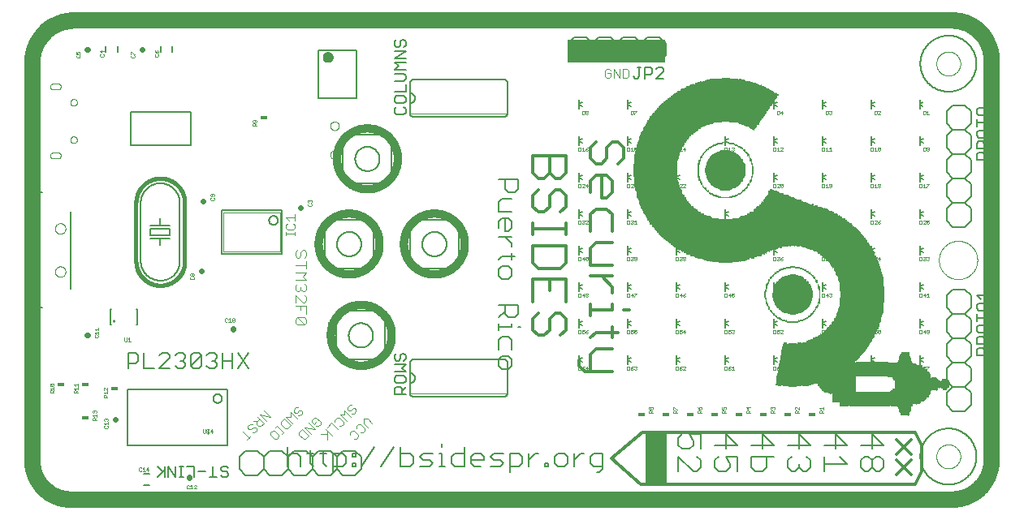
<source format=gto>
G75*
%MOIN*%
%OFA0B0*%
%FSLAX25Y25*%
%IPPOS*%
%LPD*%
%AMOC8*
5,1,8,0,0,1.08239X$1,22.5*
%
%ADD10C,0.00000*%
%ADD11C,0.03200*%
%ADD12C,0.01200*%
%ADD13C,0.00300*%
%ADD14R,0.40157X0.09449*%
%ADD15C,0.06600*%
%ADD16C,0.00700*%
%ADD17C,0.00600*%
%ADD18C,0.00400*%
%ADD19C,0.00800*%
%ADD20R,0.09000X0.20400*%
%ADD21C,0.00100*%
%ADD22R,0.03000X0.01800*%
%ADD23C,0.02200*%
%ADD24C,0.00200*%
%ADD25C,0.01600*%
%ADD26C,0.00500*%
%ADD27C,0.01000*%
%ADD28R,0.00200X0.05200*%
%ADD29R,0.00200X0.12200*%
%ADD30R,0.00200X0.13600*%
%ADD31R,0.00200X0.15200*%
%ADD32R,0.00200X0.16200*%
%ADD33R,0.00200X0.17600*%
%ADD34R,0.00200X0.20600*%
%ADD35R,0.00200X0.21800*%
%ADD36R,0.00200X0.22200*%
%ADD37R,0.00200X0.23600*%
%ADD38R,0.00200X0.24400*%
%ADD39R,0.00200X0.26200*%
%ADD40R,0.00200X0.27800*%
%ADD41R,0.00200X0.28000*%
%ADD42R,0.00200X0.29200*%
%ADD43R,0.00200X0.31200*%
%ADD44R,0.00200X0.31400*%
%ADD45R,0.00200X0.31800*%
%ADD46R,0.00200X0.32600*%
%ADD47R,0.00200X0.33000*%
%ADD48R,0.00200X0.35400*%
%ADD49R,0.00200X0.35800*%
%ADD50R,0.00200X0.36400*%
%ADD51R,0.00200X0.36600*%
%ADD52R,0.00200X0.38200*%
%ADD53R,0.00200X0.39000*%
%ADD54R,0.00200X0.39200*%
%ADD55R,0.00200X0.39600*%
%ADD56R,0.00200X0.41200*%
%ADD57R,0.00200X0.42200*%
%ADD58R,0.00200X0.42600*%
%ADD59R,0.00200X0.42800*%
%ADD60R,0.00200X0.44600*%
%ADD61R,0.00200X0.44800*%
%ADD62R,0.00200X0.45000*%
%ADD63R,0.00200X0.45400*%
%ADD64R,0.00200X0.46800*%
%ADD65R,0.00200X0.47000*%
%ADD66R,0.00200X0.47200*%
%ADD67R,0.00200X0.47600*%
%ADD68R,0.00200X0.48600*%
%ADD69R,0.00200X0.48800*%
%ADD70R,0.00200X0.49400*%
%ADD71R,0.00200X0.49600*%
%ADD72R,0.00200X0.50200*%
%ADD73R,0.00200X0.50800*%
%ADD74R,0.00200X0.51200*%
%ADD75R,0.00200X0.51400*%
%ADD76R,0.00200X0.52200*%
%ADD77R,0.00200X0.52600*%
%ADD78R,0.00200X0.53600*%
%ADD79R,0.00200X0.53800*%
%ADD80R,0.00200X0.54600*%
%ADD81R,0.00200X0.55000*%
%ADD82R,0.00200X0.55200*%
%ADD83R,0.00200X0.55600*%
%ADD84R,0.00200X0.55800*%
%ADD85R,0.00200X0.56400*%
%ADD86R,0.00200X0.56800*%
%ADD87R,0.00200X0.57400*%
%ADD88R,0.00200X0.58000*%
%ADD89R,0.00200X0.58200*%
%ADD90R,0.00200X0.59000*%
%ADD91R,0.00200X0.59600*%
%ADD92R,0.00200X0.59800*%
%ADD93R,0.00200X0.60000*%
%ADD94R,0.00200X0.60200*%
%ADD95R,0.00200X0.61400*%
%ADD96R,0.00200X0.61600*%
%ADD97R,0.00200X0.62200*%
%ADD98R,0.00200X0.62600*%
%ADD99R,0.00200X0.62800*%
%ADD100R,0.00200X0.63200*%
%ADD101R,0.00200X0.63600*%
%ADD102R,0.00200X0.63800*%
%ADD103R,0.00200X0.64200*%
%ADD104R,0.00200X0.28400*%
%ADD105R,0.00200X0.27600*%
%ADD106R,0.00200X0.26800*%
%ADD107R,0.00200X0.26400*%
%ADD108R,0.00200X0.25800*%
%ADD109R,0.00200X0.26000*%
%ADD110R,0.00200X0.25400*%
%ADD111R,0.00200X0.25600*%
%ADD112R,0.00200X0.25200*%
%ADD113R,0.00200X0.25000*%
%ADD114R,0.00200X0.24800*%
%ADD115R,0.00200X0.24600*%
%ADD116R,0.00200X0.24200*%
%ADD117R,0.00200X0.24000*%
%ADD118R,0.00200X0.23400*%
%ADD119R,0.00200X0.22600*%
%ADD120R,0.00200X0.22800*%
%ADD121R,0.00200X0.23000*%
%ADD122R,0.00200X0.22400*%
%ADD123R,0.00200X0.22000*%
%ADD124R,0.00200X0.21600*%
%ADD125R,0.00200X0.21400*%
%ADD126R,0.00200X0.21000*%
%ADD127R,0.00200X0.21200*%
%ADD128R,0.00200X0.20800*%
%ADD129R,0.00200X0.20400*%
%ADD130R,0.00200X0.20200*%
%ADD131R,0.00200X0.20000*%
%ADD132R,0.00200X0.19800*%
%ADD133R,0.00200X0.19600*%
%ADD134R,0.00200X0.02600*%
%ADD135R,0.00200X0.19400*%
%ADD136R,0.00200X0.06200*%
%ADD137R,0.00200X0.06800*%
%ADD138R,0.00200X0.01800*%
%ADD139R,0.00200X0.02000*%
%ADD140R,0.00200X0.01200*%
%ADD141R,0.00200X0.01400*%
%ADD142R,0.00200X0.19200*%
%ADD143R,0.00200X0.19000*%
%ADD144R,0.00200X0.01000*%
%ADD145R,0.00200X0.18800*%
%ADD146R,0.00200X0.18600*%
%ADD147R,0.00200X0.00800*%
%ADD148R,0.00200X0.00600*%
%ADD149R,0.00200X0.03800*%
%ADD150R,0.00200X0.04200*%
%ADD151R,0.00200X0.07600*%
%ADD152R,0.00200X0.07800*%
%ADD153R,0.00200X0.08000*%
%ADD154R,0.00200X0.09200*%
%ADD155R,0.00200X0.10000*%
%ADD156R,0.00200X0.18400*%
%ADD157R,0.00200X0.00400*%
%ADD158R,0.00200X0.10200*%
%ADD159R,0.00200X0.11000*%
%ADD160R,0.00200X0.18200*%
%ADD161R,0.00200X0.11200*%
%ADD162R,0.00200X0.11800*%
%ADD163R,0.00200X0.12400*%
%ADD164R,0.00200X0.12600*%
%ADD165R,0.00200X0.18000*%
%ADD166R,0.00200X0.13000*%
%ADD167R,0.00200X0.13200*%
%ADD168R,0.00200X0.00200*%
%ADD169R,0.00200X0.17800*%
%ADD170R,0.00200X0.13800*%
%ADD171R,0.00200X0.14000*%
%ADD172R,0.00200X0.14200*%
%ADD173R,0.00200X0.14800*%
%ADD174R,0.00200X0.15000*%
%ADD175R,0.00200X0.15400*%
%ADD176R,0.00200X0.15800*%
%ADD177R,0.00200X0.16400*%
%ADD178R,0.00200X0.16600*%
%ADD179R,0.00200X0.16800*%
%ADD180R,0.00200X0.16000*%
%ADD181R,0.00200X0.14600*%
%ADD182R,0.00200X0.14400*%
%ADD183R,0.00200X0.13400*%
%ADD184R,0.00200X0.12000*%
%ADD185R,0.00200X0.11600*%
%ADD186R,0.00200X0.08600*%
%ADD187R,0.00200X0.05600*%
%ADD188R,0.00200X0.05000*%
%ADD189R,0.00200X0.04600*%
%ADD190R,0.00200X0.03200*%
%ADD191R,0.00200X0.17000*%
%ADD192R,0.00200X0.15600*%
%ADD193R,0.00200X0.11400*%
%ADD194R,0.00200X0.02400*%
%ADD195R,0.00200X0.10400*%
%ADD196R,0.00200X0.23200*%
%ADD197R,0.00200X0.02800*%
%ADD198R,0.00200X0.09600*%
%ADD199R,0.00200X0.01600*%
%ADD200R,0.00200X0.09400*%
%ADD201R,0.00200X0.08400*%
%ADD202R,0.00200X0.08200*%
%ADD203R,0.00200X0.06600*%
%ADD204R,0.00200X0.05800*%
%ADD205R,0.00200X0.04000*%
%ADD206R,0.00200X0.03600*%
%ADD207R,0.00200X0.23800*%
%ADD208R,0.00200X0.09000*%
%ADD209R,0.00200X0.10800*%
%ADD210R,0.00200X0.06400*%
%ADD211R,0.00200X0.12800*%
%ADD212R,0.00200X0.17200*%
%ADD213R,0.00200X0.10600*%
%ADD214R,0.00200X0.08800*%
%ADD215R,0.00200X0.07200*%
%ADD216R,0.00200X0.03000*%
%ADD217R,0.00200X0.02200*%
%ADD218R,0.00200X0.27000*%
%ADD219R,0.00200X0.27200*%
%ADD220R,0.00200X0.28200*%
%ADD221R,0.00200X0.29000*%
%ADD222R,0.00200X0.33200*%
%ADD223R,0.00200X0.33400*%
%ADD224R,0.00200X0.34400*%
%ADD225R,0.00200X0.34800*%
%ADD226R,0.00200X0.35600*%
%ADD227R,0.00200X0.36000*%
%ADD228R,0.00200X0.37200*%
%ADD229R,0.00200X0.38400*%
%ADD230R,0.00200X0.39400*%
%ADD231R,0.00200X0.40000*%
%ADD232R,0.00200X0.30600*%
%ADD233R,0.00200X0.44400*%
%ADD234R,0.00200X0.77800*%
%ADD235R,0.00200X0.77400*%
%ADD236R,0.00200X0.77200*%
%ADD237R,0.00200X0.77000*%
%ADD238R,0.00200X0.76400*%
%ADD239R,0.00200X0.76000*%
%ADD240R,0.00200X0.75800*%
%ADD241R,0.00200X0.75600*%
%ADD242R,0.00200X0.75400*%
%ADD243R,0.00200X0.75200*%
%ADD244R,0.00200X0.75000*%
%ADD245R,0.00200X0.74600*%
%ADD246R,0.00200X0.74000*%
%ADD247R,0.00200X0.73600*%
%ADD248R,0.00200X0.54000*%
%ADD249R,0.00200X0.53400*%
%ADD250R,0.00200X0.53200*%
%ADD251R,0.00200X0.52000*%
%ADD252R,0.00200X0.51800*%
%ADD253R,0.00200X0.51000*%
%ADD254R,0.00200X0.50000*%
%ADD255R,0.00200X0.49800*%
%ADD256R,0.00200X0.49000*%
%ADD257R,0.00200X0.47800*%
%ADD258R,0.00200X0.46600*%
%ADD259R,0.00200X0.46400*%
%ADD260R,0.00200X0.45200*%
%ADD261R,0.00200X0.44200*%
%ADD262R,0.00200X0.43000*%
%ADD263R,0.00200X0.41600*%
%ADD264R,0.00200X0.41000*%
%ADD265R,0.00200X0.38800*%
%ADD266R,0.00200X0.37800*%
%ADD267R,0.00200X0.36200*%
%ADD268R,0.00200X0.35200*%
%ADD269R,0.00200X0.33600*%
%ADD270R,0.00200X0.32200*%
%ADD271R,0.00200X0.32000*%
%ADD272R,0.00200X0.30800*%
%ADD273R,0.00200X0.28800*%
%ADD274R,0.00200X0.04800*%
%ADD275R,0.00200X0.06000*%
%ADD276R,0.00200X0.07000*%
%ADD277R,0.00200X0.07400*%
%ADD278R,0.00200X0.05400*%
%ADD279R,0.00200X0.03400*%
%ADD280R,0.00200X0.04400*%
%ADD281C,0.02400*%
D10*
X0059668Y0020048D02*
X0059668Y0185402D01*
X0059673Y0185783D01*
X0059686Y0186163D01*
X0059709Y0186543D01*
X0059742Y0186922D01*
X0059783Y0187300D01*
X0059833Y0187677D01*
X0059893Y0188053D01*
X0059961Y0188428D01*
X0060039Y0188800D01*
X0060126Y0189171D01*
X0060221Y0189539D01*
X0060326Y0189905D01*
X0060439Y0190268D01*
X0060561Y0190629D01*
X0060691Y0190986D01*
X0060831Y0191340D01*
X0060978Y0191691D01*
X0061135Y0192038D01*
X0061299Y0192381D01*
X0061472Y0192720D01*
X0061653Y0193055D01*
X0061842Y0193386D01*
X0062039Y0193711D01*
X0062243Y0194032D01*
X0062456Y0194348D01*
X0062676Y0194658D01*
X0062903Y0194964D01*
X0063138Y0195263D01*
X0063380Y0195557D01*
X0063628Y0195845D01*
X0063884Y0196127D01*
X0064147Y0196402D01*
X0064416Y0196671D01*
X0064691Y0196934D01*
X0064973Y0197190D01*
X0065261Y0197438D01*
X0065555Y0197680D01*
X0065854Y0197915D01*
X0066160Y0198142D01*
X0066470Y0198362D01*
X0066786Y0198575D01*
X0067107Y0198779D01*
X0067432Y0198976D01*
X0067763Y0199165D01*
X0068098Y0199346D01*
X0068437Y0199519D01*
X0068780Y0199683D01*
X0069127Y0199840D01*
X0069478Y0199987D01*
X0069832Y0200127D01*
X0070189Y0200257D01*
X0070550Y0200379D01*
X0070913Y0200492D01*
X0071279Y0200597D01*
X0071647Y0200692D01*
X0072018Y0200779D01*
X0072390Y0200857D01*
X0072765Y0200925D01*
X0073141Y0200985D01*
X0073518Y0201035D01*
X0073896Y0201076D01*
X0074275Y0201109D01*
X0074655Y0201132D01*
X0075035Y0201145D01*
X0075416Y0201150D01*
X0437620Y0201150D01*
X0438001Y0201145D01*
X0438381Y0201132D01*
X0438761Y0201109D01*
X0439140Y0201076D01*
X0439518Y0201035D01*
X0439895Y0200985D01*
X0440271Y0200925D01*
X0440646Y0200857D01*
X0441018Y0200779D01*
X0441389Y0200692D01*
X0441757Y0200597D01*
X0442123Y0200492D01*
X0442486Y0200379D01*
X0442847Y0200257D01*
X0443204Y0200127D01*
X0443558Y0199987D01*
X0443909Y0199840D01*
X0444256Y0199683D01*
X0444599Y0199519D01*
X0444938Y0199346D01*
X0445273Y0199165D01*
X0445604Y0198976D01*
X0445929Y0198779D01*
X0446250Y0198575D01*
X0446566Y0198362D01*
X0446876Y0198142D01*
X0447182Y0197915D01*
X0447481Y0197680D01*
X0447775Y0197438D01*
X0448063Y0197190D01*
X0448345Y0196934D01*
X0448620Y0196671D01*
X0448889Y0196402D01*
X0449152Y0196127D01*
X0449408Y0195845D01*
X0449656Y0195557D01*
X0449898Y0195263D01*
X0450133Y0194964D01*
X0450360Y0194658D01*
X0450580Y0194348D01*
X0450793Y0194032D01*
X0450997Y0193711D01*
X0451194Y0193386D01*
X0451383Y0193055D01*
X0451564Y0192720D01*
X0451737Y0192381D01*
X0451901Y0192038D01*
X0452058Y0191691D01*
X0452205Y0191340D01*
X0452345Y0190986D01*
X0452475Y0190629D01*
X0452597Y0190268D01*
X0452710Y0189905D01*
X0452815Y0189539D01*
X0452910Y0189171D01*
X0452997Y0188800D01*
X0453075Y0188428D01*
X0453143Y0188053D01*
X0453203Y0187677D01*
X0453253Y0187300D01*
X0453294Y0186922D01*
X0453327Y0186543D01*
X0453350Y0186163D01*
X0453363Y0185783D01*
X0453368Y0185402D01*
X0453369Y0185402D02*
X0453369Y0020048D01*
X0453368Y0020048D02*
X0453363Y0019667D01*
X0453350Y0019287D01*
X0453327Y0018907D01*
X0453294Y0018528D01*
X0453253Y0018150D01*
X0453203Y0017773D01*
X0453143Y0017397D01*
X0453075Y0017022D01*
X0452997Y0016650D01*
X0452910Y0016279D01*
X0452815Y0015911D01*
X0452710Y0015545D01*
X0452597Y0015182D01*
X0452475Y0014821D01*
X0452345Y0014464D01*
X0452205Y0014110D01*
X0452058Y0013759D01*
X0451901Y0013412D01*
X0451737Y0013069D01*
X0451564Y0012730D01*
X0451383Y0012395D01*
X0451194Y0012064D01*
X0450997Y0011739D01*
X0450793Y0011418D01*
X0450580Y0011102D01*
X0450360Y0010792D01*
X0450133Y0010486D01*
X0449898Y0010187D01*
X0449656Y0009893D01*
X0449408Y0009605D01*
X0449152Y0009323D01*
X0448889Y0009048D01*
X0448620Y0008779D01*
X0448345Y0008516D01*
X0448063Y0008260D01*
X0447775Y0008012D01*
X0447481Y0007770D01*
X0447182Y0007535D01*
X0446876Y0007308D01*
X0446566Y0007088D01*
X0446250Y0006875D01*
X0445929Y0006671D01*
X0445604Y0006474D01*
X0445273Y0006285D01*
X0444938Y0006104D01*
X0444599Y0005931D01*
X0444256Y0005767D01*
X0443909Y0005610D01*
X0443558Y0005463D01*
X0443204Y0005323D01*
X0442847Y0005193D01*
X0442486Y0005071D01*
X0442123Y0004958D01*
X0441757Y0004853D01*
X0441389Y0004758D01*
X0441018Y0004671D01*
X0440646Y0004593D01*
X0440271Y0004525D01*
X0439895Y0004465D01*
X0439518Y0004415D01*
X0439140Y0004374D01*
X0438761Y0004341D01*
X0438381Y0004318D01*
X0438001Y0004305D01*
X0437620Y0004300D01*
X0075416Y0004300D01*
X0075035Y0004305D01*
X0074655Y0004318D01*
X0074275Y0004341D01*
X0073896Y0004374D01*
X0073518Y0004415D01*
X0073141Y0004465D01*
X0072765Y0004525D01*
X0072390Y0004593D01*
X0072018Y0004671D01*
X0071647Y0004758D01*
X0071279Y0004853D01*
X0070913Y0004958D01*
X0070550Y0005071D01*
X0070189Y0005193D01*
X0069832Y0005323D01*
X0069478Y0005463D01*
X0069127Y0005610D01*
X0068780Y0005767D01*
X0068437Y0005931D01*
X0068098Y0006104D01*
X0067763Y0006285D01*
X0067432Y0006474D01*
X0067107Y0006671D01*
X0066786Y0006875D01*
X0066470Y0007088D01*
X0066160Y0007308D01*
X0065854Y0007535D01*
X0065555Y0007770D01*
X0065261Y0008012D01*
X0064973Y0008260D01*
X0064691Y0008516D01*
X0064416Y0008779D01*
X0064147Y0009048D01*
X0063884Y0009323D01*
X0063628Y0009605D01*
X0063380Y0009893D01*
X0063138Y0010187D01*
X0062903Y0010486D01*
X0062676Y0010792D01*
X0062456Y0011102D01*
X0062243Y0011418D01*
X0062039Y0011739D01*
X0061842Y0012064D01*
X0061653Y0012395D01*
X0061472Y0012730D01*
X0061299Y0013069D01*
X0061135Y0013412D01*
X0060978Y0013759D01*
X0060831Y0014110D01*
X0060691Y0014464D01*
X0060561Y0014821D01*
X0060439Y0015182D01*
X0060326Y0015545D01*
X0060221Y0015911D01*
X0060126Y0016279D01*
X0060039Y0016650D01*
X0059961Y0017022D01*
X0059893Y0017397D01*
X0059833Y0017773D01*
X0059783Y0018150D01*
X0059742Y0018528D01*
X0059709Y0018907D01*
X0059686Y0019287D01*
X0059673Y0019667D01*
X0059668Y0020048D01*
X0068920Y0097942D02*
X0068922Y0098035D01*
X0068928Y0098127D01*
X0068938Y0098219D01*
X0068952Y0098310D01*
X0068969Y0098401D01*
X0068991Y0098491D01*
X0069016Y0098580D01*
X0069045Y0098668D01*
X0069078Y0098754D01*
X0069115Y0098839D01*
X0069155Y0098923D01*
X0069199Y0099004D01*
X0069246Y0099084D01*
X0069296Y0099162D01*
X0069350Y0099237D01*
X0069407Y0099310D01*
X0069467Y0099380D01*
X0069530Y0099448D01*
X0069596Y0099513D01*
X0069664Y0099575D01*
X0069735Y0099635D01*
X0069809Y0099691D01*
X0069885Y0099744D01*
X0069963Y0099793D01*
X0070043Y0099840D01*
X0070125Y0099882D01*
X0070209Y0099922D01*
X0070294Y0099957D01*
X0070381Y0099989D01*
X0070469Y0100018D01*
X0070558Y0100042D01*
X0070648Y0100063D01*
X0070739Y0100079D01*
X0070831Y0100092D01*
X0070923Y0100101D01*
X0071016Y0100106D01*
X0071108Y0100107D01*
X0071201Y0100104D01*
X0071293Y0100097D01*
X0071385Y0100086D01*
X0071476Y0100071D01*
X0071567Y0100053D01*
X0071657Y0100030D01*
X0071745Y0100004D01*
X0071833Y0099974D01*
X0071919Y0099940D01*
X0072003Y0099903D01*
X0072086Y0099861D01*
X0072167Y0099817D01*
X0072247Y0099769D01*
X0072324Y0099718D01*
X0072398Y0099663D01*
X0072471Y0099605D01*
X0072541Y0099545D01*
X0072608Y0099481D01*
X0072672Y0099415D01*
X0072734Y0099345D01*
X0072792Y0099274D01*
X0072847Y0099200D01*
X0072899Y0099123D01*
X0072948Y0099044D01*
X0072994Y0098964D01*
X0073036Y0098881D01*
X0073074Y0098797D01*
X0073109Y0098711D01*
X0073140Y0098624D01*
X0073167Y0098536D01*
X0073190Y0098446D01*
X0073210Y0098356D01*
X0073226Y0098265D01*
X0073238Y0098173D01*
X0073246Y0098081D01*
X0073250Y0097988D01*
X0073250Y0097896D01*
X0073246Y0097803D01*
X0073238Y0097711D01*
X0073226Y0097619D01*
X0073210Y0097528D01*
X0073190Y0097438D01*
X0073167Y0097348D01*
X0073140Y0097260D01*
X0073109Y0097173D01*
X0073074Y0097087D01*
X0073036Y0097003D01*
X0072994Y0096920D01*
X0072948Y0096840D01*
X0072899Y0096761D01*
X0072847Y0096684D01*
X0072792Y0096610D01*
X0072734Y0096539D01*
X0072672Y0096469D01*
X0072608Y0096403D01*
X0072541Y0096339D01*
X0072471Y0096279D01*
X0072398Y0096221D01*
X0072324Y0096166D01*
X0072247Y0096115D01*
X0072168Y0096067D01*
X0072086Y0096023D01*
X0072003Y0095981D01*
X0071919Y0095944D01*
X0071833Y0095910D01*
X0071745Y0095880D01*
X0071657Y0095854D01*
X0071567Y0095831D01*
X0071476Y0095813D01*
X0071385Y0095798D01*
X0071293Y0095787D01*
X0071201Y0095780D01*
X0071108Y0095777D01*
X0071016Y0095778D01*
X0070923Y0095783D01*
X0070831Y0095792D01*
X0070739Y0095805D01*
X0070648Y0095821D01*
X0070558Y0095842D01*
X0070469Y0095866D01*
X0070381Y0095895D01*
X0070294Y0095927D01*
X0070209Y0095962D01*
X0070125Y0096002D01*
X0070043Y0096044D01*
X0069963Y0096091D01*
X0069885Y0096140D01*
X0069809Y0096193D01*
X0069735Y0096249D01*
X0069664Y0096309D01*
X0069596Y0096371D01*
X0069530Y0096436D01*
X0069467Y0096504D01*
X0069407Y0096574D01*
X0069350Y0096647D01*
X0069296Y0096722D01*
X0069246Y0096800D01*
X0069199Y0096880D01*
X0069155Y0096961D01*
X0069115Y0097045D01*
X0069078Y0097130D01*
X0069045Y0097216D01*
X0069016Y0097304D01*
X0068991Y0097393D01*
X0068969Y0097483D01*
X0068952Y0097574D01*
X0068938Y0097665D01*
X0068928Y0097757D01*
X0068922Y0097849D01*
X0068920Y0097942D01*
X0068920Y0115658D02*
X0068922Y0115751D01*
X0068928Y0115843D01*
X0068938Y0115935D01*
X0068952Y0116026D01*
X0068969Y0116117D01*
X0068991Y0116207D01*
X0069016Y0116296D01*
X0069045Y0116384D01*
X0069078Y0116470D01*
X0069115Y0116555D01*
X0069155Y0116639D01*
X0069199Y0116720D01*
X0069246Y0116800D01*
X0069296Y0116878D01*
X0069350Y0116953D01*
X0069407Y0117026D01*
X0069467Y0117096D01*
X0069530Y0117164D01*
X0069596Y0117229D01*
X0069664Y0117291D01*
X0069735Y0117351D01*
X0069809Y0117407D01*
X0069885Y0117460D01*
X0069963Y0117509D01*
X0070043Y0117556D01*
X0070125Y0117598D01*
X0070209Y0117638D01*
X0070294Y0117673D01*
X0070381Y0117705D01*
X0070469Y0117734D01*
X0070558Y0117758D01*
X0070648Y0117779D01*
X0070739Y0117795D01*
X0070831Y0117808D01*
X0070923Y0117817D01*
X0071016Y0117822D01*
X0071108Y0117823D01*
X0071201Y0117820D01*
X0071293Y0117813D01*
X0071385Y0117802D01*
X0071476Y0117787D01*
X0071567Y0117769D01*
X0071657Y0117746D01*
X0071745Y0117720D01*
X0071833Y0117690D01*
X0071919Y0117656D01*
X0072003Y0117619D01*
X0072086Y0117577D01*
X0072167Y0117533D01*
X0072247Y0117485D01*
X0072324Y0117434D01*
X0072398Y0117379D01*
X0072471Y0117321D01*
X0072541Y0117261D01*
X0072608Y0117197D01*
X0072672Y0117131D01*
X0072734Y0117061D01*
X0072792Y0116990D01*
X0072847Y0116916D01*
X0072899Y0116839D01*
X0072948Y0116760D01*
X0072994Y0116680D01*
X0073036Y0116597D01*
X0073074Y0116513D01*
X0073109Y0116427D01*
X0073140Y0116340D01*
X0073167Y0116252D01*
X0073190Y0116162D01*
X0073210Y0116072D01*
X0073226Y0115981D01*
X0073238Y0115889D01*
X0073246Y0115797D01*
X0073250Y0115704D01*
X0073250Y0115612D01*
X0073246Y0115519D01*
X0073238Y0115427D01*
X0073226Y0115335D01*
X0073210Y0115244D01*
X0073190Y0115154D01*
X0073167Y0115064D01*
X0073140Y0114976D01*
X0073109Y0114889D01*
X0073074Y0114803D01*
X0073036Y0114719D01*
X0072994Y0114636D01*
X0072948Y0114556D01*
X0072899Y0114477D01*
X0072847Y0114400D01*
X0072792Y0114326D01*
X0072734Y0114255D01*
X0072672Y0114185D01*
X0072608Y0114119D01*
X0072541Y0114055D01*
X0072471Y0113995D01*
X0072398Y0113937D01*
X0072324Y0113882D01*
X0072247Y0113831D01*
X0072168Y0113783D01*
X0072086Y0113739D01*
X0072003Y0113697D01*
X0071919Y0113660D01*
X0071833Y0113626D01*
X0071745Y0113596D01*
X0071657Y0113570D01*
X0071567Y0113547D01*
X0071476Y0113529D01*
X0071385Y0113514D01*
X0071293Y0113503D01*
X0071201Y0113496D01*
X0071108Y0113493D01*
X0071016Y0113494D01*
X0070923Y0113499D01*
X0070831Y0113508D01*
X0070739Y0113521D01*
X0070648Y0113537D01*
X0070558Y0113558D01*
X0070469Y0113582D01*
X0070381Y0113611D01*
X0070294Y0113643D01*
X0070209Y0113678D01*
X0070125Y0113718D01*
X0070043Y0113760D01*
X0069963Y0113807D01*
X0069885Y0113856D01*
X0069809Y0113909D01*
X0069735Y0113965D01*
X0069664Y0114025D01*
X0069596Y0114087D01*
X0069530Y0114152D01*
X0069467Y0114220D01*
X0069407Y0114290D01*
X0069350Y0114363D01*
X0069296Y0114438D01*
X0069246Y0114516D01*
X0069199Y0114596D01*
X0069155Y0114677D01*
X0069115Y0114761D01*
X0069078Y0114846D01*
X0069045Y0114932D01*
X0069016Y0115020D01*
X0068991Y0115109D01*
X0068969Y0115199D01*
X0068952Y0115290D01*
X0068938Y0115381D01*
X0068928Y0115473D01*
X0068922Y0115565D01*
X0068920Y0115658D01*
X0067935Y0144457D02*
X0070298Y0144457D01*
X0070297Y0144457D02*
X0070360Y0144465D01*
X0070422Y0144476D01*
X0070484Y0144491D01*
X0070544Y0144509D01*
X0070604Y0144531D01*
X0070662Y0144556D01*
X0070718Y0144585D01*
X0070773Y0144617D01*
X0070825Y0144652D01*
X0070876Y0144690D01*
X0070924Y0144730D01*
X0070970Y0144774D01*
X0071013Y0144820D01*
X0071054Y0144869D01*
X0071092Y0144920D01*
X0071126Y0144972D01*
X0071158Y0145027D01*
X0071186Y0145084D01*
X0071211Y0145142D01*
X0071232Y0145202D01*
X0071250Y0145262D01*
X0071264Y0145324D01*
X0071275Y0145386D01*
X0071282Y0145449D01*
X0071286Y0145512D01*
X0071285Y0145575D01*
X0071282Y0145638D01*
X0071282Y0145639D02*
X0071285Y0145702D01*
X0071286Y0145765D01*
X0071282Y0145828D01*
X0071275Y0145891D01*
X0071264Y0145953D01*
X0071250Y0146015D01*
X0071232Y0146075D01*
X0071211Y0146135D01*
X0071186Y0146193D01*
X0071158Y0146250D01*
X0071126Y0146305D01*
X0071092Y0146357D01*
X0071054Y0146408D01*
X0071013Y0146457D01*
X0070970Y0146503D01*
X0070924Y0146547D01*
X0070876Y0146587D01*
X0070825Y0146625D01*
X0070773Y0146660D01*
X0070718Y0146692D01*
X0070662Y0146721D01*
X0070604Y0146746D01*
X0070544Y0146768D01*
X0070484Y0146786D01*
X0070422Y0146801D01*
X0070360Y0146812D01*
X0070297Y0146820D01*
X0070298Y0146820D02*
X0067935Y0146820D01*
X0067936Y0146820D02*
X0067870Y0146812D01*
X0067806Y0146800D01*
X0067742Y0146784D01*
X0067679Y0146765D01*
X0067618Y0146741D01*
X0067558Y0146714D01*
X0067500Y0146684D01*
X0067444Y0146650D01*
X0067390Y0146613D01*
X0067338Y0146572D01*
X0067289Y0146528D01*
X0067242Y0146482D01*
X0067199Y0146433D01*
X0067158Y0146381D01*
X0067121Y0146327D01*
X0067087Y0146271D01*
X0067057Y0146213D01*
X0067030Y0146153D01*
X0067006Y0146092D01*
X0066987Y0146029D01*
X0066971Y0145965D01*
X0066959Y0145901D01*
X0066951Y0145835D01*
X0066947Y0145770D01*
X0066947Y0145704D01*
X0066951Y0145639D01*
X0066951Y0145638D02*
X0066947Y0145573D01*
X0066947Y0145507D01*
X0066951Y0145442D01*
X0066959Y0145376D01*
X0066971Y0145312D01*
X0066987Y0145248D01*
X0067006Y0145185D01*
X0067030Y0145124D01*
X0067057Y0145064D01*
X0067087Y0145006D01*
X0067121Y0144950D01*
X0067158Y0144896D01*
X0067199Y0144844D01*
X0067242Y0144795D01*
X0067289Y0144749D01*
X0067338Y0144705D01*
X0067390Y0144664D01*
X0067444Y0144627D01*
X0067500Y0144593D01*
X0067558Y0144563D01*
X0067618Y0144536D01*
X0067679Y0144512D01*
X0067742Y0144493D01*
X0067806Y0144477D01*
X0067870Y0144465D01*
X0067936Y0144457D01*
X0075219Y0152135D02*
X0075221Y0152209D01*
X0075227Y0152283D01*
X0075237Y0152356D01*
X0075251Y0152429D01*
X0075268Y0152501D01*
X0075290Y0152571D01*
X0075315Y0152641D01*
X0075344Y0152709D01*
X0075377Y0152775D01*
X0075413Y0152840D01*
X0075453Y0152902D01*
X0075495Y0152963D01*
X0075541Y0153021D01*
X0075590Y0153076D01*
X0075642Y0153129D01*
X0075697Y0153179D01*
X0075754Y0153225D01*
X0075814Y0153269D01*
X0075876Y0153309D01*
X0075940Y0153346D01*
X0076006Y0153380D01*
X0076074Y0153410D01*
X0076143Y0153436D01*
X0076214Y0153459D01*
X0076285Y0153477D01*
X0076358Y0153492D01*
X0076431Y0153503D01*
X0076505Y0153510D01*
X0076579Y0153513D01*
X0076652Y0153512D01*
X0076726Y0153507D01*
X0076800Y0153498D01*
X0076873Y0153485D01*
X0076945Y0153468D01*
X0077016Y0153448D01*
X0077086Y0153423D01*
X0077154Y0153395D01*
X0077221Y0153364D01*
X0077286Y0153328D01*
X0077349Y0153290D01*
X0077410Y0153248D01*
X0077469Y0153202D01*
X0077525Y0153154D01*
X0077578Y0153103D01*
X0077628Y0153049D01*
X0077676Y0152992D01*
X0077720Y0152933D01*
X0077762Y0152871D01*
X0077800Y0152808D01*
X0077834Y0152742D01*
X0077865Y0152675D01*
X0077892Y0152606D01*
X0077915Y0152536D01*
X0077935Y0152465D01*
X0077951Y0152392D01*
X0077963Y0152319D01*
X0077971Y0152246D01*
X0077975Y0152172D01*
X0077975Y0152098D01*
X0077971Y0152024D01*
X0077963Y0151951D01*
X0077951Y0151878D01*
X0077935Y0151805D01*
X0077915Y0151734D01*
X0077892Y0151664D01*
X0077865Y0151595D01*
X0077834Y0151528D01*
X0077800Y0151462D01*
X0077762Y0151399D01*
X0077720Y0151337D01*
X0077676Y0151278D01*
X0077628Y0151221D01*
X0077578Y0151167D01*
X0077525Y0151116D01*
X0077469Y0151068D01*
X0077410Y0151022D01*
X0077349Y0150980D01*
X0077286Y0150942D01*
X0077221Y0150906D01*
X0077154Y0150875D01*
X0077086Y0150847D01*
X0077016Y0150822D01*
X0076945Y0150802D01*
X0076873Y0150785D01*
X0076800Y0150772D01*
X0076726Y0150763D01*
X0076652Y0150758D01*
X0076579Y0150757D01*
X0076505Y0150760D01*
X0076431Y0150767D01*
X0076358Y0150778D01*
X0076285Y0150793D01*
X0076214Y0150811D01*
X0076143Y0150834D01*
X0076074Y0150860D01*
X0076006Y0150890D01*
X0075940Y0150924D01*
X0075876Y0150961D01*
X0075814Y0151001D01*
X0075754Y0151045D01*
X0075697Y0151091D01*
X0075642Y0151141D01*
X0075590Y0151194D01*
X0075541Y0151249D01*
X0075495Y0151307D01*
X0075453Y0151368D01*
X0075413Y0151430D01*
X0075377Y0151495D01*
X0075344Y0151561D01*
X0075315Y0151629D01*
X0075290Y0151699D01*
X0075268Y0151769D01*
X0075251Y0151841D01*
X0075237Y0151914D01*
X0075227Y0151987D01*
X0075221Y0152061D01*
X0075219Y0152135D01*
X0075219Y0167489D02*
X0075221Y0167563D01*
X0075227Y0167637D01*
X0075237Y0167710D01*
X0075251Y0167783D01*
X0075268Y0167855D01*
X0075290Y0167925D01*
X0075315Y0167995D01*
X0075344Y0168063D01*
X0075377Y0168129D01*
X0075413Y0168194D01*
X0075453Y0168256D01*
X0075495Y0168317D01*
X0075541Y0168375D01*
X0075590Y0168430D01*
X0075642Y0168483D01*
X0075697Y0168533D01*
X0075754Y0168579D01*
X0075814Y0168623D01*
X0075876Y0168663D01*
X0075940Y0168700D01*
X0076006Y0168734D01*
X0076074Y0168764D01*
X0076143Y0168790D01*
X0076214Y0168813D01*
X0076285Y0168831D01*
X0076358Y0168846D01*
X0076431Y0168857D01*
X0076505Y0168864D01*
X0076579Y0168867D01*
X0076652Y0168866D01*
X0076726Y0168861D01*
X0076800Y0168852D01*
X0076873Y0168839D01*
X0076945Y0168822D01*
X0077016Y0168802D01*
X0077086Y0168777D01*
X0077154Y0168749D01*
X0077221Y0168718D01*
X0077286Y0168682D01*
X0077349Y0168644D01*
X0077410Y0168602D01*
X0077469Y0168556D01*
X0077525Y0168508D01*
X0077578Y0168457D01*
X0077628Y0168403D01*
X0077676Y0168346D01*
X0077720Y0168287D01*
X0077762Y0168225D01*
X0077800Y0168162D01*
X0077834Y0168096D01*
X0077865Y0168029D01*
X0077892Y0167960D01*
X0077915Y0167890D01*
X0077935Y0167819D01*
X0077951Y0167746D01*
X0077963Y0167673D01*
X0077971Y0167600D01*
X0077975Y0167526D01*
X0077975Y0167452D01*
X0077971Y0167378D01*
X0077963Y0167305D01*
X0077951Y0167232D01*
X0077935Y0167159D01*
X0077915Y0167088D01*
X0077892Y0167018D01*
X0077865Y0166949D01*
X0077834Y0166882D01*
X0077800Y0166816D01*
X0077762Y0166753D01*
X0077720Y0166691D01*
X0077676Y0166632D01*
X0077628Y0166575D01*
X0077578Y0166521D01*
X0077525Y0166470D01*
X0077469Y0166422D01*
X0077410Y0166376D01*
X0077349Y0166334D01*
X0077286Y0166296D01*
X0077221Y0166260D01*
X0077154Y0166229D01*
X0077086Y0166201D01*
X0077016Y0166176D01*
X0076945Y0166156D01*
X0076873Y0166139D01*
X0076800Y0166126D01*
X0076726Y0166117D01*
X0076652Y0166112D01*
X0076579Y0166111D01*
X0076505Y0166114D01*
X0076431Y0166121D01*
X0076358Y0166132D01*
X0076285Y0166147D01*
X0076214Y0166165D01*
X0076143Y0166188D01*
X0076074Y0166214D01*
X0076006Y0166244D01*
X0075940Y0166278D01*
X0075876Y0166315D01*
X0075814Y0166355D01*
X0075754Y0166399D01*
X0075697Y0166445D01*
X0075642Y0166495D01*
X0075590Y0166548D01*
X0075541Y0166603D01*
X0075495Y0166661D01*
X0075453Y0166722D01*
X0075413Y0166784D01*
X0075377Y0166849D01*
X0075344Y0166915D01*
X0075315Y0166983D01*
X0075290Y0167053D01*
X0075268Y0167123D01*
X0075251Y0167195D01*
X0075237Y0167268D01*
X0075227Y0167341D01*
X0075221Y0167415D01*
X0075219Y0167489D01*
X0070298Y0172804D02*
X0067935Y0172804D01*
X0067936Y0172804D02*
X0067870Y0172812D01*
X0067806Y0172824D01*
X0067742Y0172840D01*
X0067679Y0172859D01*
X0067618Y0172883D01*
X0067558Y0172910D01*
X0067500Y0172940D01*
X0067444Y0172974D01*
X0067390Y0173011D01*
X0067338Y0173052D01*
X0067289Y0173096D01*
X0067242Y0173142D01*
X0067199Y0173191D01*
X0067158Y0173243D01*
X0067121Y0173297D01*
X0067087Y0173353D01*
X0067057Y0173411D01*
X0067030Y0173471D01*
X0067006Y0173532D01*
X0066987Y0173595D01*
X0066971Y0173659D01*
X0066959Y0173723D01*
X0066951Y0173789D01*
X0066947Y0173854D01*
X0066947Y0173920D01*
X0066951Y0173985D01*
X0066947Y0174050D01*
X0066947Y0174116D01*
X0066951Y0174181D01*
X0066959Y0174247D01*
X0066971Y0174311D01*
X0066987Y0174375D01*
X0067006Y0174438D01*
X0067030Y0174499D01*
X0067057Y0174559D01*
X0067087Y0174617D01*
X0067121Y0174673D01*
X0067158Y0174727D01*
X0067199Y0174779D01*
X0067242Y0174828D01*
X0067289Y0174874D01*
X0067338Y0174918D01*
X0067390Y0174959D01*
X0067444Y0174996D01*
X0067500Y0175030D01*
X0067558Y0175060D01*
X0067618Y0175087D01*
X0067679Y0175111D01*
X0067742Y0175130D01*
X0067806Y0175146D01*
X0067870Y0175158D01*
X0067936Y0175166D01*
X0067935Y0175166D02*
X0070298Y0175166D01*
X0070297Y0175166D02*
X0070360Y0175158D01*
X0070422Y0175147D01*
X0070484Y0175132D01*
X0070544Y0175114D01*
X0070604Y0175092D01*
X0070662Y0175067D01*
X0070718Y0175038D01*
X0070773Y0175006D01*
X0070825Y0174971D01*
X0070876Y0174933D01*
X0070924Y0174893D01*
X0070970Y0174849D01*
X0071013Y0174803D01*
X0071054Y0174754D01*
X0071092Y0174703D01*
X0071126Y0174651D01*
X0071158Y0174596D01*
X0071186Y0174539D01*
X0071211Y0174481D01*
X0071232Y0174421D01*
X0071250Y0174361D01*
X0071264Y0174299D01*
X0071275Y0174237D01*
X0071282Y0174174D01*
X0071286Y0174111D01*
X0071285Y0174048D01*
X0071282Y0173985D01*
X0071285Y0173922D01*
X0071286Y0173859D01*
X0071282Y0173796D01*
X0071275Y0173733D01*
X0071264Y0173671D01*
X0071250Y0173609D01*
X0071232Y0173549D01*
X0071211Y0173489D01*
X0071186Y0173431D01*
X0071158Y0173374D01*
X0071126Y0173319D01*
X0071092Y0173267D01*
X0071054Y0173216D01*
X0071013Y0173167D01*
X0070970Y0173121D01*
X0070924Y0173077D01*
X0070876Y0173037D01*
X0070825Y0172999D01*
X0070773Y0172964D01*
X0070718Y0172932D01*
X0070662Y0172903D01*
X0070604Y0172878D01*
X0070544Y0172856D01*
X0070484Y0172838D01*
X0070422Y0172823D01*
X0070360Y0172812D01*
X0070297Y0172804D01*
X0181911Y0157843D02*
X0181913Y0157927D01*
X0181919Y0158010D01*
X0181929Y0158093D01*
X0181943Y0158176D01*
X0181960Y0158258D01*
X0181982Y0158339D01*
X0182007Y0158418D01*
X0182036Y0158497D01*
X0182069Y0158574D01*
X0182105Y0158649D01*
X0182145Y0158723D01*
X0182188Y0158795D01*
X0182235Y0158864D01*
X0182285Y0158931D01*
X0182338Y0158996D01*
X0182394Y0159058D01*
X0182452Y0159118D01*
X0182514Y0159175D01*
X0182578Y0159228D01*
X0182645Y0159279D01*
X0182714Y0159326D01*
X0182785Y0159371D01*
X0182858Y0159411D01*
X0182933Y0159448D01*
X0183010Y0159482D01*
X0183088Y0159512D01*
X0183167Y0159538D01*
X0183248Y0159561D01*
X0183330Y0159579D01*
X0183412Y0159594D01*
X0183495Y0159605D01*
X0183578Y0159612D01*
X0183662Y0159615D01*
X0183746Y0159614D01*
X0183829Y0159609D01*
X0183913Y0159600D01*
X0183995Y0159587D01*
X0184077Y0159571D01*
X0184158Y0159550D01*
X0184239Y0159526D01*
X0184317Y0159498D01*
X0184395Y0159466D01*
X0184471Y0159430D01*
X0184545Y0159391D01*
X0184617Y0159349D01*
X0184687Y0159303D01*
X0184755Y0159254D01*
X0184820Y0159202D01*
X0184883Y0159147D01*
X0184943Y0159089D01*
X0185001Y0159028D01*
X0185055Y0158964D01*
X0185107Y0158898D01*
X0185155Y0158830D01*
X0185200Y0158759D01*
X0185241Y0158686D01*
X0185280Y0158612D01*
X0185314Y0158536D01*
X0185345Y0158458D01*
X0185372Y0158379D01*
X0185396Y0158298D01*
X0185415Y0158217D01*
X0185431Y0158135D01*
X0185443Y0158052D01*
X0185451Y0157968D01*
X0185455Y0157885D01*
X0185455Y0157801D01*
X0185451Y0157718D01*
X0185443Y0157634D01*
X0185431Y0157551D01*
X0185415Y0157469D01*
X0185396Y0157388D01*
X0185372Y0157307D01*
X0185345Y0157228D01*
X0185314Y0157150D01*
X0185280Y0157074D01*
X0185241Y0157000D01*
X0185200Y0156927D01*
X0185155Y0156856D01*
X0185107Y0156788D01*
X0185055Y0156722D01*
X0185001Y0156658D01*
X0184943Y0156597D01*
X0184883Y0156539D01*
X0184820Y0156484D01*
X0184755Y0156432D01*
X0184687Y0156383D01*
X0184617Y0156337D01*
X0184545Y0156295D01*
X0184471Y0156256D01*
X0184395Y0156220D01*
X0184317Y0156188D01*
X0184239Y0156160D01*
X0184158Y0156136D01*
X0184077Y0156115D01*
X0183995Y0156099D01*
X0183913Y0156086D01*
X0183829Y0156077D01*
X0183746Y0156072D01*
X0183662Y0156071D01*
X0183578Y0156074D01*
X0183495Y0156081D01*
X0183412Y0156092D01*
X0183330Y0156107D01*
X0183248Y0156125D01*
X0183167Y0156148D01*
X0183088Y0156174D01*
X0183010Y0156204D01*
X0182933Y0156238D01*
X0182858Y0156275D01*
X0182785Y0156315D01*
X0182714Y0156360D01*
X0182645Y0156407D01*
X0182578Y0156458D01*
X0182514Y0156511D01*
X0182452Y0156568D01*
X0182394Y0156628D01*
X0182338Y0156690D01*
X0182285Y0156755D01*
X0182235Y0156822D01*
X0182188Y0156891D01*
X0182145Y0156963D01*
X0182105Y0157037D01*
X0182069Y0157112D01*
X0182036Y0157189D01*
X0182007Y0157268D01*
X0181982Y0157347D01*
X0181960Y0157428D01*
X0181943Y0157510D01*
X0181929Y0157593D01*
X0181919Y0157676D01*
X0181913Y0157759D01*
X0181911Y0157843D01*
X0181911Y0146032D02*
X0181913Y0146116D01*
X0181919Y0146199D01*
X0181929Y0146282D01*
X0181943Y0146365D01*
X0181960Y0146447D01*
X0181982Y0146528D01*
X0182007Y0146607D01*
X0182036Y0146686D01*
X0182069Y0146763D01*
X0182105Y0146838D01*
X0182145Y0146912D01*
X0182188Y0146984D01*
X0182235Y0147053D01*
X0182285Y0147120D01*
X0182338Y0147185D01*
X0182394Y0147247D01*
X0182452Y0147307D01*
X0182514Y0147364D01*
X0182578Y0147417D01*
X0182645Y0147468D01*
X0182714Y0147515D01*
X0182785Y0147560D01*
X0182858Y0147600D01*
X0182933Y0147637D01*
X0183010Y0147671D01*
X0183088Y0147701D01*
X0183167Y0147727D01*
X0183248Y0147750D01*
X0183330Y0147768D01*
X0183412Y0147783D01*
X0183495Y0147794D01*
X0183578Y0147801D01*
X0183662Y0147804D01*
X0183746Y0147803D01*
X0183829Y0147798D01*
X0183913Y0147789D01*
X0183995Y0147776D01*
X0184077Y0147760D01*
X0184158Y0147739D01*
X0184239Y0147715D01*
X0184317Y0147687D01*
X0184395Y0147655D01*
X0184471Y0147619D01*
X0184545Y0147580D01*
X0184617Y0147538D01*
X0184687Y0147492D01*
X0184755Y0147443D01*
X0184820Y0147391D01*
X0184883Y0147336D01*
X0184943Y0147278D01*
X0185001Y0147217D01*
X0185055Y0147153D01*
X0185107Y0147087D01*
X0185155Y0147019D01*
X0185200Y0146948D01*
X0185241Y0146875D01*
X0185280Y0146801D01*
X0185314Y0146725D01*
X0185345Y0146647D01*
X0185372Y0146568D01*
X0185396Y0146487D01*
X0185415Y0146406D01*
X0185431Y0146324D01*
X0185443Y0146241D01*
X0185451Y0146157D01*
X0185455Y0146074D01*
X0185455Y0145990D01*
X0185451Y0145907D01*
X0185443Y0145823D01*
X0185431Y0145740D01*
X0185415Y0145658D01*
X0185396Y0145577D01*
X0185372Y0145496D01*
X0185345Y0145417D01*
X0185314Y0145339D01*
X0185280Y0145263D01*
X0185241Y0145189D01*
X0185200Y0145116D01*
X0185155Y0145045D01*
X0185107Y0144977D01*
X0185055Y0144911D01*
X0185001Y0144847D01*
X0184943Y0144786D01*
X0184883Y0144728D01*
X0184820Y0144673D01*
X0184755Y0144621D01*
X0184687Y0144572D01*
X0184617Y0144526D01*
X0184545Y0144484D01*
X0184471Y0144445D01*
X0184395Y0144409D01*
X0184317Y0144377D01*
X0184239Y0144349D01*
X0184158Y0144325D01*
X0184077Y0144304D01*
X0183995Y0144288D01*
X0183913Y0144275D01*
X0183829Y0144266D01*
X0183746Y0144261D01*
X0183662Y0144260D01*
X0183578Y0144263D01*
X0183495Y0144270D01*
X0183412Y0144281D01*
X0183330Y0144296D01*
X0183248Y0144314D01*
X0183167Y0144337D01*
X0183088Y0144363D01*
X0183010Y0144393D01*
X0182933Y0144427D01*
X0182858Y0144464D01*
X0182785Y0144504D01*
X0182714Y0144549D01*
X0182645Y0144596D01*
X0182578Y0144647D01*
X0182514Y0144700D01*
X0182452Y0144757D01*
X0182394Y0144817D01*
X0182338Y0144879D01*
X0182285Y0144944D01*
X0182235Y0145011D01*
X0182188Y0145080D01*
X0182145Y0145152D01*
X0182105Y0145226D01*
X0182069Y0145301D01*
X0182036Y0145378D01*
X0182007Y0145457D01*
X0181982Y0145536D01*
X0181960Y0145617D01*
X0181943Y0145699D01*
X0181929Y0145782D01*
X0181919Y0145865D01*
X0181913Y0145948D01*
X0181911Y0146032D01*
X0430731Y0183434D02*
X0430733Y0183574D01*
X0430739Y0183714D01*
X0430749Y0183853D01*
X0430763Y0183992D01*
X0430781Y0184131D01*
X0430802Y0184269D01*
X0430828Y0184407D01*
X0430858Y0184544D01*
X0430891Y0184679D01*
X0430929Y0184814D01*
X0430970Y0184948D01*
X0431015Y0185081D01*
X0431063Y0185212D01*
X0431116Y0185341D01*
X0431172Y0185470D01*
X0431231Y0185596D01*
X0431295Y0185721D01*
X0431361Y0185844D01*
X0431432Y0185965D01*
X0431505Y0186084D01*
X0431582Y0186201D01*
X0431663Y0186315D01*
X0431746Y0186427D01*
X0431833Y0186537D01*
X0431923Y0186645D01*
X0432015Y0186749D01*
X0432111Y0186851D01*
X0432210Y0186951D01*
X0432311Y0187047D01*
X0432415Y0187141D01*
X0432522Y0187231D01*
X0432631Y0187318D01*
X0432743Y0187403D01*
X0432857Y0187484D01*
X0432973Y0187562D01*
X0433091Y0187636D01*
X0433212Y0187707D01*
X0433334Y0187775D01*
X0433459Y0187839D01*
X0433585Y0187900D01*
X0433712Y0187957D01*
X0433842Y0188010D01*
X0433973Y0188060D01*
X0434105Y0188105D01*
X0434238Y0188148D01*
X0434373Y0188186D01*
X0434508Y0188220D01*
X0434645Y0188251D01*
X0434782Y0188278D01*
X0434920Y0188300D01*
X0435059Y0188319D01*
X0435198Y0188334D01*
X0435337Y0188345D01*
X0435477Y0188352D01*
X0435617Y0188355D01*
X0435757Y0188354D01*
X0435897Y0188349D01*
X0436036Y0188340D01*
X0436176Y0188327D01*
X0436315Y0188310D01*
X0436453Y0188289D01*
X0436591Y0188265D01*
X0436728Y0188236D01*
X0436864Y0188204D01*
X0436999Y0188167D01*
X0437133Y0188127D01*
X0437266Y0188083D01*
X0437397Y0188035D01*
X0437527Y0187984D01*
X0437656Y0187929D01*
X0437783Y0187870D01*
X0437908Y0187807D01*
X0438031Y0187742D01*
X0438153Y0187672D01*
X0438272Y0187599D01*
X0438390Y0187523D01*
X0438505Y0187444D01*
X0438618Y0187361D01*
X0438728Y0187275D01*
X0438836Y0187186D01*
X0438941Y0187094D01*
X0439044Y0186999D01*
X0439144Y0186901D01*
X0439241Y0186801D01*
X0439335Y0186697D01*
X0439427Y0186591D01*
X0439515Y0186483D01*
X0439600Y0186372D01*
X0439682Y0186258D01*
X0439761Y0186142D01*
X0439836Y0186025D01*
X0439908Y0185905D01*
X0439976Y0185783D01*
X0440041Y0185659D01*
X0440103Y0185533D01*
X0440161Y0185406D01*
X0440215Y0185277D01*
X0440266Y0185146D01*
X0440312Y0185014D01*
X0440355Y0184881D01*
X0440395Y0184747D01*
X0440430Y0184612D01*
X0440462Y0184475D01*
X0440489Y0184338D01*
X0440513Y0184200D01*
X0440533Y0184062D01*
X0440549Y0183923D01*
X0440561Y0183783D01*
X0440569Y0183644D01*
X0440573Y0183504D01*
X0440573Y0183364D01*
X0440569Y0183224D01*
X0440561Y0183085D01*
X0440549Y0182945D01*
X0440533Y0182806D01*
X0440513Y0182668D01*
X0440489Y0182530D01*
X0440462Y0182393D01*
X0440430Y0182256D01*
X0440395Y0182121D01*
X0440355Y0181987D01*
X0440312Y0181854D01*
X0440266Y0181722D01*
X0440215Y0181591D01*
X0440161Y0181462D01*
X0440103Y0181335D01*
X0440041Y0181209D01*
X0439976Y0181085D01*
X0439908Y0180963D01*
X0439836Y0180843D01*
X0439761Y0180726D01*
X0439682Y0180610D01*
X0439600Y0180496D01*
X0439515Y0180385D01*
X0439427Y0180277D01*
X0439335Y0180171D01*
X0439241Y0180067D01*
X0439144Y0179967D01*
X0439044Y0179869D01*
X0438941Y0179774D01*
X0438836Y0179682D01*
X0438728Y0179593D01*
X0438618Y0179507D01*
X0438505Y0179424D01*
X0438390Y0179345D01*
X0438272Y0179269D01*
X0438153Y0179196D01*
X0438031Y0179126D01*
X0437908Y0179061D01*
X0437783Y0178998D01*
X0437656Y0178939D01*
X0437527Y0178884D01*
X0437397Y0178833D01*
X0437266Y0178785D01*
X0437133Y0178741D01*
X0436999Y0178701D01*
X0436864Y0178664D01*
X0436728Y0178632D01*
X0436591Y0178603D01*
X0436453Y0178579D01*
X0436315Y0178558D01*
X0436176Y0178541D01*
X0436036Y0178528D01*
X0435897Y0178519D01*
X0435757Y0178514D01*
X0435617Y0178513D01*
X0435477Y0178516D01*
X0435337Y0178523D01*
X0435198Y0178534D01*
X0435059Y0178549D01*
X0434920Y0178568D01*
X0434782Y0178590D01*
X0434645Y0178617D01*
X0434508Y0178648D01*
X0434373Y0178682D01*
X0434238Y0178720D01*
X0434105Y0178763D01*
X0433973Y0178808D01*
X0433842Y0178858D01*
X0433712Y0178911D01*
X0433585Y0178968D01*
X0433459Y0179029D01*
X0433334Y0179093D01*
X0433212Y0179161D01*
X0433091Y0179232D01*
X0432973Y0179306D01*
X0432857Y0179384D01*
X0432743Y0179465D01*
X0432631Y0179550D01*
X0432522Y0179637D01*
X0432415Y0179727D01*
X0432311Y0179821D01*
X0432210Y0179917D01*
X0432111Y0180017D01*
X0432015Y0180119D01*
X0431923Y0180223D01*
X0431833Y0180331D01*
X0431746Y0180441D01*
X0431663Y0180553D01*
X0431582Y0180667D01*
X0431505Y0180784D01*
X0431432Y0180903D01*
X0431361Y0181024D01*
X0431295Y0181147D01*
X0431231Y0181272D01*
X0431172Y0181398D01*
X0431116Y0181527D01*
X0431063Y0181656D01*
X0431015Y0181787D01*
X0430970Y0181920D01*
X0430929Y0182054D01*
X0430891Y0182189D01*
X0430858Y0182324D01*
X0430828Y0182461D01*
X0430802Y0182599D01*
X0430781Y0182737D01*
X0430763Y0182876D01*
X0430749Y0183015D01*
X0430739Y0183154D01*
X0430733Y0183294D01*
X0430731Y0183434D01*
X0431794Y0102725D02*
X0431796Y0102918D01*
X0431803Y0103111D01*
X0431815Y0103304D01*
X0431832Y0103497D01*
X0431853Y0103689D01*
X0431879Y0103880D01*
X0431910Y0104071D01*
X0431945Y0104261D01*
X0431985Y0104450D01*
X0432030Y0104638D01*
X0432079Y0104825D01*
X0432133Y0105011D01*
X0432191Y0105195D01*
X0432254Y0105378D01*
X0432322Y0105559D01*
X0432393Y0105738D01*
X0432470Y0105916D01*
X0432550Y0106092D01*
X0432635Y0106265D01*
X0432724Y0106437D01*
X0432817Y0106606D01*
X0432914Y0106773D01*
X0433016Y0106938D01*
X0433121Y0107100D01*
X0433230Y0107259D01*
X0433344Y0107416D01*
X0433461Y0107569D01*
X0433581Y0107720D01*
X0433706Y0107868D01*
X0433834Y0108013D01*
X0433965Y0108154D01*
X0434100Y0108293D01*
X0434239Y0108428D01*
X0434380Y0108559D01*
X0434525Y0108687D01*
X0434673Y0108812D01*
X0434824Y0108932D01*
X0434977Y0109049D01*
X0435134Y0109163D01*
X0435293Y0109272D01*
X0435455Y0109377D01*
X0435620Y0109479D01*
X0435787Y0109576D01*
X0435956Y0109669D01*
X0436128Y0109758D01*
X0436301Y0109843D01*
X0436477Y0109923D01*
X0436655Y0110000D01*
X0436834Y0110071D01*
X0437015Y0110139D01*
X0437198Y0110202D01*
X0437382Y0110260D01*
X0437568Y0110314D01*
X0437755Y0110363D01*
X0437943Y0110408D01*
X0438132Y0110448D01*
X0438322Y0110483D01*
X0438513Y0110514D01*
X0438704Y0110540D01*
X0438896Y0110561D01*
X0439089Y0110578D01*
X0439282Y0110590D01*
X0439475Y0110597D01*
X0439668Y0110599D01*
X0439861Y0110597D01*
X0440054Y0110590D01*
X0440247Y0110578D01*
X0440440Y0110561D01*
X0440632Y0110540D01*
X0440823Y0110514D01*
X0441014Y0110483D01*
X0441204Y0110448D01*
X0441393Y0110408D01*
X0441581Y0110363D01*
X0441768Y0110314D01*
X0441954Y0110260D01*
X0442138Y0110202D01*
X0442321Y0110139D01*
X0442502Y0110071D01*
X0442681Y0110000D01*
X0442859Y0109923D01*
X0443035Y0109843D01*
X0443208Y0109758D01*
X0443380Y0109669D01*
X0443549Y0109576D01*
X0443716Y0109479D01*
X0443881Y0109377D01*
X0444043Y0109272D01*
X0444202Y0109163D01*
X0444359Y0109049D01*
X0444512Y0108932D01*
X0444663Y0108812D01*
X0444811Y0108687D01*
X0444956Y0108559D01*
X0445097Y0108428D01*
X0445236Y0108293D01*
X0445371Y0108154D01*
X0445502Y0108013D01*
X0445630Y0107868D01*
X0445755Y0107720D01*
X0445875Y0107569D01*
X0445992Y0107416D01*
X0446106Y0107259D01*
X0446215Y0107100D01*
X0446320Y0106938D01*
X0446422Y0106773D01*
X0446519Y0106606D01*
X0446612Y0106437D01*
X0446701Y0106265D01*
X0446786Y0106092D01*
X0446866Y0105916D01*
X0446943Y0105738D01*
X0447014Y0105559D01*
X0447082Y0105378D01*
X0447145Y0105195D01*
X0447203Y0105011D01*
X0447257Y0104825D01*
X0447306Y0104638D01*
X0447351Y0104450D01*
X0447391Y0104261D01*
X0447426Y0104071D01*
X0447457Y0103880D01*
X0447483Y0103689D01*
X0447504Y0103497D01*
X0447521Y0103304D01*
X0447533Y0103111D01*
X0447540Y0102918D01*
X0447542Y0102725D01*
X0447540Y0102532D01*
X0447533Y0102339D01*
X0447521Y0102146D01*
X0447504Y0101953D01*
X0447483Y0101761D01*
X0447457Y0101570D01*
X0447426Y0101379D01*
X0447391Y0101189D01*
X0447351Y0101000D01*
X0447306Y0100812D01*
X0447257Y0100625D01*
X0447203Y0100439D01*
X0447145Y0100255D01*
X0447082Y0100072D01*
X0447014Y0099891D01*
X0446943Y0099712D01*
X0446866Y0099534D01*
X0446786Y0099358D01*
X0446701Y0099185D01*
X0446612Y0099013D01*
X0446519Y0098844D01*
X0446422Y0098677D01*
X0446320Y0098512D01*
X0446215Y0098350D01*
X0446106Y0098191D01*
X0445992Y0098034D01*
X0445875Y0097881D01*
X0445755Y0097730D01*
X0445630Y0097582D01*
X0445502Y0097437D01*
X0445371Y0097296D01*
X0445236Y0097157D01*
X0445097Y0097022D01*
X0444956Y0096891D01*
X0444811Y0096763D01*
X0444663Y0096638D01*
X0444512Y0096518D01*
X0444359Y0096401D01*
X0444202Y0096287D01*
X0444043Y0096178D01*
X0443881Y0096073D01*
X0443716Y0095971D01*
X0443549Y0095874D01*
X0443380Y0095781D01*
X0443208Y0095692D01*
X0443035Y0095607D01*
X0442859Y0095527D01*
X0442681Y0095450D01*
X0442502Y0095379D01*
X0442321Y0095311D01*
X0442138Y0095248D01*
X0441954Y0095190D01*
X0441768Y0095136D01*
X0441581Y0095087D01*
X0441393Y0095042D01*
X0441204Y0095002D01*
X0441014Y0094967D01*
X0440823Y0094936D01*
X0440632Y0094910D01*
X0440440Y0094889D01*
X0440247Y0094872D01*
X0440054Y0094860D01*
X0439861Y0094853D01*
X0439668Y0094851D01*
X0439475Y0094853D01*
X0439282Y0094860D01*
X0439089Y0094872D01*
X0438896Y0094889D01*
X0438704Y0094910D01*
X0438513Y0094936D01*
X0438322Y0094967D01*
X0438132Y0095002D01*
X0437943Y0095042D01*
X0437755Y0095087D01*
X0437568Y0095136D01*
X0437382Y0095190D01*
X0437198Y0095248D01*
X0437015Y0095311D01*
X0436834Y0095379D01*
X0436655Y0095450D01*
X0436477Y0095527D01*
X0436301Y0095607D01*
X0436128Y0095692D01*
X0435956Y0095781D01*
X0435787Y0095874D01*
X0435620Y0095971D01*
X0435455Y0096073D01*
X0435293Y0096178D01*
X0435134Y0096287D01*
X0434977Y0096401D01*
X0434824Y0096518D01*
X0434673Y0096638D01*
X0434525Y0096763D01*
X0434380Y0096891D01*
X0434239Y0097022D01*
X0434100Y0097157D01*
X0433965Y0097296D01*
X0433834Y0097437D01*
X0433706Y0097582D01*
X0433581Y0097730D01*
X0433461Y0097881D01*
X0433344Y0098034D01*
X0433230Y0098191D01*
X0433121Y0098350D01*
X0433016Y0098512D01*
X0432914Y0098677D01*
X0432817Y0098844D01*
X0432724Y0099013D01*
X0432635Y0099185D01*
X0432550Y0099358D01*
X0432470Y0099534D01*
X0432393Y0099712D01*
X0432322Y0099891D01*
X0432254Y0100072D01*
X0432191Y0100255D01*
X0432133Y0100439D01*
X0432079Y0100625D01*
X0432030Y0100812D01*
X0431985Y0101000D01*
X0431945Y0101189D01*
X0431910Y0101379D01*
X0431879Y0101570D01*
X0431853Y0101761D01*
X0431832Y0101953D01*
X0431815Y0102146D01*
X0431803Y0102339D01*
X0431796Y0102532D01*
X0431794Y0102725D01*
X0430731Y0022017D02*
X0430733Y0022157D01*
X0430739Y0022297D01*
X0430749Y0022436D01*
X0430763Y0022575D01*
X0430781Y0022714D01*
X0430802Y0022852D01*
X0430828Y0022990D01*
X0430858Y0023127D01*
X0430891Y0023262D01*
X0430929Y0023397D01*
X0430970Y0023531D01*
X0431015Y0023664D01*
X0431063Y0023795D01*
X0431116Y0023924D01*
X0431172Y0024053D01*
X0431231Y0024179D01*
X0431295Y0024304D01*
X0431361Y0024427D01*
X0431432Y0024548D01*
X0431505Y0024667D01*
X0431582Y0024784D01*
X0431663Y0024898D01*
X0431746Y0025010D01*
X0431833Y0025120D01*
X0431923Y0025228D01*
X0432015Y0025332D01*
X0432111Y0025434D01*
X0432210Y0025534D01*
X0432311Y0025630D01*
X0432415Y0025724D01*
X0432522Y0025814D01*
X0432631Y0025901D01*
X0432743Y0025986D01*
X0432857Y0026067D01*
X0432973Y0026145D01*
X0433091Y0026219D01*
X0433212Y0026290D01*
X0433334Y0026358D01*
X0433459Y0026422D01*
X0433585Y0026483D01*
X0433712Y0026540D01*
X0433842Y0026593D01*
X0433973Y0026643D01*
X0434105Y0026688D01*
X0434238Y0026731D01*
X0434373Y0026769D01*
X0434508Y0026803D01*
X0434645Y0026834D01*
X0434782Y0026861D01*
X0434920Y0026883D01*
X0435059Y0026902D01*
X0435198Y0026917D01*
X0435337Y0026928D01*
X0435477Y0026935D01*
X0435617Y0026938D01*
X0435757Y0026937D01*
X0435897Y0026932D01*
X0436036Y0026923D01*
X0436176Y0026910D01*
X0436315Y0026893D01*
X0436453Y0026872D01*
X0436591Y0026848D01*
X0436728Y0026819D01*
X0436864Y0026787D01*
X0436999Y0026750D01*
X0437133Y0026710D01*
X0437266Y0026666D01*
X0437397Y0026618D01*
X0437527Y0026567D01*
X0437656Y0026512D01*
X0437783Y0026453D01*
X0437908Y0026390D01*
X0438031Y0026325D01*
X0438153Y0026255D01*
X0438272Y0026182D01*
X0438390Y0026106D01*
X0438505Y0026027D01*
X0438618Y0025944D01*
X0438728Y0025858D01*
X0438836Y0025769D01*
X0438941Y0025677D01*
X0439044Y0025582D01*
X0439144Y0025484D01*
X0439241Y0025384D01*
X0439335Y0025280D01*
X0439427Y0025174D01*
X0439515Y0025066D01*
X0439600Y0024955D01*
X0439682Y0024841D01*
X0439761Y0024725D01*
X0439836Y0024608D01*
X0439908Y0024488D01*
X0439976Y0024366D01*
X0440041Y0024242D01*
X0440103Y0024116D01*
X0440161Y0023989D01*
X0440215Y0023860D01*
X0440266Y0023729D01*
X0440312Y0023597D01*
X0440355Y0023464D01*
X0440395Y0023330D01*
X0440430Y0023195D01*
X0440462Y0023058D01*
X0440489Y0022921D01*
X0440513Y0022783D01*
X0440533Y0022645D01*
X0440549Y0022506D01*
X0440561Y0022366D01*
X0440569Y0022227D01*
X0440573Y0022087D01*
X0440573Y0021947D01*
X0440569Y0021807D01*
X0440561Y0021668D01*
X0440549Y0021528D01*
X0440533Y0021389D01*
X0440513Y0021251D01*
X0440489Y0021113D01*
X0440462Y0020976D01*
X0440430Y0020839D01*
X0440395Y0020704D01*
X0440355Y0020570D01*
X0440312Y0020437D01*
X0440266Y0020305D01*
X0440215Y0020174D01*
X0440161Y0020045D01*
X0440103Y0019918D01*
X0440041Y0019792D01*
X0439976Y0019668D01*
X0439908Y0019546D01*
X0439836Y0019426D01*
X0439761Y0019309D01*
X0439682Y0019193D01*
X0439600Y0019079D01*
X0439515Y0018968D01*
X0439427Y0018860D01*
X0439335Y0018754D01*
X0439241Y0018650D01*
X0439144Y0018550D01*
X0439044Y0018452D01*
X0438941Y0018357D01*
X0438836Y0018265D01*
X0438728Y0018176D01*
X0438618Y0018090D01*
X0438505Y0018007D01*
X0438390Y0017928D01*
X0438272Y0017852D01*
X0438153Y0017779D01*
X0438031Y0017709D01*
X0437908Y0017644D01*
X0437783Y0017581D01*
X0437656Y0017522D01*
X0437527Y0017467D01*
X0437397Y0017416D01*
X0437266Y0017368D01*
X0437133Y0017324D01*
X0436999Y0017284D01*
X0436864Y0017247D01*
X0436728Y0017215D01*
X0436591Y0017186D01*
X0436453Y0017162D01*
X0436315Y0017141D01*
X0436176Y0017124D01*
X0436036Y0017111D01*
X0435897Y0017102D01*
X0435757Y0017097D01*
X0435617Y0017096D01*
X0435477Y0017099D01*
X0435337Y0017106D01*
X0435198Y0017117D01*
X0435059Y0017132D01*
X0434920Y0017151D01*
X0434782Y0017173D01*
X0434645Y0017200D01*
X0434508Y0017231D01*
X0434373Y0017265D01*
X0434238Y0017303D01*
X0434105Y0017346D01*
X0433973Y0017391D01*
X0433842Y0017441D01*
X0433712Y0017494D01*
X0433585Y0017551D01*
X0433459Y0017612D01*
X0433334Y0017676D01*
X0433212Y0017744D01*
X0433091Y0017815D01*
X0432973Y0017889D01*
X0432857Y0017967D01*
X0432743Y0018048D01*
X0432631Y0018133D01*
X0432522Y0018220D01*
X0432415Y0018310D01*
X0432311Y0018404D01*
X0432210Y0018500D01*
X0432111Y0018600D01*
X0432015Y0018702D01*
X0431923Y0018806D01*
X0431833Y0018914D01*
X0431746Y0019024D01*
X0431663Y0019136D01*
X0431582Y0019250D01*
X0431505Y0019367D01*
X0431432Y0019486D01*
X0431361Y0019607D01*
X0431295Y0019730D01*
X0431231Y0019855D01*
X0431172Y0019981D01*
X0431116Y0020110D01*
X0431063Y0020239D01*
X0431015Y0020370D01*
X0430970Y0020503D01*
X0430929Y0020637D01*
X0430891Y0020772D01*
X0430858Y0020907D01*
X0430828Y0021044D01*
X0430802Y0021182D01*
X0430781Y0021320D01*
X0430763Y0021459D01*
X0430749Y0021598D01*
X0430739Y0021737D01*
X0430733Y0021877D01*
X0430731Y0022017D01*
D11*
X0212168Y0109300D02*
X0212172Y0109607D01*
X0212183Y0109913D01*
X0212202Y0110220D01*
X0212228Y0110525D01*
X0212262Y0110830D01*
X0212303Y0111134D01*
X0212352Y0111437D01*
X0212408Y0111739D01*
X0212472Y0112039D01*
X0212543Y0112337D01*
X0212621Y0112634D01*
X0212706Y0112929D01*
X0212799Y0113221D01*
X0212899Y0113511D01*
X0213006Y0113799D01*
X0213120Y0114084D01*
X0213240Y0114366D01*
X0213368Y0114644D01*
X0213503Y0114920D01*
X0213644Y0115192D01*
X0213792Y0115461D01*
X0213946Y0115726D01*
X0214107Y0115987D01*
X0214275Y0116245D01*
X0214448Y0116498D01*
X0214628Y0116746D01*
X0214814Y0116990D01*
X0215005Y0117230D01*
X0215203Y0117465D01*
X0215406Y0117694D01*
X0215615Y0117919D01*
X0215829Y0118139D01*
X0216049Y0118353D01*
X0216274Y0118562D01*
X0216503Y0118765D01*
X0216738Y0118963D01*
X0216978Y0119154D01*
X0217222Y0119340D01*
X0217470Y0119520D01*
X0217723Y0119693D01*
X0217981Y0119861D01*
X0218242Y0120022D01*
X0218507Y0120176D01*
X0218776Y0120324D01*
X0219048Y0120465D01*
X0219324Y0120600D01*
X0219602Y0120728D01*
X0219884Y0120848D01*
X0220169Y0120962D01*
X0220457Y0121069D01*
X0220747Y0121169D01*
X0221039Y0121262D01*
X0221334Y0121347D01*
X0221631Y0121425D01*
X0221929Y0121496D01*
X0222229Y0121560D01*
X0222531Y0121616D01*
X0222834Y0121665D01*
X0223138Y0121706D01*
X0223443Y0121740D01*
X0223748Y0121766D01*
X0224055Y0121785D01*
X0224361Y0121796D01*
X0224668Y0121800D01*
X0224975Y0121796D01*
X0225281Y0121785D01*
X0225588Y0121766D01*
X0225893Y0121740D01*
X0226198Y0121706D01*
X0226502Y0121665D01*
X0226805Y0121616D01*
X0227107Y0121560D01*
X0227407Y0121496D01*
X0227705Y0121425D01*
X0228002Y0121347D01*
X0228297Y0121262D01*
X0228589Y0121169D01*
X0228879Y0121069D01*
X0229167Y0120962D01*
X0229452Y0120848D01*
X0229734Y0120728D01*
X0230012Y0120600D01*
X0230288Y0120465D01*
X0230560Y0120324D01*
X0230829Y0120176D01*
X0231094Y0120022D01*
X0231355Y0119861D01*
X0231613Y0119693D01*
X0231866Y0119520D01*
X0232114Y0119340D01*
X0232358Y0119154D01*
X0232598Y0118963D01*
X0232833Y0118765D01*
X0233062Y0118562D01*
X0233287Y0118353D01*
X0233507Y0118139D01*
X0233721Y0117919D01*
X0233930Y0117694D01*
X0234133Y0117465D01*
X0234331Y0117230D01*
X0234522Y0116990D01*
X0234708Y0116746D01*
X0234888Y0116498D01*
X0235061Y0116245D01*
X0235229Y0115987D01*
X0235390Y0115726D01*
X0235544Y0115461D01*
X0235692Y0115192D01*
X0235833Y0114920D01*
X0235968Y0114644D01*
X0236096Y0114366D01*
X0236216Y0114084D01*
X0236330Y0113799D01*
X0236437Y0113511D01*
X0236537Y0113221D01*
X0236630Y0112929D01*
X0236715Y0112634D01*
X0236793Y0112337D01*
X0236864Y0112039D01*
X0236928Y0111739D01*
X0236984Y0111437D01*
X0237033Y0111134D01*
X0237074Y0110830D01*
X0237108Y0110525D01*
X0237134Y0110220D01*
X0237153Y0109913D01*
X0237164Y0109607D01*
X0237168Y0109300D01*
X0237164Y0108993D01*
X0237153Y0108687D01*
X0237134Y0108380D01*
X0237108Y0108075D01*
X0237074Y0107770D01*
X0237033Y0107466D01*
X0236984Y0107163D01*
X0236928Y0106861D01*
X0236864Y0106561D01*
X0236793Y0106263D01*
X0236715Y0105966D01*
X0236630Y0105671D01*
X0236537Y0105379D01*
X0236437Y0105089D01*
X0236330Y0104801D01*
X0236216Y0104516D01*
X0236096Y0104234D01*
X0235968Y0103956D01*
X0235833Y0103680D01*
X0235692Y0103408D01*
X0235544Y0103139D01*
X0235390Y0102874D01*
X0235229Y0102613D01*
X0235061Y0102355D01*
X0234888Y0102102D01*
X0234708Y0101854D01*
X0234522Y0101610D01*
X0234331Y0101370D01*
X0234133Y0101135D01*
X0233930Y0100906D01*
X0233721Y0100681D01*
X0233507Y0100461D01*
X0233287Y0100247D01*
X0233062Y0100038D01*
X0232833Y0099835D01*
X0232598Y0099637D01*
X0232358Y0099446D01*
X0232114Y0099260D01*
X0231866Y0099080D01*
X0231613Y0098907D01*
X0231355Y0098739D01*
X0231094Y0098578D01*
X0230829Y0098424D01*
X0230560Y0098276D01*
X0230288Y0098135D01*
X0230012Y0098000D01*
X0229734Y0097872D01*
X0229452Y0097752D01*
X0229167Y0097638D01*
X0228879Y0097531D01*
X0228589Y0097431D01*
X0228297Y0097338D01*
X0228002Y0097253D01*
X0227705Y0097175D01*
X0227407Y0097104D01*
X0227107Y0097040D01*
X0226805Y0096984D01*
X0226502Y0096935D01*
X0226198Y0096894D01*
X0225893Y0096860D01*
X0225588Y0096834D01*
X0225281Y0096815D01*
X0224975Y0096804D01*
X0224668Y0096800D01*
X0224361Y0096804D01*
X0224055Y0096815D01*
X0223748Y0096834D01*
X0223443Y0096860D01*
X0223138Y0096894D01*
X0222834Y0096935D01*
X0222531Y0096984D01*
X0222229Y0097040D01*
X0221929Y0097104D01*
X0221631Y0097175D01*
X0221334Y0097253D01*
X0221039Y0097338D01*
X0220747Y0097431D01*
X0220457Y0097531D01*
X0220169Y0097638D01*
X0219884Y0097752D01*
X0219602Y0097872D01*
X0219324Y0098000D01*
X0219048Y0098135D01*
X0218776Y0098276D01*
X0218507Y0098424D01*
X0218242Y0098578D01*
X0217981Y0098739D01*
X0217723Y0098907D01*
X0217470Y0099080D01*
X0217222Y0099260D01*
X0216978Y0099446D01*
X0216738Y0099637D01*
X0216503Y0099835D01*
X0216274Y0100038D01*
X0216049Y0100247D01*
X0215829Y0100461D01*
X0215615Y0100681D01*
X0215406Y0100906D01*
X0215203Y0101135D01*
X0215005Y0101370D01*
X0214814Y0101610D01*
X0214628Y0101854D01*
X0214448Y0102102D01*
X0214275Y0102355D01*
X0214107Y0102613D01*
X0213946Y0102874D01*
X0213792Y0103139D01*
X0213644Y0103408D01*
X0213503Y0103680D01*
X0213368Y0103956D01*
X0213240Y0104234D01*
X0213120Y0104516D01*
X0213006Y0104801D01*
X0212899Y0105089D01*
X0212799Y0105379D01*
X0212706Y0105671D01*
X0212621Y0105966D01*
X0212543Y0106263D01*
X0212472Y0106561D01*
X0212408Y0106861D01*
X0212352Y0107163D01*
X0212303Y0107466D01*
X0212262Y0107770D01*
X0212228Y0108075D01*
X0212202Y0108380D01*
X0212183Y0108687D01*
X0212172Y0108993D01*
X0212168Y0109300D01*
X0177168Y0109300D02*
X0177172Y0109607D01*
X0177183Y0109913D01*
X0177202Y0110220D01*
X0177228Y0110525D01*
X0177262Y0110830D01*
X0177303Y0111134D01*
X0177352Y0111437D01*
X0177408Y0111739D01*
X0177472Y0112039D01*
X0177543Y0112337D01*
X0177621Y0112634D01*
X0177706Y0112929D01*
X0177799Y0113221D01*
X0177899Y0113511D01*
X0178006Y0113799D01*
X0178120Y0114084D01*
X0178240Y0114366D01*
X0178368Y0114644D01*
X0178503Y0114920D01*
X0178644Y0115192D01*
X0178792Y0115461D01*
X0178946Y0115726D01*
X0179107Y0115987D01*
X0179275Y0116245D01*
X0179448Y0116498D01*
X0179628Y0116746D01*
X0179814Y0116990D01*
X0180005Y0117230D01*
X0180203Y0117465D01*
X0180406Y0117694D01*
X0180615Y0117919D01*
X0180829Y0118139D01*
X0181049Y0118353D01*
X0181274Y0118562D01*
X0181503Y0118765D01*
X0181738Y0118963D01*
X0181978Y0119154D01*
X0182222Y0119340D01*
X0182470Y0119520D01*
X0182723Y0119693D01*
X0182981Y0119861D01*
X0183242Y0120022D01*
X0183507Y0120176D01*
X0183776Y0120324D01*
X0184048Y0120465D01*
X0184324Y0120600D01*
X0184602Y0120728D01*
X0184884Y0120848D01*
X0185169Y0120962D01*
X0185457Y0121069D01*
X0185747Y0121169D01*
X0186039Y0121262D01*
X0186334Y0121347D01*
X0186631Y0121425D01*
X0186929Y0121496D01*
X0187229Y0121560D01*
X0187531Y0121616D01*
X0187834Y0121665D01*
X0188138Y0121706D01*
X0188443Y0121740D01*
X0188748Y0121766D01*
X0189055Y0121785D01*
X0189361Y0121796D01*
X0189668Y0121800D01*
X0189975Y0121796D01*
X0190281Y0121785D01*
X0190588Y0121766D01*
X0190893Y0121740D01*
X0191198Y0121706D01*
X0191502Y0121665D01*
X0191805Y0121616D01*
X0192107Y0121560D01*
X0192407Y0121496D01*
X0192705Y0121425D01*
X0193002Y0121347D01*
X0193297Y0121262D01*
X0193589Y0121169D01*
X0193879Y0121069D01*
X0194167Y0120962D01*
X0194452Y0120848D01*
X0194734Y0120728D01*
X0195012Y0120600D01*
X0195288Y0120465D01*
X0195560Y0120324D01*
X0195829Y0120176D01*
X0196094Y0120022D01*
X0196355Y0119861D01*
X0196613Y0119693D01*
X0196866Y0119520D01*
X0197114Y0119340D01*
X0197358Y0119154D01*
X0197598Y0118963D01*
X0197833Y0118765D01*
X0198062Y0118562D01*
X0198287Y0118353D01*
X0198507Y0118139D01*
X0198721Y0117919D01*
X0198930Y0117694D01*
X0199133Y0117465D01*
X0199331Y0117230D01*
X0199522Y0116990D01*
X0199708Y0116746D01*
X0199888Y0116498D01*
X0200061Y0116245D01*
X0200229Y0115987D01*
X0200390Y0115726D01*
X0200544Y0115461D01*
X0200692Y0115192D01*
X0200833Y0114920D01*
X0200968Y0114644D01*
X0201096Y0114366D01*
X0201216Y0114084D01*
X0201330Y0113799D01*
X0201437Y0113511D01*
X0201537Y0113221D01*
X0201630Y0112929D01*
X0201715Y0112634D01*
X0201793Y0112337D01*
X0201864Y0112039D01*
X0201928Y0111739D01*
X0201984Y0111437D01*
X0202033Y0111134D01*
X0202074Y0110830D01*
X0202108Y0110525D01*
X0202134Y0110220D01*
X0202153Y0109913D01*
X0202164Y0109607D01*
X0202168Y0109300D01*
X0202164Y0108993D01*
X0202153Y0108687D01*
X0202134Y0108380D01*
X0202108Y0108075D01*
X0202074Y0107770D01*
X0202033Y0107466D01*
X0201984Y0107163D01*
X0201928Y0106861D01*
X0201864Y0106561D01*
X0201793Y0106263D01*
X0201715Y0105966D01*
X0201630Y0105671D01*
X0201537Y0105379D01*
X0201437Y0105089D01*
X0201330Y0104801D01*
X0201216Y0104516D01*
X0201096Y0104234D01*
X0200968Y0103956D01*
X0200833Y0103680D01*
X0200692Y0103408D01*
X0200544Y0103139D01*
X0200390Y0102874D01*
X0200229Y0102613D01*
X0200061Y0102355D01*
X0199888Y0102102D01*
X0199708Y0101854D01*
X0199522Y0101610D01*
X0199331Y0101370D01*
X0199133Y0101135D01*
X0198930Y0100906D01*
X0198721Y0100681D01*
X0198507Y0100461D01*
X0198287Y0100247D01*
X0198062Y0100038D01*
X0197833Y0099835D01*
X0197598Y0099637D01*
X0197358Y0099446D01*
X0197114Y0099260D01*
X0196866Y0099080D01*
X0196613Y0098907D01*
X0196355Y0098739D01*
X0196094Y0098578D01*
X0195829Y0098424D01*
X0195560Y0098276D01*
X0195288Y0098135D01*
X0195012Y0098000D01*
X0194734Y0097872D01*
X0194452Y0097752D01*
X0194167Y0097638D01*
X0193879Y0097531D01*
X0193589Y0097431D01*
X0193297Y0097338D01*
X0193002Y0097253D01*
X0192705Y0097175D01*
X0192407Y0097104D01*
X0192107Y0097040D01*
X0191805Y0096984D01*
X0191502Y0096935D01*
X0191198Y0096894D01*
X0190893Y0096860D01*
X0190588Y0096834D01*
X0190281Y0096815D01*
X0189975Y0096804D01*
X0189668Y0096800D01*
X0189361Y0096804D01*
X0189055Y0096815D01*
X0188748Y0096834D01*
X0188443Y0096860D01*
X0188138Y0096894D01*
X0187834Y0096935D01*
X0187531Y0096984D01*
X0187229Y0097040D01*
X0186929Y0097104D01*
X0186631Y0097175D01*
X0186334Y0097253D01*
X0186039Y0097338D01*
X0185747Y0097431D01*
X0185457Y0097531D01*
X0185169Y0097638D01*
X0184884Y0097752D01*
X0184602Y0097872D01*
X0184324Y0098000D01*
X0184048Y0098135D01*
X0183776Y0098276D01*
X0183507Y0098424D01*
X0183242Y0098578D01*
X0182981Y0098739D01*
X0182723Y0098907D01*
X0182470Y0099080D01*
X0182222Y0099260D01*
X0181978Y0099446D01*
X0181738Y0099637D01*
X0181503Y0099835D01*
X0181274Y0100038D01*
X0181049Y0100247D01*
X0180829Y0100461D01*
X0180615Y0100681D01*
X0180406Y0100906D01*
X0180203Y0101135D01*
X0180005Y0101370D01*
X0179814Y0101610D01*
X0179628Y0101854D01*
X0179448Y0102102D01*
X0179275Y0102355D01*
X0179107Y0102613D01*
X0178946Y0102874D01*
X0178792Y0103139D01*
X0178644Y0103408D01*
X0178503Y0103680D01*
X0178368Y0103956D01*
X0178240Y0104234D01*
X0178120Y0104516D01*
X0178006Y0104801D01*
X0177899Y0105089D01*
X0177799Y0105379D01*
X0177706Y0105671D01*
X0177621Y0105966D01*
X0177543Y0106263D01*
X0177472Y0106561D01*
X0177408Y0106861D01*
X0177352Y0107163D01*
X0177303Y0107466D01*
X0177262Y0107770D01*
X0177228Y0108075D01*
X0177202Y0108380D01*
X0177183Y0108687D01*
X0177172Y0108993D01*
X0177168Y0109300D01*
X0184668Y0144300D02*
X0184672Y0144607D01*
X0184683Y0144913D01*
X0184702Y0145220D01*
X0184728Y0145525D01*
X0184762Y0145830D01*
X0184803Y0146134D01*
X0184852Y0146437D01*
X0184908Y0146739D01*
X0184972Y0147039D01*
X0185043Y0147337D01*
X0185121Y0147634D01*
X0185206Y0147929D01*
X0185299Y0148221D01*
X0185399Y0148511D01*
X0185506Y0148799D01*
X0185620Y0149084D01*
X0185740Y0149366D01*
X0185868Y0149644D01*
X0186003Y0149920D01*
X0186144Y0150192D01*
X0186292Y0150461D01*
X0186446Y0150726D01*
X0186607Y0150987D01*
X0186775Y0151245D01*
X0186948Y0151498D01*
X0187128Y0151746D01*
X0187314Y0151990D01*
X0187505Y0152230D01*
X0187703Y0152465D01*
X0187906Y0152694D01*
X0188115Y0152919D01*
X0188329Y0153139D01*
X0188549Y0153353D01*
X0188774Y0153562D01*
X0189003Y0153765D01*
X0189238Y0153963D01*
X0189478Y0154154D01*
X0189722Y0154340D01*
X0189970Y0154520D01*
X0190223Y0154693D01*
X0190481Y0154861D01*
X0190742Y0155022D01*
X0191007Y0155176D01*
X0191276Y0155324D01*
X0191548Y0155465D01*
X0191824Y0155600D01*
X0192102Y0155728D01*
X0192384Y0155848D01*
X0192669Y0155962D01*
X0192957Y0156069D01*
X0193247Y0156169D01*
X0193539Y0156262D01*
X0193834Y0156347D01*
X0194131Y0156425D01*
X0194429Y0156496D01*
X0194729Y0156560D01*
X0195031Y0156616D01*
X0195334Y0156665D01*
X0195638Y0156706D01*
X0195943Y0156740D01*
X0196248Y0156766D01*
X0196555Y0156785D01*
X0196861Y0156796D01*
X0197168Y0156800D01*
X0197475Y0156796D01*
X0197781Y0156785D01*
X0198088Y0156766D01*
X0198393Y0156740D01*
X0198698Y0156706D01*
X0199002Y0156665D01*
X0199305Y0156616D01*
X0199607Y0156560D01*
X0199907Y0156496D01*
X0200205Y0156425D01*
X0200502Y0156347D01*
X0200797Y0156262D01*
X0201089Y0156169D01*
X0201379Y0156069D01*
X0201667Y0155962D01*
X0201952Y0155848D01*
X0202234Y0155728D01*
X0202512Y0155600D01*
X0202788Y0155465D01*
X0203060Y0155324D01*
X0203329Y0155176D01*
X0203594Y0155022D01*
X0203855Y0154861D01*
X0204113Y0154693D01*
X0204366Y0154520D01*
X0204614Y0154340D01*
X0204858Y0154154D01*
X0205098Y0153963D01*
X0205333Y0153765D01*
X0205562Y0153562D01*
X0205787Y0153353D01*
X0206007Y0153139D01*
X0206221Y0152919D01*
X0206430Y0152694D01*
X0206633Y0152465D01*
X0206831Y0152230D01*
X0207022Y0151990D01*
X0207208Y0151746D01*
X0207388Y0151498D01*
X0207561Y0151245D01*
X0207729Y0150987D01*
X0207890Y0150726D01*
X0208044Y0150461D01*
X0208192Y0150192D01*
X0208333Y0149920D01*
X0208468Y0149644D01*
X0208596Y0149366D01*
X0208716Y0149084D01*
X0208830Y0148799D01*
X0208937Y0148511D01*
X0209037Y0148221D01*
X0209130Y0147929D01*
X0209215Y0147634D01*
X0209293Y0147337D01*
X0209364Y0147039D01*
X0209428Y0146739D01*
X0209484Y0146437D01*
X0209533Y0146134D01*
X0209574Y0145830D01*
X0209608Y0145525D01*
X0209634Y0145220D01*
X0209653Y0144913D01*
X0209664Y0144607D01*
X0209668Y0144300D01*
X0209664Y0143993D01*
X0209653Y0143687D01*
X0209634Y0143380D01*
X0209608Y0143075D01*
X0209574Y0142770D01*
X0209533Y0142466D01*
X0209484Y0142163D01*
X0209428Y0141861D01*
X0209364Y0141561D01*
X0209293Y0141263D01*
X0209215Y0140966D01*
X0209130Y0140671D01*
X0209037Y0140379D01*
X0208937Y0140089D01*
X0208830Y0139801D01*
X0208716Y0139516D01*
X0208596Y0139234D01*
X0208468Y0138956D01*
X0208333Y0138680D01*
X0208192Y0138408D01*
X0208044Y0138139D01*
X0207890Y0137874D01*
X0207729Y0137613D01*
X0207561Y0137355D01*
X0207388Y0137102D01*
X0207208Y0136854D01*
X0207022Y0136610D01*
X0206831Y0136370D01*
X0206633Y0136135D01*
X0206430Y0135906D01*
X0206221Y0135681D01*
X0206007Y0135461D01*
X0205787Y0135247D01*
X0205562Y0135038D01*
X0205333Y0134835D01*
X0205098Y0134637D01*
X0204858Y0134446D01*
X0204614Y0134260D01*
X0204366Y0134080D01*
X0204113Y0133907D01*
X0203855Y0133739D01*
X0203594Y0133578D01*
X0203329Y0133424D01*
X0203060Y0133276D01*
X0202788Y0133135D01*
X0202512Y0133000D01*
X0202234Y0132872D01*
X0201952Y0132752D01*
X0201667Y0132638D01*
X0201379Y0132531D01*
X0201089Y0132431D01*
X0200797Y0132338D01*
X0200502Y0132253D01*
X0200205Y0132175D01*
X0199907Y0132104D01*
X0199607Y0132040D01*
X0199305Y0131984D01*
X0199002Y0131935D01*
X0198698Y0131894D01*
X0198393Y0131860D01*
X0198088Y0131834D01*
X0197781Y0131815D01*
X0197475Y0131804D01*
X0197168Y0131800D01*
X0196861Y0131804D01*
X0196555Y0131815D01*
X0196248Y0131834D01*
X0195943Y0131860D01*
X0195638Y0131894D01*
X0195334Y0131935D01*
X0195031Y0131984D01*
X0194729Y0132040D01*
X0194429Y0132104D01*
X0194131Y0132175D01*
X0193834Y0132253D01*
X0193539Y0132338D01*
X0193247Y0132431D01*
X0192957Y0132531D01*
X0192669Y0132638D01*
X0192384Y0132752D01*
X0192102Y0132872D01*
X0191824Y0133000D01*
X0191548Y0133135D01*
X0191276Y0133276D01*
X0191007Y0133424D01*
X0190742Y0133578D01*
X0190481Y0133739D01*
X0190223Y0133907D01*
X0189970Y0134080D01*
X0189722Y0134260D01*
X0189478Y0134446D01*
X0189238Y0134637D01*
X0189003Y0134835D01*
X0188774Y0135038D01*
X0188549Y0135247D01*
X0188329Y0135461D01*
X0188115Y0135681D01*
X0187906Y0135906D01*
X0187703Y0136135D01*
X0187505Y0136370D01*
X0187314Y0136610D01*
X0187128Y0136854D01*
X0186948Y0137102D01*
X0186775Y0137355D01*
X0186607Y0137613D01*
X0186446Y0137874D01*
X0186292Y0138139D01*
X0186144Y0138408D01*
X0186003Y0138680D01*
X0185868Y0138956D01*
X0185740Y0139234D01*
X0185620Y0139516D01*
X0185506Y0139801D01*
X0185399Y0140089D01*
X0185299Y0140379D01*
X0185206Y0140671D01*
X0185121Y0140966D01*
X0185043Y0141263D01*
X0184972Y0141561D01*
X0184908Y0141861D01*
X0184852Y0142163D01*
X0184803Y0142466D01*
X0184762Y0142770D01*
X0184728Y0143075D01*
X0184702Y0143380D01*
X0184683Y0143687D01*
X0184672Y0143993D01*
X0184668Y0144300D01*
X0182168Y0071800D02*
X0182172Y0072107D01*
X0182183Y0072413D01*
X0182202Y0072720D01*
X0182228Y0073025D01*
X0182262Y0073330D01*
X0182303Y0073634D01*
X0182352Y0073937D01*
X0182408Y0074239D01*
X0182472Y0074539D01*
X0182543Y0074837D01*
X0182621Y0075134D01*
X0182706Y0075429D01*
X0182799Y0075721D01*
X0182899Y0076011D01*
X0183006Y0076299D01*
X0183120Y0076584D01*
X0183240Y0076866D01*
X0183368Y0077144D01*
X0183503Y0077420D01*
X0183644Y0077692D01*
X0183792Y0077961D01*
X0183946Y0078226D01*
X0184107Y0078487D01*
X0184275Y0078745D01*
X0184448Y0078998D01*
X0184628Y0079246D01*
X0184814Y0079490D01*
X0185005Y0079730D01*
X0185203Y0079965D01*
X0185406Y0080194D01*
X0185615Y0080419D01*
X0185829Y0080639D01*
X0186049Y0080853D01*
X0186274Y0081062D01*
X0186503Y0081265D01*
X0186738Y0081463D01*
X0186978Y0081654D01*
X0187222Y0081840D01*
X0187470Y0082020D01*
X0187723Y0082193D01*
X0187981Y0082361D01*
X0188242Y0082522D01*
X0188507Y0082676D01*
X0188776Y0082824D01*
X0189048Y0082965D01*
X0189324Y0083100D01*
X0189602Y0083228D01*
X0189884Y0083348D01*
X0190169Y0083462D01*
X0190457Y0083569D01*
X0190747Y0083669D01*
X0191039Y0083762D01*
X0191334Y0083847D01*
X0191631Y0083925D01*
X0191929Y0083996D01*
X0192229Y0084060D01*
X0192531Y0084116D01*
X0192834Y0084165D01*
X0193138Y0084206D01*
X0193443Y0084240D01*
X0193748Y0084266D01*
X0194055Y0084285D01*
X0194361Y0084296D01*
X0194668Y0084300D01*
X0194975Y0084296D01*
X0195281Y0084285D01*
X0195588Y0084266D01*
X0195893Y0084240D01*
X0196198Y0084206D01*
X0196502Y0084165D01*
X0196805Y0084116D01*
X0197107Y0084060D01*
X0197407Y0083996D01*
X0197705Y0083925D01*
X0198002Y0083847D01*
X0198297Y0083762D01*
X0198589Y0083669D01*
X0198879Y0083569D01*
X0199167Y0083462D01*
X0199452Y0083348D01*
X0199734Y0083228D01*
X0200012Y0083100D01*
X0200288Y0082965D01*
X0200560Y0082824D01*
X0200829Y0082676D01*
X0201094Y0082522D01*
X0201355Y0082361D01*
X0201613Y0082193D01*
X0201866Y0082020D01*
X0202114Y0081840D01*
X0202358Y0081654D01*
X0202598Y0081463D01*
X0202833Y0081265D01*
X0203062Y0081062D01*
X0203287Y0080853D01*
X0203507Y0080639D01*
X0203721Y0080419D01*
X0203930Y0080194D01*
X0204133Y0079965D01*
X0204331Y0079730D01*
X0204522Y0079490D01*
X0204708Y0079246D01*
X0204888Y0078998D01*
X0205061Y0078745D01*
X0205229Y0078487D01*
X0205390Y0078226D01*
X0205544Y0077961D01*
X0205692Y0077692D01*
X0205833Y0077420D01*
X0205968Y0077144D01*
X0206096Y0076866D01*
X0206216Y0076584D01*
X0206330Y0076299D01*
X0206437Y0076011D01*
X0206537Y0075721D01*
X0206630Y0075429D01*
X0206715Y0075134D01*
X0206793Y0074837D01*
X0206864Y0074539D01*
X0206928Y0074239D01*
X0206984Y0073937D01*
X0207033Y0073634D01*
X0207074Y0073330D01*
X0207108Y0073025D01*
X0207134Y0072720D01*
X0207153Y0072413D01*
X0207164Y0072107D01*
X0207168Y0071800D01*
X0207164Y0071493D01*
X0207153Y0071187D01*
X0207134Y0070880D01*
X0207108Y0070575D01*
X0207074Y0070270D01*
X0207033Y0069966D01*
X0206984Y0069663D01*
X0206928Y0069361D01*
X0206864Y0069061D01*
X0206793Y0068763D01*
X0206715Y0068466D01*
X0206630Y0068171D01*
X0206537Y0067879D01*
X0206437Y0067589D01*
X0206330Y0067301D01*
X0206216Y0067016D01*
X0206096Y0066734D01*
X0205968Y0066456D01*
X0205833Y0066180D01*
X0205692Y0065908D01*
X0205544Y0065639D01*
X0205390Y0065374D01*
X0205229Y0065113D01*
X0205061Y0064855D01*
X0204888Y0064602D01*
X0204708Y0064354D01*
X0204522Y0064110D01*
X0204331Y0063870D01*
X0204133Y0063635D01*
X0203930Y0063406D01*
X0203721Y0063181D01*
X0203507Y0062961D01*
X0203287Y0062747D01*
X0203062Y0062538D01*
X0202833Y0062335D01*
X0202598Y0062137D01*
X0202358Y0061946D01*
X0202114Y0061760D01*
X0201866Y0061580D01*
X0201613Y0061407D01*
X0201355Y0061239D01*
X0201094Y0061078D01*
X0200829Y0060924D01*
X0200560Y0060776D01*
X0200288Y0060635D01*
X0200012Y0060500D01*
X0199734Y0060372D01*
X0199452Y0060252D01*
X0199167Y0060138D01*
X0198879Y0060031D01*
X0198589Y0059931D01*
X0198297Y0059838D01*
X0198002Y0059753D01*
X0197705Y0059675D01*
X0197407Y0059604D01*
X0197107Y0059540D01*
X0196805Y0059484D01*
X0196502Y0059435D01*
X0196198Y0059394D01*
X0195893Y0059360D01*
X0195588Y0059334D01*
X0195281Y0059315D01*
X0194975Y0059304D01*
X0194668Y0059300D01*
X0194361Y0059304D01*
X0194055Y0059315D01*
X0193748Y0059334D01*
X0193443Y0059360D01*
X0193138Y0059394D01*
X0192834Y0059435D01*
X0192531Y0059484D01*
X0192229Y0059540D01*
X0191929Y0059604D01*
X0191631Y0059675D01*
X0191334Y0059753D01*
X0191039Y0059838D01*
X0190747Y0059931D01*
X0190457Y0060031D01*
X0190169Y0060138D01*
X0189884Y0060252D01*
X0189602Y0060372D01*
X0189324Y0060500D01*
X0189048Y0060635D01*
X0188776Y0060776D01*
X0188507Y0060924D01*
X0188242Y0061078D01*
X0187981Y0061239D01*
X0187723Y0061407D01*
X0187470Y0061580D01*
X0187222Y0061760D01*
X0186978Y0061946D01*
X0186738Y0062137D01*
X0186503Y0062335D01*
X0186274Y0062538D01*
X0186049Y0062747D01*
X0185829Y0062961D01*
X0185615Y0063181D01*
X0185406Y0063406D01*
X0185203Y0063635D01*
X0185005Y0063870D01*
X0184814Y0064110D01*
X0184628Y0064354D01*
X0184448Y0064602D01*
X0184275Y0064855D01*
X0184107Y0065113D01*
X0183946Y0065374D01*
X0183792Y0065639D01*
X0183644Y0065908D01*
X0183503Y0066180D01*
X0183368Y0066456D01*
X0183240Y0066734D01*
X0183120Y0067016D01*
X0183006Y0067301D01*
X0182899Y0067589D01*
X0182799Y0067879D01*
X0182706Y0068171D01*
X0182621Y0068466D01*
X0182543Y0068763D01*
X0182472Y0069061D01*
X0182408Y0069361D01*
X0182352Y0069663D01*
X0182303Y0069966D01*
X0182262Y0070270D01*
X0182228Y0070575D01*
X0182202Y0070880D01*
X0182183Y0071187D01*
X0182172Y0071493D01*
X0182168Y0071800D01*
D12*
X0264992Y0074071D02*
X0264992Y0078675D01*
X0267294Y0080977D01*
X0271898Y0078675D02*
X0271898Y0074071D01*
X0269596Y0071769D01*
X0267294Y0071769D01*
X0264992Y0074071D01*
X0271898Y0078675D02*
X0274200Y0080977D01*
X0276502Y0080977D01*
X0278804Y0078675D01*
X0278804Y0074071D01*
X0276502Y0071769D01*
X0288614Y0070769D02*
X0290916Y0073071D01*
X0300124Y0073071D01*
X0297822Y0075373D02*
X0297822Y0070769D01*
X0297822Y0066165D02*
X0290916Y0066165D01*
X0288614Y0063863D01*
X0288614Y0056957D01*
X0286312Y0056957D02*
X0284010Y0059259D01*
X0284010Y0061561D01*
X0286312Y0056957D02*
X0297822Y0056957D01*
X0288614Y0079977D02*
X0288614Y0084581D01*
X0288614Y0082279D02*
X0297822Y0082279D01*
X0297822Y0084581D01*
X0302426Y0082279D02*
X0304728Y0082279D01*
X0297822Y0089185D02*
X0297822Y0091487D01*
X0293218Y0096091D01*
X0288614Y0096091D02*
X0297822Y0096091D01*
X0297822Y0100695D02*
X0288614Y0100695D01*
X0288614Y0107600D01*
X0290916Y0109902D01*
X0297822Y0109902D01*
X0297822Y0114506D02*
X0297822Y0121412D01*
X0295520Y0123714D01*
X0290916Y0123714D01*
X0288614Y0121412D01*
X0288614Y0114506D01*
X0278804Y0115507D02*
X0264992Y0115507D01*
X0264992Y0117809D02*
X0264992Y0113205D01*
X0264992Y0108601D02*
X0264992Y0101695D01*
X0267294Y0099393D01*
X0276502Y0099393D01*
X0278804Y0101695D01*
X0278804Y0108601D01*
X0264992Y0108601D01*
X0278804Y0113205D02*
X0278804Y0117809D01*
X0276502Y0122413D02*
X0278804Y0124715D01*
X0278804Y0129319D01*
X0276502Y0131620D01*
X0274200Y0131620D01*
X0271898Y0129319D01*
X0271898Y0124715D01*
X0269596Y0122413D01*
X0267294Y0122413D01*
X0264992Y0124715D01*
X0264992Y0129319D01*
X0267294Y0131620D01*
X0267294Y0136224D02*
X0264992Y0138526D01*
X0264992Y0145432D01*
X0278804Y0145432D01*
X0278804Y0138526D01*
X0276502Y0136224D01*
X0274200Y0136224D01*
X0271898Y0138526D01*
X0271898Y0145432D01*
X0271898Y0138526D02*
X0269596Y0136224D01*
X0267294Y0136224D01*
X0288614Y0135224D02*
X0288614Y0130620D01*
X0293218Y0128318D02*
X0293218Y0137526D01*
X0290916Y0137526D02*
X0295520Y0137526D01*
X0297822Y0135224D01*
X0297822Y0130620D01*
X0295520Y0128318D01*
X0293218Y0128318D01*
X0288614Y0135224D02*
X0290916Y0137526D01*
X0290916Y0142130D02*
X0288614Y0144432D01*
X0288614Y0149036D01*
X0290916Y0151338D01*
X0295520Y0149036D02*
X0295520Y0144432D01*
X0293218Y0142130D01*
X0290916Y0142130D01*
X0300124Y0142130D02*
X0302426Y0144432D01*
X0302426Y0149036D01*
X0300124Y0151338D01*
X0297822Y0151338D01*
X0295520Y0149036D01*
X0278804Y0094789D02*
X0264992Y0094789D01*
X0264992Y0085581D01*
X0271898Y0090185D02*
X0271898Y0094789D01*
X0278804Y0094789D02*
X0278804Y0085581D01*
X0310053Y0031800D02*
X0422168Y0031800D01*
X0424668Y0026500D01*
X0424668Y0015900D01*
X0422168Y0010600D01*
X0309453Y0010600D01*
X0297477Y0021200D01*
X0310053Y0031800D01*
X0414268Y0028900D02*
X0420268Y0022900D01*
X0414268Y0022900D02*
X0420268Y0028900D01*
X0420268Y0020500D02*
X0414268Y0014500D01*
X0414268Y0020500D02*
X0420268Y0014500D01*
D13*
X0199161Y0035733D02*
X0197415Y0037479D01*
X0195669Y0037479D01*
X0195669Y0035733D01*
X0197415Y0033987D01*
X0196120Y0033565D02*
X0196120Y0032692D01*
X0195247Y0031819D01*
X0194374Y0031819D01*
X0193516Y0030961D02*
X0191770Y0032706D01*
X0190897Y0032706D01*
X0190024Y0031833D01*
X0190024Y0030961D01*
X0191770Y0029215D02*
X0192643Y0029215D01*
X0193516Y0030088D01*
X0193516Y0030961D01*
X0192629Y0033565D02*
X0192629Y0034438D01*
X0193501Y0035311D01*
X0194374Y0035311D01*
X0196120Y0033565D01*
X0188602Y0036592D02*
X0185984Y0039210D01*
X0187729Y0039210D01*
X0187729Y0040956D01*
X0190348Y0038337D01*
X0190770Y0039632D02*
X0191643Y0039632D01*
X0192516Y0040505D01*
X0192516Y0041378D01*
X0192079Y0041815D01*
X0191206Y0041815D01*
X0190334Y0040942D01*
X0189461Y0040942D01*
X0189024Y0041378D01*
X0189024Y0042251D01*
X0189897Y0043124D01*
X0190770Y0043124D01*
X0185561Y0037915D02*
X0184688Y0037915D01*
X0183816Y0037042D01*
X0183816Y0036169D01*
X0182520Y0035747D02*
X0180775Y0034001D01*
X0179916Y0033143D02*
X0182535Y0030524D01*
X0180789Y0031397D02*
X0178170Y0031397D01*
X0180789Y0032270D02*
X0180789Y0028778D01*
X0173944Y0031383D02*
X0171326Y0034001D01*
X0175690Y0033129D01*
X0173072Y0035747D01*
X0174367Y0036169D02*
X0175240Y0035296D01*
X0176112Y0036169D01*
X0174367Y0036169D02*
X0174367Y0037042D01*
X0175240Y0037915D01*
X0176112Y0037915D01*
X0177858Y0036169D01*
X0177858Y0035296D01*
X0176985Y0034424D01*
X0176112Y0034424D01*
X0173086Y0030524D02*
X0170467Y0033143D01*
X0169158Y0031833D01*
X0169158Y0030961D01*
X0170904Y0029215D01*
X0171777Y0029215D01*
X0173086Y0030524D01*
X0165615Y0034865D02*
X0164306Y0033556D01*
X0163433Y0033556D01*
X0161688Y0035301D01*
X0161688Y0036174D01*
X0162997Y0037483D01*
X0165615Y0034865D01*
X0166474Y0035723D02*
X0163856Y0038342D01*
X0165601Y0038342D01*
X0165601Y0040088D01*
X0168220Y0037469D01*
X0168642Y0038764D02*
X0169515Y0038764D01*
X0170388Y0039637D01*
X0170388Y0040510D01*
X0169951Y0040946D01*
X0169078Y0040946D01*
X0168206Y0040074D01*
X0167333Y0040074D01*
X0166896Y0040510D01*
X0166896Y0041383D01*
X0167769Y0042256D01*
X0168642Y0042256D01*
X0157277Y0038337D02*
X0152913Y0039210D01*
X0155531Y0036592D01*
X0154673Y0035733D02*
X0153363Y0034424D01*
X0152490Y0034424D01*
X0151618Y0035297D01*
X0151618Y0036169D01*
X0152927Y0037479D01*
X0152054Y0038351D02*
X0154673Y0035733D01*
X0152054Y0036606D02*
X0150308Y0036606D01*
X0149886Y0035311D02*
X0149013Y0035311D01*
X0148140Y0034438D01*
X0148140Y0033565D01*
X0148577Y0033129D01*
X0149450Y0033129D01*
X0150322Y0034001D01*
X0151195Y0034001D01*
X0151632Y0033565D01*
X0151632Y0032692D01*
X0150759Y0031819D01*
X0149886Y0031819D01*
X0149464Y0030524D02*
X0147718Y0028778D01*
X0148591Y0029651D02*
X0145972Y0032270D01*
X0157347Y0031833D02*
X0157347Y0030961D01*
X0159093Y0029215D01*
X0159966Y0029215D01*
X0160838Y0030088D01*
X0160838Y0030961D01*
X0159093Y0032706D01*
X0158220Y0032706D01*
X0157347Y0031833D01*
X0159520Y0034006D02*
X0160392Y0034879D01*
X0159956Y0034443D02*
X0162575Y0031824D01*
X0163011Y0032260D02*
X0162138Y0031388D01*
X0157277Y0038337D02*
X0154658Y0040956D01*
X0182520Y0035747D02*
X0185139Y0033129D01*
X0185561Y0034424D02*
X0186434Y0034424D01*
X0187307Y0035296D01*
X0187307Y0036169D01*
X0185561Y0037915D01*
X0295218Y0177678D02*
X0296432Y0177678D01*
X0297038Y0178285D01*
X0297038Y0179498D01*
X0295825Y0179498D01*
X0294612Y0178285D02*
X0295218Y0177678D01*
X0294612Y0178285D02*
X0294612Y0180712D01*
X0295218Y0181318D01*
X0296432Y0181318D01*
X0297038Y0180712D01*
X0298237Y0181318D02*
X0300663Y0177678D01*
X0300663Y0181318D01*
X0301862Y0181318D02*
X0303682Y0181318D01*
X0304289Y0180712D01*
X0304289Y0178285D01*
X0303682Y0177678D01*
X0301862Y0177678D01*
X0301862Y0181318D01*
X0298237Y0181318D02*
X0298237Y0177678D01*
D14*
X0299431Y0188552D03*
D15*
X0437136Y0201151D02*
X0437528Y0201146D01*
X0437920Y0201132D01*
X0438312Y0201108D01*
X0438703Y0201075D01*
X0439093Y0201033D01*
X0439481Y0200981D01*
X0439869Y0200919D01*
X0440255Y0200849D01*
X0440639Y0200769D01*
X0441021Y0200679D01*
X0441401Y0200581D01*
X0441778Y0200473D01*
X0442152Y0200357D01*
X0442524Y0200231D01*
X0442892Y0200096D01*
X0443257Y0199953D01*
X0443619Y0199800D01*
X0443977Y0199639D01*
X0444330Y0199470D01*
X0444680Y0199292D01*
X0445025Y0199105D01*
X0445365Y0198910D01*
X0445701Y0198707D01*
X0446032Y0198496D01*
X0446357Y0198277D01*
X0446678Y0198051D01*
X0446992Y0197816D01*
X0447301Y0197574D01*
X0447604Y0197325D01*
X0447900Y0197069D01*
X0448191Y0196805D01*
X0448475Y0196534D01*
X0448752Y0196257D01*
X0449023Y0195973D01*
X0449287Y0195682D01*
X0449543Y0195386D01*
X0449792Y0195083D01*
X0450034Y0194774D01*
X0450269Y0194460D01*
X0450495Y0194139D01*
X0450714Y0193814D01*
X0450925Y0193483D01*
X0451128Y0193147D01*
X0451323Y0192807D01*
X0451510Y0192462D01*
X0451688Y0192112D01*
X0451857Y0191759D01*
X0452018Y0191401D01*
X0452171Y0191039D01*
X0452314Y0190674D01*
X0452449Y0190306D01*
X0452575Y0189934D01*
X0452691Y0189560D01*
X0452799Y0189183D01*
X0452897Y0188803D01*
X0452987Y0188421D01*
X0453067Y0188037D01*
X0453137Y0187651D01*
X0453199Y0187263D01*
X0453251Y0186875D01*
X0453293Y0186485D01*
X0453326Y0186094D01*
X0453350Y0185702D01*
X0453364Y0185310D01*
X0453369Y0184918D01*
X0453369Y0020456D01*
X0453368Y0020456D02*
X0453363Y0020066D01*
X0453349Y0019675D01*
X0453326Y0019286D01*
X0453293Y0018897D01*
X0453250Y0018509D01*
X0453198Y0018122D01*
X0453137Y0017736D01*
X0453067Y0017352D01*
X0452987Y0016970D01*
X0452899Y0016590D01*
X0452801Y0016212D01*
X0452693Y0015836D01*
X0452577Y0015464D01*
X0452452Y0015094D01*
X0452318Y0014727D01*
X0452175Y0014364D01*
X0452024Y0014004D01*
X0451863Y0013648D01*
X0451695Y0013296D01*
X0451517Y0012948D01*
X0451332Y0012604D01*
X0451138Y0012266D01*
X0450936Y0011931D01*
X0450726Y0011602D01*
X0450508Y0011278D01*
X0450282Y0010960D01*
X0450049Y0010647D01*
X0449808Y0010339D01*
X0449560Y0010038D01*
X0449305Y0009743D01*
X0449043Y0009454D01*
X0448773Y0009171D01*
X0448497Y0008895D01*
X0448214Y0008625D01*
X0447925Y0008363D01*
X0447630Y0008108D01*
X0447329Y0007860D01*
X0447021Y0007619D01*
X0446708Y0007386D01*
X0446390Y0007160D01*
X0446066Y0006942D01*
X0445737Y0006732D01*
X0445402Y0006530D01*
X0445064Y0006336D01*
X0444720Y0006151D01*
X0444372Y0005973D01*
X0444020Y0005805D01*
X0443664Y0005644D01*
X0443304Y0005493D01*
X0442941Y0005350D01*
X0442574Y0005216D01*
X0442204Y0005091D01*
X0441832Y0004975D01*
X0441456Y0004867D01*
X0441078Y0004769D01*
X0440698Y0004681D01*
X0440316Y0004601D01*
X0439932Y0004531D01*
X0439546Y0004470D01*
X0439159Y0004418D01*
X0438771Y0004375D01*
X0438382Y0004342D01*
X0437993Y0004319D01*
X0437602Y0004305D01*
X0437212Y0004300D01*
X0075514Y0004300D01*
X0075131Y0004305D01*
X0074748Y0004319D01*
X0074366Y0004342D01*
X0073985Y0004374D01*
X0073604Y0004416D01*
X0073224Y0004466D01*
X0072846Y0004526D01*
X0072470Y0004595D01*
X0072095Y0004673D01*
X0071722Y0004760D01*
X0071351Y0004857D01*
X0070983Y0004962D01*
X0070617Y0005076D01*
X0070255Y0005198D01*
X0069895Y0005330D01*
X0069539Y0005470D01*
X0069186Y0005619D01*
X0068836Y0005776D01*
X0068491Y0005941D01*
X0068150Y0006115D01*
X0067813Y0006297D01*
X0067481Y0006487D01*
X0067153Y0006685D01*
X0066830Y0006891D01*
X0066512Y0007105D01*
X0066200Y0007326D01*
X0065893Y0007555D01*
X0065591Y0007791D01*
X0065296Y0008035D01*
X0065006Y0008285D01*
X0064723Y0008542D01*
X0064445Y0008807D01*
X0064175Y0009077D01*
X0063910Y0009355D01*
X0063653Y0009638D01*
X0063403Y0009928D01*
X0063159Y0010223D01*
X0062923Y0010525D01*
X0062694Y0010832D01*
X0062473Y0011144D01*
X0062259Y0011462D01*
X0062053Y0011785D01*
X0061855Y0012113D01*
X0061665Y0012445D01*
X0061483Y0012782D01*
X0061309Y0013123D01*
X0061144Y0013468D01*
X0060987Y0013818D01*
X0060838Y0014171D01*
X0060698Y0014527D01*
X0060566Y0014887D01*
X0060444Y0015249D01*
X0060330Y0015615D01*
X0060225Y0015983D01*
X0060128Y0016354D01*
X0060041Y0016727D01*
X0059963Y0017102D01*
X0059894Y0017478D01*
X0059834Y0017856D01*
X0059784Y0018236D01*
X0059742Y0018617D01*
X0059710Y0018998D01*
X0059687Y0019380D01*
X0059673Y0019763D01*
X0059668Y0020146D01*
X0059668Y0183881D01*
X0059673Y0184298D01*
X0059688Y0184715D01*
X0059713Y0185132D01*
X0059749Y0185548D01*
X0059794Y0185963D01*
X0059849Y0186376D01*
X0059914Y0186788D01*
X0059990Y0187199D01*
X0060075Y0187607D01*
X0060170Y0188014D01*
X0060275Y0188418D01*
X0060389Y0188819D01*
X0060513Y0189217D01*
X0060647Y0189613D01*
X0060790Y0190005D01*
X0060943Y0190393D01*
X0061105Y0190778D01*
X0061276Y0191158D01*
X0061457Y0191534D01*
X0061646Y0191906D01*
X0061844Y0192273D01*
X0062052Y0192636D01*
X0062268Y0192993D01*
X0062492Y0193345D01*
X0062725Y0193691D01*
X0062966Y0194031D01*
X0063215Y0194366D01*
X0063473Y0194695D01*
X0063738Y0195017D01*
X0064011Y0195332D01*
X0064291Y0195641D01*
X0064579Y0195944D01*
X0064874Y0196239D01*
X0065177Y0196527D01*
X0065486Y0196807D01*
X0065801Y0197080D01*
X0066123Y0197345D01*
X0066452Y0197603D01*
X0066787Y0197852D01*
X0067127Y0198093D01*
X0067473Y0198326D01*
X0067825Y0198550D01*
X0068182Y0198766D01*
X0068545Y0198974D01*
X0068912Y0199172D01*
X0069284Y0199361D01*
X0069660Y0199542D01*
X0070040Y0199713D01*
X0070425Y0199875D01*
X0070813Y0200028D01*
X0071205Y0200171D01*
X0071601Y0200305D01*
X0071999Y0200429D01*
X0072400Y0200543D01*
X0072804Y0200648D01*
X0073211Y0200743D01*
X0073619Y0200828D01*
X0074030Y0200904D01*
X0074442Y0200969D01*
X0074855Y0201024D01*
X0075270Y0201069D01*
X0075686Y0201105D01*
X0076103Y0201130D01*
X0076520Y0201145D01*
X0076937Y0201150D01*
X0437136Y0201150D01*
D16*
X0258869Y0135840D02*
X0258869Y0131886D01*
X0257552Y0130569D01*
X0254916Y0130569D01*
X0253598Y0131886D01*
X0253598Y0135840D01*
X0250963Y0135840D02*
X0258869Y0135840D01*
X0256234Y0127921D02*
X0252280Y0127921D01*
X0250963Y0126603D01*
X0250963Y0122650D01*
X0256234Y0122650D01*
X0254916Y0120002D02*
X0256234Y0118684D01*
X0256234Y0116049D01*
X0254916Y0114731D01*
X0253598Y0114731D01*
X0253598Y0120002D01*
X0252280Y0120002D02*
X0254916Y0120002D01*
X0252280Y0120002D02*
X0250963Y0118684D01*
X0250963Y0116049D01*
X0250963Y0112083D02*
X0256234Y0112083D01*
X0256234Y0109448D02*
X0253598Y0112083D01*
X0256234Y0109448D02*
X0256234Y0108130D01*
X0256234Y0105485D02*
X0256234Y0102849D01*
X0257552Y0104167D02*
X0252280Y0104167D01*
X0250963Y0102849D01*
X0252280Y0100205D02*
X0250963Y0098888D01*
X0250963Y0096252D01*
X0252280Y0094934D01*
X0254916Y0094934D01*
X0256234Y0096252D01*
X0256234Y0098888D01*
X0254916Y0100205D01*
X0252280Y0100205D01*
X0250963Y0084368D02*
X0258869Y0084368D01*
X0258869Y0080414D01*
X0257552Y0079097D01*
X0254916Y0079097D01*
X0253598Y0080414D01*
X0253598Y0084368D01*
X0253598Y0081732D02*
X0250963Y0079097D01*
X0250963Y0076449D02*
X0250963Y0073813D01*
X0250963Y0075131D02*
X0256234Y0075131D01*
X0256234Y0076449D01*
X0258869Y0075131D02*
X0260187Y0075131D01*
X0254916Y0071170D02*
X0252280Y0071170D01*
X0250963Y0069852D01*
X0250963Y0065899D01*
X0252280Y0063251D02*
X0250963Y0061933D01*
X0250963Y0059298D01*
X0252280Y0057980D01*
X0254916Y0057980D01*
X0256234Y0059298D01*
X0256234Y0061933D01*
X0254916Y0063251D01*
X0252280Y0063251D01*
X0256234Y0065899D02*
X0256234Y0069852D01*
X0254916Y0071170D01*
X0227848Y0027293D02*
X0227848Y0025976D01*
X0227848Y0023340D02*
X0227848Y0018069D01*
X0226530Y0018069D02*
X0229166Y0018069D01*
X0231809Y0019387D02*
X0233127Y0018069D01*
X0237080Y0018069D01*
X0237080Y0025976D01*
X0237080Y0023340D02*
X0233127Y0023340D01*
X0231809Y0022022D01*
X0231809Y0019387D01*
X0227848Y0023340D02*
X0226530Y0023340D01*
X0223882Y0023340D02*
X0219929Y0023340D01*
X0218611Y0022022D01*
X0219929Y0020704D01*
X0222565Y0020704D01*
X0223882Y0019387D01*
X0222565Y0018069D01*
X0218611Y0018069D01*
X0215964Y0019387D02*
X0215964Y0022022D01*
X0214646Y0023340D01*
X0210692Y0023340D01*
X0210692Y0025976D02*
X0210692Y0018069D01*
X0214646Y0018069D01*
X0215964Y0019387D01*
X0208045Y0025976D02*
X0202774Y0018069D01*
X0194855Y0018069D02*
X0200126Y0025976D01*
X0192213Y0023340D02*
X0192213Y0022022D01*
X0190896Y0022022D01*
X0190896Y0023340D01*
X0192213Y0023340D01*
X0188248Y0022022D02*
X0188248Y0019387D01*
X0186930Y0018069D01*
X0182977Y0018069D01*
X0182977Y0015433D02*
X0182977Y0023340D01*
X0186930Y0023340D01*
X0188248Y0022022D01*
X0190896Y0019387D02*
X0190896Y0018069D01*
X0192213Y0018069D01*
X0192213Y0019387D01*
X0190896Y0019387D01*
X0180333Y0018069D02*
X0179015Y0019387D01*
X0179015Y0024658D01*
X0177698Y0023340D02*
X0180333Y0023340D01*
X0175054Y0023340D02*
X0172418Y0023340D01*
X0173736Y0024658D02*
X0173736Y0019387D01*
X0175054Y0018069D01*
X0169771Y0018069D02*
X0169771Y0022022D01*
X0168453Y0023340D01*
X0165817Y0023340D01*
X0164500Y0022022D01*
X0164500Y0018069D02*
X0164500Y0025976D01*
X0239728Y0022022D02*
X0239728Y0019387D01*
X0241046Y0018069D01*
X0243681Y0018069D01*
X0247647Y0018069D02*
X0251600Y0018069D01*
X0252918Y0019387D01*
X0251600Y0020704D01*
X0248964Y0020704D01*
X0247647Y0022022D01*
X0248964Y0023340D01*
X0252918Y0023340D01*
X0255565Y0023340D02*
X0259519Y0023340D01*
X0260837Y0022022D01*
X0260837Y0019387D01*
X0259519Y0018069D01*
X0255565Y0018069D01*
X0255565Y0015433D02*
X0255565Y0023340D01*
X0263484Y0023340D02*
X0263484Y0018069D01*
X0263484Y0020704D02*
X0266120Y0023340D01*
X0267438Y0023340D01*
X0274043Y0022022D02*
X0274043Y0019387D01*
X0275360Y0018069D01*
X0277996Y0018069D01*
X0279314Y0019387D01*
X0279314Y0022022D01*
X0277996Y0023340D01*
X0275360Y0023340D01*
X0274043Y0022022D01*
X0271401Y0019387D02*
X0271401Y0018069D01*
X0270083Y0018069D01*
X0270083Y0019387D01*
X0271401Y0019387D01*
X0281961Y0020704D02*
X0284597Y0023340D01*
X0285915Y0023340D01*
X0288560Y0022022D02*
X0288560Y0019387D01*
X0289878Y0018069D01*
X0293831Y0018069D01*
X0293831Y0016751D02*
X0293831Y0023340D01*
X0289878Y0023340D01*
X0288560Y0022022D01*
X0281961Y0023340D02*
X0281961Y0018069D01*
X0291196Y0015433D02*
X0292514Y0015433D01*
X0293831Y0016751D01*
X0244999Y0020704D02*
X0239728Y0020704D01*
X0239728Y0022022D02*
X0241046Y0023340D01*
X0243681Y0023340D01*
X0244999Y0022022D01*
X0244999Y0020704D01*
D17*
X0194668Y0021800D02*
X0194668Y0016800D01*
X0192168Y0014300D01*
X0187168Y0014300D01*
X0184668Y0016800D01*
X0182168Y0014300D01*
X0177168Y0014300D01*
X0174668Y0016800D01*
X0174668Y0021800D01*
X0177168Y0024300D01*
X0182168Y0024300D01*
X0184668Y0021800D01*
X0187168Y0024300D01*
X0192168Y0024300D01*
X0194668Y0021800D01*
X0184668Y0021800D02*
X0184668Y0016800D01*
X0174668Y0016800D02*
X0172168Y0014300D01*
X0167168Y0014300D01*
X0164668Y0016800D01*
X0162168Y0014300D01*
X0157168Y0014300D01*
X0154668Y0016800D01*
X0152168Y0014300D01*
X0147168Y0014300D01*
X0144668Y0016800D01*
X0144668Y0021800D01*
X0147168Y0024300D01*
X0152168Y0024300D01*
X0154668Y0021800D01*
X0157168Y0024300D01*
X0162168Y0024300D01*
X0164668Y0021800D01*
X0167168Y0024300D01*
X0172168Y0024300D01*
X0174668Y0021800D01*
X0164668Y0021800D02*
X0164668Y0016800D01*
X0154668Y0016800D02*
X0154668Y0021800D01*
X0139553Y0026680D02*
X0139553Y0049712D01*
X0098608Y0049712D01*
X0098608Y0026680D01*
X0139553Y0026680D01*
X0107620Y0015042D02*
X0105258Y0015042D01*
X0105258Y0010317D02*
X0107620Y0010317D01*
X0133905Y0045873D02*
X0133907Y0045958D01*
X0133913Y0046042D01*
X0133923Y0046127D01*
X0133937Y0046210D01*
X0133954Y0046293D01*
X0133976Y0046375D01*
X0134002Y0046456D01*
X0134031Y0046536D01*
X0134064Y0046614D01*
X0134100Y0046690D01*
X0134140Y0046765D01*
X0134184Y0046838D01*
X0134231Y0046909D01*
X0134281Y0046977D01*
X0134334Y0047043D01*
X0134391Y0047106D01*
X0134450Y0047167D01*
X0134512Y0047225D01*
X0134577Y0047280D01*
X0134644Y0047332D01*
X0134713Y0047380D01*
X0134785Y0047425D01*
X0134859Y0047467D01*
X0134935Y0047505D01*
X0135012Y0047540D01*
X0135091Y0047571D01*
X0135171Y0047599D01*
X0135253Y0047622D01*
X0135335Y0047642D01*
X0135418Y0047658D01*
X0135502Y0047670D01*
X0135587Y0047678D01*
X0135672Y0047682D01*
X0135756Y0047682D01*
X0135841Y0047678D01*
X0135926Y0047670D01*
X0136010Y0047658D01*
X0136093Y0047642D01*
X0136175Y0047622D01*
X0136257Y0047599D01*
X0136337Y0047571D01*
X0136416Y0047540D01*
X0136493Y0047505D01*
X0136569Y0047467D01*
X0136643Y0047425D01*
X0136715Y0047380D01*
X0136784Y0047332D01*
X0136851Y0047280D01*
X0136916Y0047225D01*
X0136978Y0047167D01*
X0137037Y0047106D01*
X0137094Y0047043D01*
X0137147Y0046977D01*
X0137197Y0046909D01*
X0137244Y0046838D01*
X0137288Y0046765D01*
X0137328Y0046690D01*
X0137364Y0046614D01*
X0137397Y0046536D01*
X0137426Y0046456D01*
X0137452Y0046375D01*
X0137474Y0046293D01*
X0137491Y0046210D01*
X0137505Y0046127D01*
X0137515Y0046042D01*
X0137521Y0045958D01*
X0137523Y0045873D01*
X0137521Y0045788D01*
X0137515Y0045704D01*
X0137505Y0045619D01*
X0137491Y0045536D01*
X0137474Y0045453D01*
X0137452Y0045371D01*
X0137426Y0045290D01*
X0137397Y0045210D01*
X0137364Y0045132D01*
X0137328Y0045056D01*
X0137288Y0044981D01*
X0137244Y0044908D01*
X0137197Y0044837D01*
X0137147Y0044769D01*
X0137094Y0044703D01*
X0137037Y0044640D01*
X0136978Y0044579D01*
X0136916Y0044521D01*
X0136851Y0044466D01*
X0136784Y0044414D01*
X0136715Y0044366D01*
X0136643Y0044321D01*
X0136569Y0044279D01*
X0136493Y0044241D01*
X0136416Y0044206D01*
X0136337Y0044175D01*
X0136257Y0044147D01*
X0136175Y0044124D01*
X0136093Y0044104D01*
X0136010Y0044088D01*
X0135926Y0044076D01*
X0135841Y0044068D01*
X0135756Y0044064D01*
X0135672Y0044064D01*
X0135587Y0044068D01*
X0135502Y0044076D01*
X0135418Y0044088D01*
X0135335Y0044104D01*
X0135253Y0044124D01*
X0135171Y0044147D01*
X0135091Y0044175D01*
X0135012Y0044206D01*
X0134935Y0044241D01*
X0134859Y0044279D01*
X0134785Y0044321D01*
X0134713Y0044366D01*
X0134644Y0044414D01*
X0134577Y0044466D01*
X0134512Y0044521D01*
X0134450Y0044579D01*
X0134391Y0044640D01*
X0134334Y0044703D01*
X0134281Y0044769D01*
X0134231Y0044837D01*
X0134184Y0044908D01*
X0134140Y0044981D01*
X0134100Y0045056D01*
X0134064Y0045132D01*
X0134031Y0045210D01*
X0134002Y0045290D01*
X0133976Y0045371D01*
X0133954Y0045453D01*
X0133937Y0045536D01*
X0133923Y0045619D01*
X0133913Y0045704D01*
X0133907Y0045788D01*
X0133905Y0045873D01*
X0134337Y0058181D02*
X0132201Y0058181D01*
X0131134Y0059249D01*
X0128959Y0059249D02*
X0127891Y0058181D01*
X0125756Y0058181D01*
X0124688Y0059249D01*
X0128959Y0063519D01*
X0128959Y0059249D01*
X0124688Y0059249D02*
X0124688Y0063519D01*
X0125756Y0064587D01*
X0127891Y0064587D01*
X0128959Y0063519D01*
X0131134Y0063519D02*
X0132201Y0064587D01*
X0134337Y0064587D01*
X0135404Y0063519D01*
X0135404Y0062451D01*
X0134337Y0061384D01*
X0135404Y0060316D01*
X0135404Y0059249D01*
X0134337Y0058181D01*
X0134337Y0061384D02*
X0133269Y0061384D01*
X0137579Y0061384D02*
X0141850Y0061384D01*
X0141850Y0064587D02*
X0141850Y0058181D01*
X0144025Y0058181D02*
X0148295Y0064587D01*
X0144025Y0064587D02*
X0148295Y0058181D01*
X0137579Y0058181D02*
X0137579Y0064587D01*
X0122513Y0063519D02*
X0122513Y0062451D01*
X0121446Y0061384D01*
X0122513Y0060316D01*
X0122513Y0059249D01*
X0121446Y0058181D01*
X0119310Y0058181D01*
X0118243Y0059249D01*
X0116068Y0058181D02*
X0111797Y0058181D01*
X0116068Y0062451D01*
X0116068Y0063519D01*
X0115000Y0064587D01*
X0112865Y0064587D01*
X0111797Y0063519D01*
X0118243Y0063519D02*
X0119310Y0064587D01*
X0121446Y0064587D01*
X0122513Y0063519D01*
X0121446Y0061384D02*
X0120378Y0061384D01*
X0109622Y0058181D02*
X0105352Y0058181D01*
X0105352Y0064587D01*
X0103177Y0063519D02*
X0103177Y0061384D01*
X0102109Y0060316D01*
X0098906Y0060316D01*
X0098906Y0058181D02*
X0098906Y0064587D01*
X0102109Y0064587D01*
X0103177Y0063519D01*
X0104168Y0102300D02*
X0104168Y0126300D01*
X0104170Y0126495D01*
X0104177Y0126690D01*
X0104189Y0126884D01*
X0104206Y0127078D01*
X0104227Y0127272D01*
X0104253Y0127465D01*
X0104284Y0127657D01*
X0104319Y0127849D01*
X0104359Y0128039D01*
X0104404Y0128229D01*
X0104453Y0128418D01*
X0104507Y0128605D01*
X0104566Y0128791D01*
X0104628Y0128975D01*
X0104696Y0129158D01*
X0104768Y0129339D01*
X0104844Y0129518D01*
X0104924Y0129696D01*
X0105009Y0129871D01*
X0105098Y0130044D01*
X0105192Y0130215D01*
X0105289Y0130384D01*
X0105391Y0130550D01*
X0105496Y0130714D01*
X0105605Y0130875D01*
X0105719Y0131034D01*
X0105836Y0131189D01*
X0105957Y0131342D01*
X0106082Y0131492D01*
X0106210Y0131639D01*
X0106342Y0131782D01*
X0106477Y0131922D01*
X0106615Y0132059D01*
X0106757Y0132193D01*
X0106902Y0132323D01*
X0107051Y0132449D01*
X0107202Y0132572D01*
X0107356Y0132691D01*
X0107513Y0132806D01*
X0107673Y0132918D01*
X0107835Y0133025D01*
X0108000Y0133129D01*
X0108168Y0133228D01*
X0108338Y0133324D01*
X0108510Y0133415D01*
X0108684Y0133502D01*
X0108861Y0133584D01*
X0109039Y0133663D01*
X0109219Y0133737D01*
X0109401Y0133806D01*
X0109585Y0133872D01*
X0109770Y0133932D01*
X0109957Y0133988D01*
X0110145Y0134040D01*
X0110334Y0134087D01*
X0110524Y0134129D01*
X0110715Y0134167D01*
X0110907Y0134200D01*
X0111100Y0134228D01*
X0111293Y0134252D01*
X0111487Y0134271D01*
X0111681Y0134285D01*
X0111876Y0134295D01*
X0112071Y0134299D01*
X0112265Y0134299D01*
X0112460Y0134295D01*
X0112655Y0134285D01*
X0112849Y0134271D01*
X0113043Y0134252D01*
X0113236Y0134228D01*
X0113429Y0134200D01*
X0113621Y0134167D01*
X0113812Y0134129D01*
X0114002Y0134087D01*
X0114191Y0134040D01*
X0114379Y0133988D01*
X0114566Y0133932D01*
X0114751Y0133872D01*
X0114935Y0133806D01*
X0115117Y0133737D01*
X0115297Y0133663D01*
X0115475Y0133584D01*
X0115652Y0133502D01*
X0115826Y0133415D01*
X0115998Y0133324D01*
X0116168Y0133228D01*
X0116336Y0133129D01*
X0116501Y0133025D01*
X0116663Y0132918D01*
X0116823Y0132806D01*
X0116980Y0132691D01*
X0117134Y0132572D01*
X0117285Y0132449D01*
X0117434Y0132323D01*
X0117579Y0132193D01*
X0117721Y0132059D01*
X0117859Y0131922D01*
X0117994Y0131782D01*
X0118126Y0131639D01*
X0118254Y0131492D01*
X0118379Y0131342D01*
X0118500Y0131189D01*
X0118617Y0131034D01*
X0118731Y0130875D01*
X0118840Y0130714D01*
X0118945Y0130550D01*
X0119047Y0130384D01*
X0119144Y0130215D01*
X0119238Y0130044D01*
X0119327Y0129871D01*
X0119412Y0129696D01*
X0119492Y0129518D01*
X0119568Y0129339D01*
X0119640Y0129158D01*
X0119708Y0128975D01*
X0119770Y0128791D01*
X0119829Y0128605D01*
X0119883Y0128418D01*
X0119932Y0128229D01*
X0119977Y0128039D01*
X0120017Y0127849D01*
X0120052Y0127657D01*
X0120083Y0127465D01*
X0120109Y0127272D01*
X0120130Y0127078D01*
X0120147Y0126884D01*
X0120159Y0126690D01*
X0120166Y0126495D01*
X0120168Y0126300D01*
X0120168Y0102300D01*
X0120166Y0102105D01*
X0120159Y0101910D01*
X0120147Y0101716D01*
X0120130Y0101522D01*
X0120109Y0101328D01*
X0120083Y0101135D01*
X0120052Y0100943D01*
X0120017Y0100751D01*
X0119977Y0100561D01*
X0119932Y0100371D01*
X0119883Y0100182D01*
X0119829Y0099995D01*
X0119770Y0099809D01*
X0119708Y0099625D01*
X0119640Y0099442D01*
X0119568Y0099261D01*
X0119492Y0099082D01*
X0119412Y0098904D01*
X0119327Y0098729D01*
X0119238Y0098556D01*
X0119144Y0098385D01*
X0119047Y0098216D01*
X0118945Y0098050D01*
X0118840Y0097886D01*
X0118731Y0097725D01*
X0118617Y0097566D01*
X0118500Y0097411D01*
X0118379Y0097258D01*
X0118254Y0097108D01*
X0118126Y0096961D01*
X0117994Y0096818D01*
X0117859Y0096678D01*
X0117721Y0096541D01*
X0117579Y0096407D01*
X0117434Y0096277D01*
X0117285Y0096151D01*
X0117134Y0096028D01*
X0116980Y0095909D01*
X0116823Y0095794D01*
X0116663Y0095682D01*
X0116501Y0095575D01*
X0116336Y0095471D01*
X0116168Y0095372D01*
X0115998Y0095276D01*
X0115826Y0095185D01*
X0115652Y0095098D01*
X0115475Y0095016D01*
X0115297Y0094937D01*
X0115117Y0094863D01*
X0114935Y0094794D01*
X0114751Y0094728D01*
X0114566Y0094668D01*
X0114379Y0094612D01*
X0114191Y0094560D01*
X0114002Y0094513D01*
X0113812Y0094471D01*
X0113621Y0094433D01*
X0113429Y0094400D01*
X0113236Y0094372D01*
X0113043Y0094348D01*
X0112849Y0094329D01*
X0112655Y0094315D01*
X0112460Y0094305D01*
X0112265Y0094301D01*
X0112071Y0094301D01*
X0111876Y0094305D01*
X0111681Y0094315D01*
X0111487Y0094329D01*
X0111293Y0094348D01*
X0111100Y0094372D01*
X0110907Y0094400D01*
X0110715Y0094433D01*
X0110524Y0094471D01*
X0110334Y0094513D01*
X0110145Y0094560D01*
X0109957Y0094612D01*
X0109770Y0094668D01*
X0109585Y0094728D01*
X0109401Y0094794D01*
X0109219Y0094863D01*
X0109039Y0094937D01*
X0108861Y0095016D01*
X0108684Y0095098D01*
X0108510Y0095185D01*
X0108338Y0095276D01*
X0108168Y0095372D01*
X0108000Y0095471D01*
X0107835Y0095575D01*
X0107673Y0095682D01*
X0107513Y0095794D01*
X0107356Y0095909D01*
X0107202Y0096028D01*
X0107051Y0096151D01*
X0106902Y0096277D01*
X0106757Y0096407D01*
X0106615Y0096541D01*
X0106477Y0096678D01*
X0106342Y0096818D01*
X0106210Y0096961D01*
X0106082Y0097108D01*
X0105957Y0097258D01*
X0105836Y0097411D01*
X0105719Y0097566D01*
X0105605Y0097725D01*
X0105496Y0097886D01*
X0105391Y0098050D01*
X0105289Y0098216D01*
X0105192Y0098385D01*
X0105098Y0098556D01*
X0105009Y0098729D01*
X0104924Y0098904D01*
X0104844Y0099082D01*
X0104768Y0099261D01*
X0104696Y0099442D01*
X0104628Y0099625D01*
X0104566Y0099809D01*
X0104507Y0099995D01*
X0104453Y0100182D01*
X0104404Y0100371D01*
X0104359Y0100561D01*
X0104319Y0100751D01*
X0104284Y0100943D01*
X0104253Y0101135D01*
X0104227Y0101328D01*
X0104206Y0101522D01*
X0104189Y0101716D01*
X0104177Y0101910D01*
X0104170Y0102105D01*
X0104168Y0102300D01*
X0112168Y0108800D02*
X0112168Y0111600D01*
X0116168Y0111600D01*
X0116168Y0113000D02*
X0116168Y0115500D01*
X0108168Y0115500D01*
X0108168Y0113000D01*
X0116168Y0113000D01*
X0112168Y0111600D02*
X0108168Y0111600D01*
X0108168Y0117000D02*
X0112168Y0117000D01*
X0116168Y0117000D01*
X0112168Y0117000D02*
X0112168Y0119800D01*
X0137209Y0123287D02*
X0137209Y0105313D01*
X0162127Y0105313D01*
X0162127Y0123287D01*
X0137209Y0123287D01*
X0156827Y0119100D02*
X0156829Y0119184D01*
X0156835Y0119269D01*
X0156845Y0119352D01*
X0156859Y0119436D01*
X0156876Y0119518D01*
X0156898Y0119600D01*
X0156923Y0119680D01*
X0156952Y0119759D01*
X0156985Y0119837D01*
X0157021Y0119913D01*
X0157061Y0119988D01*
X0157105Y0120060D01*
X0157151Y0120131D01*
X0157201Y0120199D01*
X0157254Y0120264D01*
X0157310Y0120327D01*
X0157369Y0120388D01*
X0157431Y0120445D01*
X0157495Y0120500D01*
X0157562Y0120551D01*
X0157631Y0120600D01*
X0157703Y0120645D01*
X0157776Y0120686D01*
X0157851Y0120724D01*
X0157928Y0120759D01*
X0158007Y0120790D01*
X0158087Y0120817D01*
X0158168Y0120840D01*
X0158250Y0120860D01*
X0158333Y0120876D01*
X0158416Y0120888D01*
X0158501Y0120896D01*
X0158585Y0120900D01*
X0158669Y0120900D01*
X0158753Y0120896D01*
X0158838Y0120888D01*
X0158921Y0120876D01*
X0159004Y0120860D01*
X0159086Y0120840D01*
X0159167Y0120817D01*
X0159247Y0120790D01*
X0159326Y0120759D01*
X0159403Y0120724D01*
X0159478Y0120686D01*
X0159551Y0120645D01*
X0159623Y0120600D01*
X0159692Y0120551D01*
X0159759Y0120500D01*
X0159823Y0120445D01*
X0159885Y0120388D01*
X0159944Y0120327D01*
X0160000Y0120264D01*
X0160053Y0120199D01*
X0160103Y0120131D01*
X0160149Y0120060D01*
X0160193Y0119988D01*
X0160233Y0119913D01*
X0160269Y0119837D01*
X0160302Y0119759D01*
X0160331Y0119680D01*
X0160356Y0119600D01*
X0160378Y0119518D01*
X0160395Y0119436D01*
X0160409Y0119352D01*
X0160419Y0119269D01*
X0160425Y0119184D01*
X0160427Y0119100D01*
X0160425Y0119016D01*
X0160419Y0118931D01*
X0160409Y0118848D01*
X0160395Y0118764D01*
X0160378Y0118682D01*
X0160356Y0118600D01*
X0160331Y0118520D01*
X0160302Y0118441D01*
X0160269Y0118363D01*
X0160233Y0118287D01*
X0160193Y0118212D01*
X0160149Y0118140D01*
X0160103Y0118069D01*
X0160053Y0118001D01*
X0160000Y0117936D01*
X0159944Y0117873D01*
X0159885Y0117812D01*
X0159823Y0117755D01*
X0159759Y0117700D01*
X0159692Y0117649D01*
X0159623Y0117600D01*
X0159551Y0117555D01*
X0159478Y0117514D01*
X0159403Y0117476D01*
X0159326Y0117441D01*
X0159247Y0117410D01*
X0159167Y0117383D01*
X0159086Y0117360D01*
X0159004Y0117340D01*
X0158921Y0117324D01*
X0158838Y0117312D01*
X0158753Y0117304D01*
X0158669Y0117300D01*
X0158585Y0117300D01*
X0158501Y0117304D01*
X0158416Y0117312D01*
X0158333Y0117324D01*
X0158250Y0117340D01*
X0158168Y0117360D01*
X0158087Y0117383D01*
X0158007Y0117410D01*
X0157928Y0117441D01*
X0157851Y0117476D01*
X0157776Y0117514D01*
X0157703Y0117555D01*
X0157631Y0117600D01*
X0157562Y0117649D01*
X0157495Y0117700D01*
X0157431Y0117755D01*
X0157369Y0117812D01*
X0157310Y0117873D01*
X0157254Y0117936D01*
X0157201Y0118001D01*
X0157151Y0118069D01*
X0157105Y0118140D01*
X0157061Y0118212D01*
X0157021Y0118287D01*
X0156985Y0118363D01*
X0156952Y0118441D01*
X0156923Y0118520D01*
X0156898Y0118600D01*
X0156876Y0118682D01*
X0156859Y0118764D01*
X0156845Y0118848D01*
X0156835Y0118931D01*
X0156829Y0119016D01*
X0156827Y0119100D01*
X0124526Y0149985D02*
X0099928Y0149985D01*
X0099928Y0163607D01*
X0124526Y0163607D01*
X0124526Y0149985D01*
X0117030Y0188119D02*
X0117030Y0190481D01*
X0112306Y0190481D02*
X0112306Y0188119D01*
X0094530Y0188119D02*
X0094530Y0190481D01*
X0089806Y0190481D02*
X0089806Y0188119D01*
X0214668Y0175500D02*
X0214668Y0171300D01*
X0214668Y0167300D01*
X0214668Y0163100D01*
X0214670Y0163024D01*
X0214676Y0162948D01*
X0214685Y0162873D01*
X0214699Y0162798D01*
X0214716Y0162724D01*
X0214737Y0162651D01*
X0214761Y0162579D01*
X0214790Y0162508D01*
X0214821Y0162439D01*
X0214856Y0162372D01*
X0214895Y0162307D01*
X0214937Y0162243D01*
X0214982Y0162182D01*
X0215030Y0162123D01*
X0215081Y0162067D01*
X0215135Y0162013D01*
X0215191Y0161962D01*
X0215250Y0161914D01*
X0215311Y0161869D01*
X0215375Y0161827D01*
X0215440Y0161788D01*
X0215507Y0161753D01*
X0215576Y0161722D01*
X0215647Y0161693D01*
X0215719Y0161669D01*
X0215792Y0161648D01*
X0215866Y0161631D01*
X0215941Y0161617D01*
X0216016Y0161608D01*
X0216092Y0161602D01*
X0216168Y0161600D01*
X0253168Y0161600D01*
X0253244Y0161602D01*
X0253320Y0161608D01*
X0253395Y0161617D01*
X0253470Y0161631D01*
X0253544Y0161648D01*
X0253617Y0161669D01*
X0253689Y0161693D01*
X0253760Y0161722D01*
X0253829Y0161753D01*
X0253896Y0161788D01*
X0253961Y0161827D01*
X0254025Y0161869D01*
X0254086Y0161914D01*
X0254145Y0161962D01*
X0254201Y0162013D01*
X0254255Y0162067D01*
X0254306Y0162123D01*
X0254354Y0162182D01*
X0254399Y0162243D01*
X0254441Y0162307D01*
X0254480Y0162372D01*
X0254515Y0162439D01*
X0254546Y0162508D01*
X0254575Y0162579D01*
X0254599Y0162651D01*
X0254620Y0162724D01*
X0254637Y0162798D01*
X0254651Y0162873D01*
X0254660Y0162948D01*
X0254666Y0163024D01*
X0254668Y0163100D01*
X0254668Y0175500D01*
X0254666Y0175576D01*
X0254660Y0175652D01*
X0254651Y0175727D01*
X0254637Y0175802D01*
X0254620Y0175876D01*
X0254599Y0175949D01*
X0254575Y0176021D01*
X0254546Y0176092D01*
X0254515Y0176161D01*
X0254480Y0176228D01*
X0254441Y0176293D01*
X0254399Y0176357D01*
X0254354Y0176418D01*
X0254306Y0176477D01*
X0254255Y0176533D01*
X0254201Y0176587D01*
X0254145Y0176638D01*
X0254086Y0176686D01*
X0254025Y0176731D01*
X0253961Y0176773D01*
X0253896Y0176812D01*
X0253829Y0176847D01*
X0253760Y0176878D01*
X0253689Y0176907D01*
X0253617Y0176931D01*
X0253544Y0176952D01*
X0253470Y0176969D01*
X0253395Y0176983D01*
X0253320Y0176992D01*
X0253244Y0176998D01*
X0253168Y0177000D01*
X0216168Y0177000D01*
X0216092Y0176998D01*
X0216016Y0176992D01*
X0215941Y0176983D01*
X0215866Y0176969D01*
X0215792Y0176952D01*
X0215719Y0176931D01*
X0215647Y0176907D01*
X0215576Y0176878D01*
X0215507Y0176847D01*
X0215440Y0176812D01*
X0215375Y0176773D01*
X0215311Y0176731D01*
X0215250Y0176686D01*
X0215191Y0176638D01*
X0215135Y0176587D01*
X0215081Y0176533D01*
X0215030Y0176477D01*
X0214982Y0176418D01*
X0214937Y0176357D01*
X0214895Y0176293D01*
X0214856Y0176228D01*
X0214821Y0176161D01*
X0214790Y0176092D01*
X0214761Y0176021D01*
X0214737Y0175949D01*
X0214716Y0175876D01*
X0214699Y0175802D01*
X0214685Y0175727D01*
X0214676Y0175652D01*
X0214670Y0175576D01*
X0214668Y0175500D01*
X0214668Y0171300D02*
X0214756Y0171298D01*
X0214845Y0171292D01*
X0214933Y0171282D01*
X0215020Y0171269D01*
X0215107Y0171251D01*
X0215193Y0171230D01*
X0215278Y0171205D01*
X0215361Y0171176D01*
X0215444Y0171143D01*
X0215524Y0171107D01*
X0215603Y0171068D01*
X0215681Y0171025D01*
X0215756Y0170978D01*
X0215829Y0170928D01*
X0215900Y0170875D01*
X0215969Y0170819D01*
X0216035Y0170760D01*
X0216098Y0170698D01*
X0216158Y0170634D01*
X0216216Y0170567D01*
X0216270Y0170497D01*
X0216322Y0170425D01*
X0216370Y0170351D01*
X0216415Y0170274D01*
X0216456Y0170196D01*
X0216494Y0170116D01*
X0216528Y0170035D01*
X0216559Y0169952D01*
X0216586Y0169867D01*
X0216609Y0169782D01*
X0216628Y0169696D01*
X0216644Y0169608D01*
X0216656Y0169521D01*
X0216664Y0169433D01*
X0216668Y0169344D01*
X0216668Y0169256D01*
X0216664Y0169167D01*
X0216656Y0169079D01*
X0216644Y0168992D01*
X0216628Y0168904D01*
X0216609Y0168818D01*
X0216586Y0168733D01*
X0216559Y0168648D01*
X0216528Y0168565D01*
X0216494Y0168484D01*
X0216456Y0168404D01*
X0216415Y0168326D01*
X0216370Y0168249D01*
X0216322Y0168175D01*
X0216270Y0168103D01*
X0216216Y0168033D01*
X0216158Y0167966D01*
X0216098Y0167902D01*
X0216035Y0167840D01*
X0215969Y0167781D01*
X0215900Y0167725D01*
X0215829Y0167672D01*
X0215756Y0167622D01*
X0215681Y0167575D01*
X0215603Y0167532D01*
X0215524Y0167493D01*
X0215444Y0167457D01*
X0215361Y0167424D01*
X0215278Y0167395D01*
X0215193Y0167370D01*
X0215107Y0167349D01*
X0215020Y0167331D01*
X0214933Y0167318D01*
X0214845Y0167308D01*
X0214756Y0167302D01*
X0214668Y0167300D01*
X0279668Y0186800D02*
X0282168Y0184300D01*
X0287168Y0184300D01*
X0289668Y0186800D01*
X0289668Y0191800D01*
X0287168Y0194300D01*
X0282168Y0194300D01*
X0279668Y0191800D01*
X0279668Y0186800D01*
X0289668Y0186800D02*
X0292168Y0184300D01*
X0297168Y0184300D01*
X0299668Y0186800D01*
X0299668Y0191800D01*
X0302168Y0194300D01*
X0307168Y0194300D01*
X0309668Y0191800D01*
X0312168Y0194300D01*
X0317168Y0194300D01*
X0319668Y0191800D01*
X0319668Y0186800D01*
X0317168Y0184300D01*
X0312168Y0184300D01*
X0309668Y0186800D01*
X0307168Y0184300D01*
X0302168Y0184300D01*
X0299668Y0186800D01*
X0299668Y0191800D02*
X0297168Y0194300D01*
X0292168Y0194300D01*
X0289668Y0191800D01*
X0309668Y0191800D02*
X0309668Y0186800D01*
X0424152Y0183434D02*
X0424155Y0183716D01*
X0424166Y0183998D01*
X0424183Y0184280D01*
X0424207Y0184561D01*
X0424238Y0184842D01*
X0424276Y0185121D01*
X0424321Y0185400D01*
X0424373Y0185678D01*
X0424431Y0185954D01*
X0424497Y0186228D01*
X0424569Y0186501D01*
X0424647Y0186772D01*
X0424732Y0187041D01*
X0424824Y0187308D01*
X0424923Y0187573D01*
X0425027Y0187835D01*
X0425139Y0188094D01*
X0425256Y0188351D01*
X0425380Y0188605D01*
X0425510Y0188855D01*
X0425646Y0189102D01*
X0425788Y0189346D01*
X0425936Y0189586D01*
X0426090Y0189823D01*
X0426250Y0190056D01*
X0426415Y0190285D01*
X0426586Y0190509D01*
X0426762Y0190730D01*
X0426944Y0190945D01*
X0427131Y0191157D01*
X0427323Y0191364D01*
X0427520Y0191566D01*
X0427722Y0191763D01*
X0427929Y0191955D01*
X0428141Y0192142D01*
X0428356Y0192324D01*
X0428577Y0192500D01*
X0428801Y0192671D01*
X0429030Y0192836D01*
X0429263Y0192996D01*
X0429500Y0193150D01*
X0429740Y0193298D01*
X0429984Y0193440D01*
X0430231Y0193576D01*
X0430481Y0193706D01*
X0430735Y0193830D01*
X0430992Y0193947D01*
X0431251Y0194059D01*
X0431513Y0194163D01*
X0431778Y0194262D01*
X0432045Y0194354D01*
X0432314Y0194439D01*
X0432585Y0194517D01*
X0432858Y0194589D01*
X0433132Y0194655D01*
X0433408Y0194713D01*
X0433686Y0194765D01*
X0433965Y0194810D01*
X0434244Y0194848D01*
X0434525Y0194879D01*
X0434806Y0194903D01*
X0435088Y0194920D01*
X0435370Y0194931D01*
X0435652Y0194934D01*
X0435934Y0194931D01*
X0436216Y0194920D01*
X0436498Y0194903D01*
X0436779Y0194879D01*
X0437060Y0194848D01*
X0437339Y0194810D01*
X0437618Y0194765D01*
X0437896Y0194713D01*
X0438172Y0194655D01*
X0438446Y0194589D01*
X0438719Y0194517D01*
X0438990Y0194439D01*
X0439259Y0194354D01*
X0439526Y0194262D01*
X0439791Y0194163D01*
X0440053Y0194059D01*
X0440312Y0193947D01*
X0440569Y0193830D01*
X0440823Y0193706D01*
X0441073Y0193576D01*
X0441320Y0193440D01*
X0441564Y0193298D01*
X0441804Y0193150D01*
X0442041Y0192996D01*
X0442274Y0192836D01*
X0442503Y0192671D01*
X0442727Y0192500D01*
X0442948Y0192324D01*
X0443163Y0192142D01*
X0443375Y0191955D01*
X0443582Y0191763D01*
X0443784Y0191566D01*
X0443981Y0191364D01*
X0444173Y0191157D01*
X0444360Y0190945D01*
X0444542Y0190730D01*
X0444718Y0190509D01*
X0444889Y0190285D01*
X0445054Y0190056D01*
X0445214Y0189823D01*
X0445368Y0189586D01*
X0445516Y0189346D01*
X0445658Y0189102D01*
X0445794Y0188855D01*
X0445924Y0188605D01*
X0446048Y0188351D01*
X0446165Y0188094D01*
X0446277Y0187835D01*
X0446381Y0187573D01*
X0446480Y0187308D01*
X0446572Y0187041D01*
X0446657Y0186772D01*
X0446735Y0186501D01*
X0446807Y0186228D01*
X0446873Y0185954D01*
X0446931Y0185678D01*
X0446983Y0185400D01*
X0447028Y0185121D01*
X0447066Y0184842D01*
X0447097Y0184561D01*
X0447121Y0184280D01*
X0447138Y0183998D01*
X0447149Y0183716D01*
X0447152Y0183434D01*
X0447149Y0183152D01*
X0447138Y0182870D01*
X0447121Y0182588D01*
X0447097Y0182307D01*
X0447066Y0182026D01*
X0447028Y0181747D01*
X0446983Y0181468D01*
X0446931Y0181190D01*
X0446873Y0180914D01*
X0446807Y0180640D01*
X0446735Y0180367D01*
X0446657Y0180096D01*
X0446572Y0179827D01*
X0446480Y0179560D01*
X0446381Y0179295D01*
X0446277Y0179033D01*
X0446165Y0178774D01*
X0446048Y0178517D01*
X0445924Y0178263D01*
X0445794Y0178013D01*
X0445658Y0177766D01*
X0445516Y0177522D01*
X0445368Y0177282D01*
X0445214Y0177045D01*
X0445054Y0176812D01*
X0444889Y0176583D01*
X0444718Y0176359D01*
X0444542Y0176138D01*
X0444360Y0175923D01*
X0444173Y0175711D01*
X0443981Y0175504D01*
X0443784Y0175302D01*
X0443582Y0175105D01*
X0443375Y0174913D01*
X0443163Y0174726D01*
X0442948Y0174544D01*
X0442727Y0174368D01*
X0442503Y0174197D01*
X0442274Y0174032D01*
X0442041Y0173872D01*
X0441804Y0173718D01*
X0441564Y0173570D01*
X0441320Y0173428D01*
X0441073Y0173292D01*
X0440823Y0173162D01*
X0440569Y0173038D01*
X0440312Y0172921D01*
X0440053Y0172809D01*
X0439791Y0172705D01*
X0439526Y0172606D01*
X0439259Y0172514D01*
X0438990Y0172429D01*
X0438719Y0172351D01*
X0438446Y0172279D01*
X0438172Y0172213D01*
X0437896Y0172155D01*
X0437618Y0172103D01*
X0437339Y0172058D01*
X0437060Y0172020D01*
X0436779Y0171989D01*
X0436498Y0171965D01*
X0436216Y0171948D01*
X0435934Y0171937D01*
X0435652Y0171934D01*
X0435370Y0171937D01*
X0435088Y0171948D01*
X0434806Y0171965D01*
X0434525Y0171989D01*
X0434244Y0172020D01*
X0433965Y0172058D01*
X0433686Y0172103D01*
X0433408Y0172155D01*
X0433132Y0172213D01*
X0432858Y0172279D01*
X0432585Y0172351D01*
X0432314Y0172429D01*
X0432045Y0172514D01*
X0431778Y0172606D01*
X0431513Y0172705D01*
X0431251Y0172809D01*
X0430992Y0172921D01*
X0430735Y0173038D01*
X0430481Y0173162D01*
X0430231Y0173292D01*
X0429984Y0173428D01*
X0429740Y0173570D01*
X0429500Y0173718D01*
X0429263Y0173872D01*
X0429030Y0174032D01*
X0428801Y0174197D01*
X0428577Y0174368D01*
X0428356Y0174544D01*
X0428141Y0174726D01*
X0427929Y0174913D01*
X0427722Y0175105D01*
X0427520Y0175302D01*
X0427323Y0175504D01*
X0427131Y0175711D01*
X0426944Y0175923D01*
X0426762Y0176138D01*
X0426586Y0176359D01*
X0426415Y0176583D01*
X0426250Y0176812D01*
X0426090Y0177045D01*
X0425936Y0177282D01*
X0425788Y0177522D01*
X0425646Y0177766D01*
X0425510Y0178013D01*
X0425380Y0178263D01*
X0425256Y0178517D01*
X0425139Y0178774D01*
X0425027Y0179033D01*
X0424923Y0179295D01*
X0424824Y0179560D01*
X0424732Y0179827D01*
X0424647Y0180096D01*
X0424569Y0180367D01*
X0424497Y0180640D01*
X0424431Y0180914D01*
X0424373Y0181190D01*
X0424321Y0181468D01*
X0424276Y0181747D01*
X0424238Y0182026D01*
X0424207Y0182307D01*
X0424183Y0182588D01*
X0424166Y0182870D01*
X0424155Y0183152D01*
X0424152Y0183434D01*
X0437483Y0166308D02*
X0434983Y0163808D01*
X0434983Y0158808D01*
X0437483Y0156308D01*
X0434983Y0153808D01*
X0434983Y0148808D01*
X0437483Y0146308D01*
X0442483Y0146308D01*
X0444983Y0148808D01*
X0444983Y0153808D01*
X0442483Y0156308D01*
X0437483Y0156308D01*
X0442483Y0156308D02*
X0444983Y0158808D01*
X0444983Y0163808D01*
X0442483Y0166308D01*
X0437483Y0166308D01*
X0437483Y0146308D02*
X0434983Y0143808D01*
X0434983Y0138808D01*
X0437483Y0136308D01*
X0434983Y0133808D01*
X0434983Y0128808D01*
X0437483Y0126308D01*
X0434983Y0123808D01*
X0434983Y0118808D01*
X0437483Y0116308D01*
X0442483Y0116308D01*
X0444983Y0118808D01*
X0444983Y0123808D01*
X0442483Y0126308D01*
X0437483Y0126308D01*
X0442483Y0126308D02*
X0444983Y0128808D01*
X0444983Y0133808D01*
X0442483Y0136308D01*
X0437483Y0136308D01*
X0442483Y0136308D02*
X0444983Y0138808D01*
X0444983Y0143808D01*
X0442483Y0146308D01*
X0442483Y0090717D02*
X0437483Y0090717D01*
X0434983Y0088217D01*
X0434983Y0083217D01*
X0437483Y0080717D01*
X0434983Y0078217D01*
X0434983Y0073217D01*
X0437483Y0070717D01*
X0442483Y0070717D01*
X0444983Y0073217D01*
X0444983Y0078217D01*
X0442483Y0080717D01*
X0437483Y0080717D01*
X0442483Y0080717D02*
X0444983Y0083217D01*
X0444983Y0088217D01*
X0442483Y0090717D01*
X0442483Y0070717D02*
X0444983Y0068217D01*
X0444983Y0063217D01*
X0442483Y0060717D01*
X0444983Y0058217D01*
X0444983Y0053217D01*
X0442483Y0050717D01*
X0444983Y0048217D01*
X0444983Y0043217D01*
X0442483Y0040717D01*
X0437483Y0040717D01*
X0434983Y0043217D01*
X0434983Y0048217D01*
X0437483Y0050717D01*
X0434983Y0053217D01*
X0434983Y0058217D01*
X0437483Y0060717D01*
X0434983Y0063217D01*
X0434983Y0068217D01*
X0437483Y0070717D01*
X0437483Y0060717D02*
X0442483Y0060717D01*
X0442483Y0050717D02*
X0437483Y0050717D01*
X0424152Y0022017D02*
X0424155Y0022299D01*
X0424166Y0022581D01*
X0424183Y0022863D01*
X0424207Y0023144D01*
X0424238Y0023425D01*
X0424276Y0023704D01*
X0424321Y0023983D01*
X0424373Y0024261D01*
X0424431Y0024537D01*
X0424497Y0024811D01*
X0424569Y0025084D01*
X0424647Y0025355D01*
X0424732Y0025624D01*
X0424824Y0025891D01*
X0424923Y0026156D01*
X0425027Y0026418D01*
X0425139Y0026677D01*
X0425256Y0026934D01*
X0425380Y0027188D01*
X0425510Y0027438D01*
X0425646Y0027685D01*
X0425788Y0027929D01*
X0425936Y0028169D01*
X0426090Y0028406D01*
X0426250Y0028639D01*
X0426415Y0028868D01*
X0426586Y0029092D01*
X0426762Y0029313D01*
X0426944Y0029528D01*
X0427131Y0029740D01*
X0427323Y0029947D01*
X0427520Y0030149D01*
X0427722Y0030346D01*
X0427929Y0030538D01*
X0428141Y0030725D01*
X0428356Y0030907D01*
X0428577Y0031083D01*
X0428801Y0031254D01*
X0429030Y0031419D01*
X0429263Y0031579D01*
X0429500Y0031733D01*
X0429740Y0031881D01*
X0429984Y0032023D01*
X0430231Y0032159D01*
X0430481Y0032289D01*
X0430735Y0032413D01*
X0430992Y0032530D01*
X0431251Y0032642D01*
X0431513Y0032746D01*
X0431778Y0032845D01*
X0432045Y0032937D01*
X0432314Y0033022D01*
X0432585Y0033100D01*
X0432858Y0033172D01*
X0433132Y0033238D01*
X0433408Y0033296D01*
X0433686Y0033348D01*
X0433965Y0033393D01*
X0434244Y0033431D01*
X0434525Y0033462D01*
X0434806Y0033486D01*
X0435088Y0033503D01*
X0435370Y0033514D01*
X0435652Y0033517D01*
X0435934Y0033514D01*
X0436216Y0033503D01*
X0436498Y0033486D01*
X0436779Y0033462D01*
X0437060Y0033431D01*
X0437339Y0033393D01*
X0437618Y0033348D01*
X0437896Y0033296D01*
X0438172Y0033238D01*
X0438446Y0033172D01*
X0438719Y0033100D01*
X0438990Y0033022D01*
X0439259Y0032937D01*
X0439526Y0032845D01*
X0439791Y0032746D01*
X0440053Y0032642D01*
X0440312Y0032530D01*
X0440569Y0032413D01*
X0440823Y0032289D01*
X0441073Y0032159D01*
X0441320Y0032023D01*
X0441564Y0031881D01*
X0441804Y0031733D01*
X0442041Y0031579D01*
X0442274Y0031419D01*
X0442503Y0031254D01*
X0442727Y0031083D01*
X0442948Y0030907D01*
X0443163Y0030725D01*
X0443375Y0030538D01*
X0443582Y0030346D01*
X0443784Y0030149D01*
X0443981Y0029947D01*
X0444173Y0029740D01*
X0444360Y0029528D01*
X0444542Y0029313D01*
X0444718Y0029092D01*
X0444889Y0028868D01*
X0445054Y0028639D01*
X0445214Y0028406D01*
X0445368Y0028169D01*
X0445516Y0027929D01*
X0445658Y0027685D01*
X0445794Y0027438D01*
X0445924Y0027188D01*
X0446048Y0026934D01*
X0446165Y0026677D01*
X0446277Y0026418D01*
X0446381Y0026156D01*
X0446480Y0025891D01*
X0446572Y0025624D01*
X0446657Y0025355D01*
X0446735Y0025084D01*
X0446807Y0024811D01*
X0446873Y0024537D01*
X0446931Y0024261D01*
X0446983Y0023983D01*
X0447028Y0023704D01*
X0447066Y0023425D01*
X0447097Y0023144D01*
X0447121Y0022863D01*
X0447138Y0022581D01*
X0447149Y0022299D01*
X0447152Y0022017D01*
X0447149Y0021735D01*
X0447138Y0021453D01*
X0447121Y0021171D01*
X0447097Y0020890D01*
X0447066Y0020609D01*
X0447028Y0020330D01*
X0446983Y0020051D01*
X0446931Y0019773D01*
X0446873Y0019497D01*
X0446807Y0019223D01*
X0446735Y0018950D01*
X0446657Y0018679D01*
X0446572Y0018410D01*
X0446480Y0018143D01*
X0446381Y0017878D01*
X0446277Y0017616D01*
X0446165Y0017357D01*
X0446048Y0017100D01*
X0445924Y0016846D01*
X0445794Y0016596D01*
X0445658Y0016349D01*
X0445516Y0016105D01*
X0445368Y0015865D01*
X0445214Y0015628D01*
X0445054Y0015395D01*
X0444889Y0015166D01*
X0444718Y0014942D01*
X0444542Y0014721D01*
X0444360Y0014506D01*
X0444173Y0014294D01*
X0443981Y0014087D01*
X0443784Y0013885D01*
X0443582Y0013688D01*
X0443375Y0013496D01*
X0443163Y0013309D01*
X0442948Y0013127D01*
X0442727Y0012951D01*
X0442503Y0012780D01*
X0442274Y0012615D01*
X0442041Y0012455D01*
X0441804Y0012301D01*
X0441564Y0012153D01*
X0441320Y0012011D01*
X0441073Y0011875D01*
X0440823Y0011745D01*
X0440569Y0011621D01*
X0440312Y0011504D01*
X0440053Y0011392D01*
X0439791Y0011288D01*
X0439526Y0011189D01*
X0439259Y0011097D01*
X0438990Y0011012D01*
X0438719Y0010934D01*
X0438446Y0010862D01*
X0438172Y0010796D01*
X0437896Y0010738D01*
X0437618Y0010686D01*
X0437339Y0010641D01*
X0437060Y0010603D01*
X0436779Y0010572D01*
X0436498Y0010548D01*
X0436216Y0010531D01*
X0435934Y0010520D01*
X0435652Y0010517D01*
X0435370Y0010520D01*
X0435088Y0010531D01*
X0434806Y0010548D01*
X0434525Y0010572D01*
X0434244Y0010603D01*
X0433965Y0010641D01*
X0433686Y0010686D01*
X0433408Y0010738D01*
X0433132Y0010796D01*
X0432858Y0010862D01*
X0432585Y0010934D01*
X0432314Y0011012D01*
X0432045Y0011097D01*
X0431778Y0011189D01*
X0431513Y0011288D01*
X0431251Y0011392D01*
X0430992Y0011504D01*
X0430735Y0011621D01*
X0430481Y0011745D01*
X0430231Y0011875D01*
X0429984Y0012011D01*
X0429740Y0012153D01*
X0429500Y0012301D01*
X0429263Y0012455D01*
X0429030Y0012615D01*
X0428801Y0012780D01*
X0428577Y0012951D01*
X0428356Y0013127D01*
X0428141Y0013309D01*
X0427929Y0013496D01*
X0427722Y0013688D01*
X0427520Y0013885D01*
X0427323Y0014087D01*
X0427131Y0014294D01*
X0426944Y0014506D01*
X0426762Y0014721D01*
X0426586Y0014942D01*
X0426415Y0015166D01*
X0426250Y0015395D01*
X0426090Y0015628D01*
X0425936Y0015865D01*
X0425788Y0016105D01*
X0425646Y0016349D01*
X0425510Y0016596D01*
X0425380Y0016846D01*
X0425256Y0017100D01*
X0425139Y0017357D01*
X0425027Y0017616D01*
X0424923Y0017878D01*
X0424824Y0018143D01*
X0424732Y0018410D01*
X0424647Y0018679D01*
X0424569Y0018950D01*
X0424497Y0019223D01*
X0424431Y0019497D01*
X0424373Y0019773D01*
X0424321Y0020051D01*
X0424276Y0020330D01*
X0424238Y0020609D01*
X0424207Y0020890D01*
X0424183Y0021171D01*
X0424166Y0021453D01*
X0424155Y0021735D01*
X0424152Y0022017D01*
X0254668Y0048100D02*
X0254668Y0060500D01*
X0254666Y0060576D01*
X0254660Y0060652D01*
X0254651Y0060727D01*
X0254637Y0060802D01*
X0254620Y0060876D01*
X0254599Y0060949D01*
X0254575Y0061021D01*
X0254546Y0061092D01*
X0254515Y0061161D01*
X0254480Y0061228D01*
X0254441Y0061293D01*
X0254399Y0061357D01*
X0254354Y0061418D01*
X0254306Y0061477D01*
X0254255Y0061533D01*
X0254201Y0061587D01*
X0254145Y0061638D01*
X0254086Y0061686D01*
X0254025Y0061731D01*
X0253961Y0061773D01*
X0253896Y0061812D01*
X0253829Y0061847D01*
X0253760Y0061878D01*
X0253689Y0061907D01*
X0253617Y0061931D01*
X0253544Y0061952D01*
X0253470Y0061969D01*
X0253395Y0061983D01*
X0253320Y0061992D01*
X0253244Y0061998D01*
X0253168Y0062000D01*
X0216168Y0062000D01*
X0216092Y0061998D01*
X0216016Y0061992D01*
X0215941Y0061983D01*
X0215866Y0061969D01*
X0215792Y0061952D01*
X0215719Y0061931D01*
X0215647Y0061907D01*
X0215576Y0061878D01*
X0215507Y0061847D01*
X0215440Y0061812D01*
X0215375Y0061773D01*
X0215311Y0061731D01*
X0215250Y0061686D01*
X0215191Y0061638D01*
X0215135Y0061587D01*
X0215081Y0061533D01*
X0215030Y0061477D01*
X0214982Y0061418D01*
X0214937Y0061357D01*
X0214895Y0061293D01*
X0214856Y0061228D01*
X0214821Y0061161D01*
X0214790Y0061092D01*
X0214761Y0061021D01*
X0214737Y0060949D01*
X0214716Y0060876D01*
X0214699Y0060802D01*
X0214685Y0060727D01*
X0214676Y0060652D01*
X0214670Y0060576D01*
X0214668Y0060500D01*
X0214668Y0056300D01*
X0214668Y0052300D01*
X0214668Y0048100D01*
X0214670Y0048024D01*
X0214676Y0047948D01*
X0214685Y0047873D01*
X0214699Y0047798D01*
X0214716Y0047724D01*
X0214737Y0047651D01*
X0214761Y0047579D01*
X0214790Y0047508D01*
X0214821Y0047439D01*
X0214856Y0047372D01*
X0214895Y0047307D01*
X0214937Y0047243D01*
X0214982Y0047182D01*
X0215030Y0047123D01*
X0215081Y0047067D01*
X0215135Y0047013D01*
X0215191Y0046962D01*
X0215250Y0046914D01*
X0215311Y0046869D01*
X0215375Y0046827D01*
X0215440Y0046788D01*
X0215507Y0046753D01*
X0215576Y0046722D01*
X0215647Y0046693D01*
X0215719Y0046669D01*
X0215792Y0046648D01*
X0215866Y0046631D01*
X0215941Y0046617D01*
X0216016Y0046608D01*
X0216092Y0046602D01*
X0216168Y0046600D01*
X0253168Y0046600D01*
X0253244Y0046602D01*
X0253320Y0046608D01*
X0253395Y0046617D01*
X0253470Y0046631D01*
X0253544Y0046648D01*
X0253617Y0046669D01*
X0253689Y0046693D01*
X0253760Y0046722D01*
X0253829Y0046753D01*
X0253896Y0046788D01*
X0253961Y0046827D01*
X0254025Y0046869D01*
X0254086Y0046914D01*
X0254145Y0046962D01*
X0254201Y0047013D01*
X0254255Y0047067D01*
X0254306Y0047123D01*
X0254354Y0047182D01*
X0254399Y0047243D01*
X0254441Y0047307D01*
X0254480Y0047372D01*
X0254515Y0047439D01*
X0254546Y0047508D01*
X0254575Y0047579D01*
X0254599Y0047651D01*
X0254620Y0047724D01*
X0254637Y0047798D01*
X0254651Y0047873D01*
X0254660Y0047948D01*
X0254666Y0048024D01*
X0254668Y0048100D01*
X0214668Y0052300D02*
X0214756Y0052302D01*
X0214845Y0052308D01*
X0214933Y0052318D01*
X0215020Y0052331D01*
X0215107Y0052349D01*
X0215193Y0052370D01*
X0215278Y0052395D01*
X0215361Y0052424D01*
X0215444Y0052457D01*
X0215524Y0052493D01*
X0215603Y0052532D01*
X0215681Y0052575D01*
X0215756Y0052622D01*
X0215829Y0052672D01*
X0215900Y0052725D01*
X0215969Y0052781D01*
X0216035Y0052840D01*
X0216098Y0052902D01*
X0216158Y0052966D01*
X0216216Y0053033D01*
X0216270Y0053103D01*
X0216322Y0053175D01*
X0216370Y0053249D01*
X0216415Y0053326D01*
X0216456Y0053404D01*
X0216494Y0053484D01*
X0216528Y0053565D01*
X0216559Y0053648D01*
X0216586Y0053733D01*
X0216609Y0053818D01*
X0216628Y0053904D01*
X0216644Y0053992D01*
X0216656Y0054079D01*
X0216664Y0054167D01*
X0216668Y0054256D01*
X0216668Y0054344D01*
X0216664Y0054433D01*
X0216656Y0054521D01*
X0216644Y0054608D01*
X0216628Y0054696D01*
X0216609Y0054782D01*
X0216586Y0054867D01*
X0216559Y0054952D01*
X0216528Y0055035D01*
X0216494Y0055116D01*
X0216456Y0055196D01*
X0216415Y0055274D01*
X0216370Y0055351D01*
X0216322Y0055425D01*
X0216270Y0055497D01*
X0216216Y0055567D01*
X0216158Y0055634D01*
X0216098Y0055698D01*
X0216035Y0055760D01*
X0215969Y0055819D01*
X0215900Y0055875D01*
X0215829Y0055928D01*
X0215756Y0055978D01*
X0215681Y0056025D01*
X0215603Y0056068D01*
X0215524Y0056107D01*
X0215444Y0056143D01*
X0215361Y0056176D01*
X0215278Y0056205D01*
X0215193Y0056230D01*
X0215107Y0056251D01*
X0215020Y0056269D01*
X0214933Y0056282D01*
X0214845Y0056292D01*
X0214756Y0056298D01*
X0214668Y0056300D01*
D18*
X0172139Y0076874D02*
X0171372Y0076106D01*
X0168303Y0079176D01*
X0167535Y0078408D01*
X0167535Y0076874D01*
X0168303Y0076106D01*
X0171372Y0076106D01*
X0172139Y0076874D02*
X0172139Y0078408D01*
X0171372Y0079176D01*
X0168303Y0079176D01*
X0169837Y0082245D02*
X0169837Y0083780D01*
X0170605Y0085314D02*
X0171372Y0085314D01*
X0172139Y0086082D01*
X0172139Y0087616D01*
X0171372Y0088384D01*
X0171372Y0089918D02*
X0170605Y0089918D01*
X0169837Y0090685D01*
X0169070Y0089918D01*
X0168303Y0089918D01*
X0167535Y0090685D01*
X0167535Y0092220D01*
X0168303Y0092987D01*
X0167535Y0094522D02*
X0172139Y0094522D01*
X0170605Y0096057D01*
X0172139Y0097591D01*
X0167535Y0097591D01*
X0167535Y0100661D02*
X0172139Y0100661D01*
X0172139Y0102195D02*
X0172139Y0099126D01*
X0171372Y0103730D02*
X0172139Y0104497D01*
X0172139Y0106032D01*
X0171372Y0106799D01*
X0170605Y0106799D01*
X0169837Y0106032D01*
X0169837Y0104497D01*
X0169070Y0103730D01*
X0168303Y0103730D01*
X0167535Y0104497D01*
X0167535Y0106032D01*
X0168303Y0106799D01*
X0167427Y0112878D02*
X0167427Y0114079D01*
X0167427Y0113479D02*
X0163824Y0113479D01*
X0163824Y0114079D02*
X0163824Y0112878D01*
X0164424Y0115334D02*
X0166826Y0115334D01*
X0167427Y0115934D01*
X0167427Y0117135D01*
X0166826Y0117736D01*
X0167427Y0119017D02*
X0167427Y0121419D01*
X0167427Y0120218D02*
X0163824Y0120218D01*
X0165025Y0119017D01*
X0164424Y0117736D02*
X0163824Y0117135D01*
X0163824Y0115934D01*
X0164424Y0115334D01*
X0171372Y0092987D02*
X0172139Y0092220D01*
X0172139Y0090685D01*
X0171372Y0089918D01*
X0169837Y0090685D02*
X0169837Y0091453D01*
X0167535Y0088384D02*
X0170605Y0085314D01*
X0172139Y0083780D02*
X0167535Y0083780D01*
X0167535Y0085314D02*
X0167535Y0088384D01*
X0172139Y0083780D02*
X0172139Y0080710D01*
D19*
X0184510Y0077863D02*
X0184510Y0065737D01*
X0189510Y0061800D02*
X0199392Y0061800D01*
X0204510Y0065737D02*
X0204510Y0077863D01*
X0199392Y0081800D02*
X0189628Y0081800D01*
X0189510Y0071800D02*
X0189512Y0071941D01*
X0189518Y0072082D01*
X0189528Y0072222D01*
X0189542Y0072362D01*
X0189560Y0072502D01*
X0189581Y0072641D01*
X0189607Y0072780D01*
X0189636Y0072918D01*
X0189670Y0073054D01*
X0189707Y0073190D01*
X0189748Y0073325D01*
X0189793Y0073459D01*
X0189842Y0073591D01*
X0189894Y0073722D01*
X0189950Y0073851D01*
X0190010Y0073978D01*
X0190073Y0074104D01*
X0190139Y0074228D01*
X0190210Y0074351D01*
X0190283Y0074471D01*
X0190360Y0074589D01*
X0190440Y0074705D01*
X0190524Y0074818D01*
X0190610Y0074929D01*
X0190700Y0075038D01*
X0190793Y0075144D01*
X0190888Y0075247D01*
X0190987Y0075348D01*
X0191088Y0075446D01*
X0191192Y0075541D01*
X0191299Y0075633D01*
X0191408Y0075722D01*
X0191520Y0075807D01*
X0191634Y0075890D01*
X0191750Y0075970D01*
X0191869Y0076046D01*
X0191990Y0076118D01*
X0192112Y0076188D01*
X0192237Y0076253D01*
X0192363Y0076316D01*
X0192491Y0076374D01*
X0192621Y0076429D01*
X0192752Y0076481D01*
X0192885Y0076528D01*
X0193019Y0076572D01*
X0193154Y0076613D01*
X0193290Y0076649D01*
X0193427Y0076681D01*
X0193565Y0076710D01*
X0193703Y0076735D01*
X0193843Y0076755D01*
X0193983Y0076772D01*
X0194123Y0076785D01*
X0194264Y0076794D01*
X0194404Y0076799D01*
X0194545Y0076800D01*
X0194686Y0076797D01*
X0194827Y0076790D01*
X0194967Y0076779D01*
X0195107Y0076764D01*
X0195247Y0076745D01*
X0195386Y0076723D01*
X0195524Y0076696D01*
X0195662Y0076666D01*
X0195798Y0076631D01*
X0195934Y0076593D01*
X0196068Y0076551D01*
X0196202Y0076505D01*
X0196334Y0076456D01*
X0196464Y0076402D01*
X0196593Y0076345D01*
X0196720Y0076285D01*
X0196846Y0076221D01*
X0196969Y0076153D01*
X0197091Y0076082D01*
X0197211Y0076008D01*
X0197328Y0075930D01*
X0197443Y0075849D01*
X0197556Y0075765D01*
X0197667Y0075678D01*
X0197775Y0075587D01*
X0197880Y0075494D01*
X0197983Y0075397D01*
X0198083Y0075298D01*
X0198180Y0075196D01*
X0198274Y0075091D01*
X0198365Y0074984D01*
X0198453Y0074874D01*
X0198538Y0074762D01*
X0198620Y0074647D01*
X0198699Y0074530D01*
X0198774Y0074411D01*
X0198846Y0074290D01*
X0198914Y0074167D01*
X0198979Y0074042D01*
X0199041Y0073915D01*
X0199098Y0073786D01*
X0199153Y0073656D01*
X0199203Y0073525D01*
X0199250Y0073392D01*
X0199293Y0073258D01*
X0199332Y0073122D01*
X0199367Y0072986D01*
X0199399Y0072849D01*
X0199426Y0072711D01*
X0199450Y0072572D01*
X0199470Y0072432D01*
X0199486Y0072292D01*
X0199498Y0072152D01*
X0199506Y0072011D01*
X0199510Y0071870D01*
X0199510Y0071730D01*
X0199506Y0071589D01*
X0199498Y0071448D01*
X0199486Y0071308D01*
X0199470Y0071168D01*
X0199450Y0071028D01*
X0199426Y0070889D01*
X0199399Y0070751D01*
X0199367Y0070614D01*
X0199332Y0070478D01*
X0199293Y0070342D01*
X0199250Y0070208D01*
X0199203Y0070075D01*
X0199153Y0069944D01*
X0199098Y0069814D01*
X0199041Y0069685D01*
X0198979Y0069558D01*
X0198914Y0069433D01*
X0198846Y0069310D01*
X0198774Y0069189D01*
X0198699Y0069070D01*
X0198620Y0068953D01*
X0198538Y0068838D01*
X0198453Y0068726D01*
X0198365Y0068616D01*
X0198274Y0068509D01*
X0198180Y0068404D01*
X0198083Y0068302D01*
X0197983Y0068203D01*
X0197880Y0068106D01*
X0197775Y0068013D01*
X0197667Y0067922D01*
X0197556Y0067835D01*
X0197443Y0067751D01*
X0197328Y0067670D01*
X0197211Y0067592D01*
X0197091Y0067518D01*
X0196969Y0067447D01*
X0196846Y0067379D01*
X0196720Y0067315D01*
X0196593Y0067255D01*
X0196464Y0067198D01*
X0196334Y0067144D01*
X0196202Y0067095D01*
X0196068Y0067049D01*
X0195934Y0067007D01*
X0195798Y0066969D01*
X0195662Y0066934D01*
X0195524Y0066904D01*
X0195386Y0066877D01*
X0195247Y0066855D01*
X0195107Y0066836D01*
X0194967Y0066821D01*
X0194827Y0066810D01*
X0194686Y0066803D01*
X0194545Y0066800D01*
X0194404Y0066801D01*
X0194264Y0066806D01*
X0194123Y0066815D01*
X0193983Y0066828D01*
X0193843Y0066845D01*
X0193703Y0066865D01*
X0193565Y0066890D01*
X0193427Y0066919D01*
X0193290Y0066951D01*
X0193154Y0066987D01*
X0193019Y0067028D01*
X0192885Y0067072D01*
X0192752Y0067119D01*
X0192621Y0067171D01*
X0192491Y0067226D01*
X0192363Y0067284D01*
X0192237Y0067347D01*
X0192112Y0067412D01*
X0191990Y0067482D01*
X0191869Y0067554D01*
X0191750Y0067630D01*
X0191634Y0067710D01*
X0191520Y0067793D01*
X0191408Y0067878D01*
X0191299Y0067967D01*
X0191192Y0068059D01*
X0191088Y0068154D01*
X0190987Y0068252D01*
X0190888Y0068353D01*
X0190793Y0068456D01*
X0190700Y0068562D01*
X0190610Y0068671D01*
X0190524Y0068782D01*
X0190440Y0068895D01*
X0190360Y0069011D01*
X0190283Y0069129D01*
X0190210Y0069249D01*
X0190139Y0069372D01*
X0190073Y0069496D01*
X0190010Y0069622D01*
X0189950Y0069749D01*
X0189894Y0069878D01*
X0189842Y0070009D01*
X0189793Y0070141D01*
X0189748Y0070275D01*
X0189707Y0070410D01*
X0189670Y0070546D01*
X0189636Y0070682D01*
X0189607Y0070820D01*
X0189581Y0070959D01*
X0189560Y0071098D01*
X0189542Y0071238D01*
X0189528Y0071378D01*
X0189518Y0071518D01*
X0189512Y0071659D01*
X0189510Y0071800D01*
X0184668Y0099300D02*
X0194550Y0099300D01*
X0199668Y0103237D02*
X0199668Y0115363D01*
X0194550Y0119300D02*
X0184786Y0119300D01*
X0179668Y0115363D02*
X0179668Y0103237D01*
X0184668Y0109300D02*
X0184670Y0109441D01*
X0184676Y0109582D01*
X0184686Y0109722D01*
X0184700Y0109862D01*
X0184718Y0110002D01*
X0184739Y0110141D01*
X0184765Y0110280D01*
X0184794Y0110418D01*
X0184828Y0110554D01*
X0184865Y0110690D01*
X0184906Y0110825D01*
X0184951Y0110959D01*
X0185000Y0111091D01*
X0185052Y0111222D01*
X0185108Y0111351D01*
X0185168Y0111478D01*
X0185231Y0111604D01*
X0185297Y0111728D01*
X0185368Y0111851D01*
X0185441Y0111971D01*
X0185518Y0112089D01*
X0185598Y0112205D01*
X0185682Y0112318D01*
X0185768Y0112429D01*
X0185858Y0112538D01*
X0185951Y0112644D01*
X0186046Y0112747D01*
X0186145Y0112848D01*
X0186246Y0112946D01*
X0186350Y0113041D01*
X0186457Y0113133D01*
X0186566Y0113222D01*
X0186678Y0113307D01*
X0186792Y0113390D01*
X0186908Y0113470D01*
X0187027Y0113546D01*
X0187148Y0113618D01*
X0187270Y0113688D01*
X0187395Y0113753D01*
X0187521Y0113816D01*
X0187649Y0113874D01*
X0187779Y0113929D01*
X0187910Y0113981D01*
X0188043Y0114028D01*
X0188177Y0114072D01*
X0188312Y0114113D01*
X0188448Y0114149D01*
X0188585Y0114181D01*
X0188723Y0114210D01*
X0188861Y0114235D01*
X0189001Y0114255D01*
X0189141Y0114272D01*
X0189281Y0114285D01*
X0189422Y0114294D01*
X0189562Y0114299D01*
X0189703Y0114300D01*
X0189844Y0114297D01*
X0189985Y0114290D01*
X0190125Y0114279D01*
X0190265Y0114264D01*
X0190405Y0114245D01*
X0190544Y0114223D01*
X0190682Y0114196D01*
X0190820Y0114166D01*
X0190956Y0114131D01*
X0191092Y0114093D01*
X0191226Y0114051D01*
X0191360Y0114005D01*
X0191492Y0113956D01*
X0191622Y0113902D01*
X0191751Y0113845D01*
X0191878Y0113785D01*
X0192004Y0113721D01*
X0192127Y0113653D01*
X0192249Y0113582D01*
X0192369Y0113508D01*
X0192486Y0113430D01*
X0192601Y0113349D01*
X0192714Y0113265D01*
X0192825Y0113178D01*
X0192933Y0113087D01*
X0193038Y0112994D01*
X0193141Y0112897D01*
X0193241Y0112798D01*
X0193338Y0112696D01*
X0193432Y0112591D01*
X0193523Y0112484D01*
X0193611Y0112374D01*
X0193696Y0112262D01*
X0193778Y0112147D01*
X0193857Y0112030D01*
X0193932Y0111911D01*
X0194004Y0111790D01*
X0194072Y0111667D01*
X0194137Y0111542D01*
X0194199Y0111415D01*
X0194256Y0111286D01*
X0194311Y0111156D01*
X0194361Y0111025D01*
X0194408Y0110892D01*
X0194451Y0110758D01*
X0194490Y0110622D01*
X0194525Y0110486D01*
X0194557Y0110349D01*
X0194584Y0110211D01*
X0194608Y0110072D01*
X0194628Y0109932D01*
X0194644Y0109792D01*
X0194656Y0109652D01*
X0194664Y0109511D01*
X0194668Y0109370D01*
X0194668Y0109230D01*
X0194664Y0109089D01*
X0194656Y0108948D01*
X0194644Y0108808D01*
X0194628Y0108668D01*
X0194608Y0108528D01*
X0194584Y0108389D01*
X0194557Y0108251D01*
X0194525Y0108114D01*
X0194490Y0107978D01*
X0194451Y0107842D01*
X0194408Y0107708D01*
X0194361Y0107575D01*
X0194311Y0107444D01*
X0194256Y0107314D01*
X0194199Y0107185D01*
X0194137Y0107058D01*
X0194072Y0106933D01*
X0194004Y0106810D01*
X0193932Y0106689D01*
X0193857Y0106570D01*
X0193778Y0106453D01*
X0193696Y0106338D01*
X0193611Y0106226D01*
X0193523Y0106116D01*
X0193432Y0106009D01*
X0193338Y0105904D01*
X0193241Y0105802D01*
X0193141Y0105703D01*
X0193038Y0105606D01*
X0192933Y0105513D01*
X0192825Y0105422D01*
X0192714Y0105335D01*
X0192601Y0105251D01*
X0192486Y0105170D01*
X0192369Y0105092D01*
X0192249Y0105018D01*
X0192127Y0104947D01*
X0192004Y0104879D01*
X0191878Y0104815D01*
X0191751Y0104755D01*
X0191622Y0104698D01*
X0191492Y0104644D01*
X0191360Y0104595D01*
X0191226Y0104549D01*
X0191092Y0104507D01*
X0190956Y0104469D01*
X0190820Y0104434D01*
X0190682Y0104404D01*
X0190544Y0104377D01*
X0190405Y0104355D01*
X0190265Y0104336D01*
X0190125Y0104321D01*
X0189985Y0104310D01*
X0189844Y0104303D01*
X0189703Y0104300D01*
X0189562Y0104301D01*
X0189422Y0104306D01*
X0189281Y0104315D01*
X0189141Y0104328D01*
X0189001Y0104345D01*
X0188861Y0104365D01*
X0188723Y0104390D01*
X0188585Y0104419D01*
X0188448Y0104451D01*
X0188312Y0104487D01*
X0188177Y0104528D01*
X0188043Y0104572D01*
X0187910Y0104619D01*
X0187779Y0104671D01*
X0187649Y0104726D01*
X0187521Y0104784D01*
X0187395Y0104847D01*
X0187270Y0104912D01*
X0187148Y0104982D01*
X0187027Y0105054D01*
X0186908Y0105130D01*
X0186792Y0105210D01*
X0186678Y0105293D01*
X0186566Y0105378D01*
X0186457Y0105467D01*
X0186350Y0105559D01*
X0186246Y0105654D01*
X0186145Y0105752D01*
X0186046Y0105853D01*
X0185951Y0105956D01*
X0185858Y0106062D01*
X0185768Y0106171D01*
X0185682Y0106282D01*
X0185598Y0106395D01*
X0185518Y0106511D01*
X0185441Y0106629D01*
X0185368Y0106749D01*
X0185297Y0106872D01*
X0185231Y0106996D01*
X0185168Y0107122D01*
X0185108Y0107249D01*
X0185052Y0107378D01*
X0185000Y0107509D01*
X0184951Y0107641D01*
X0184906Y0107775D01*
X0184865Y0107910D01*
X0184828Y0108046D01*
X0184794Y0108182D01*
X0184765Y0108320D01*
X0184739Y0108459D01*
X0184718Y0108598D01*
X0184700Y0108738D01*
X0184686Y0108878D01*
X0184676Y0109018D01*
X0184670Y0109159D01*
X0184668Y0109300D01*
X0214668Y0103237D02*
X0214668Y0115363D01*
X0219786Y0119300D02*
X0229550Y0119300D01*
X0234668Y0115363D02*
X0234668Y0103237D01*
X0229550Y0099300D02*
X0219668Y0099300D01*
X0219668Y0109300D02*
X0219670Y0109441D01*
X0219676Y0109582D01*
X0219686Y0109722D01*
X0219700Y0109862D01*
X0219718Y0110002D01*
X0219739Y0110141D01*
X0219765Y0110280D01*
X0219794Y0110418D01*
X0219828Y0110554D01*
X0219865Y0110690D01*
X0219906Y0110825D01*
X0219951Y0110959D01*
X0220000Y0111091D01*
X0220052Y0111222D01*
X0220108Y0111351D01*
X0220168Y0111478D01*
X0220231Y0111604D01*
X0220297Y0111728D01*
X0220368Y0111851D01*
X0220441Y0111971D01*
X0220518Y0112089D01*
X0220598Y0112205D01*
X0220682Y0112318D01*
X0220768Y0112429D01*
X0220858Y0112538D01*
X0220951Y0112644D01*
X0221046Y0112747D01*
X0221145Y0112848D01*
X0221246Y0112946D01*
X0221350Y0113041D01*
X0221457Y0113133D01*
X0221566Y0113222D01*
X0221678Y0113307D01*
X0221792Y0113390D01*
X0221908Y0113470D01*
X0222027Y0113546D01*
X0222148Y0113618D01*
X0222270Y0113688D01*
X0222395Y0113753D01*
X0222521Y0113816D01*
X0222649Y0113874D01*
X0222779Y0113929D01*
X0222910Y0113981D01*
X0223043Y0114028D01*
X0223177Y0114072D01*
X0223312Y0114113D01*
X0223448Y0114149D01*
X0223585Y0114181D01*
X0223723Y0114210D01*
X0223861Y0114235D01*
X0224001Y0114255D01*
X0224141Y0114272D01*
X0224281Y0114285D01*
X0224422Y0114294D01*
X0224562Y0114299D01*
X0224703Y0114300D01*
X0224844Y0114297D01*
X0224985Y0114290D01*
X0225125Y0114279D01*
X0225265Y0114264D01*
X0225405Y0114245D01*
X0225544Y0114223D01*
X0225682Y0114196D01*
X0225820Y0114166D01*
X0225956Y0114131D01*
X0226092Y0114093D01*
X0226226Y0114051D01*
X0226360Y0114005D01*
X0226492Y0113956D01*
X0226622Y0113902D01*
X0226751Y0113845D01*
X0226878Y0113785D01*
X0227004Y0113721D01*
X0227127Y0113653D01*
X0227249Y0113582D01*
X0227369Y0113508D01*
X0227486Y0113430D01*
X0227601Y0113349D01*
X0227714Y0113265D01*
X0227825Y0113178D01*
X0227933Y0113087D01*
X0228038Y0112994D01*
X0228141Y0112897D01*
X0228241Y0112798D01*
X0228338Y0112696D01*
X0228432Y0112591D01*
X0228523Y0112484D01*
X0228611Y0112374D01*
X0228696Y0112262D01*
X0228778Y0112147D01*
X0228857Y0112030D01*
X0228932Y0111911D01*
X0229004Y0111790D01*
X0229072Y0111667D01*
X0229137Y0111542D01*
X0229199Y0111415D01*
X0229256Y0111286D01*
X0229311Y0111156D01*
X0229361Y0111025D01*
X0229408Y0110892D01*
X0229451Y0110758D01*
X0229490Y0110622D01*
X0229525Y0110486D01*
X0229557Y0110349D01*
X0229584Y0110211D01*
X0229608Y0110072D01*
X0229628Y0109932D01*
X0229644Y0109792D01*
X0229656Y0109652D01*
X0229664Y0109511D01*
X0229668Y0109370D01*
X0229668Y0109230D01*
X0229664Y0109089D01*
X0229656Y0108948D01*
X0229644Y0108808D01*
X0229628Y0108668D01*
X0229608Y0108528D01*
X0229584Y0108389D01*
X0229557Y0108251D01*
X0229525Y0108114D01*
X0229490Y0107978D01*
X0229451Y0107842D01*
X0229408Y0107708D01*
X0229361Y0107575D01*
X0229311Y0107444D01*
X0229256Y0107314D01*
X0229199Y0107185D01*
X0229137Y0107058D01*
X0229072Y0106933D01*
X0229004Y0106810D01*
X0228932Y0106689D01*
X0228857Y0106570D01*
X0228778Y0106453D01*
X0228696Y0106338D01*
X0228611Y0106226D01*
X0228523Y0106116D01*
X0228432Y0106009D01*
X0228338Y0105904D01*
X0228241Y0105802D01*
X0228141Y0105703D01*
X0228038Y0105606D01*
X0227933Y0105513D01*
X0227825Y0105422D01*
X0227714Y0105335D01*
X0227601Y0105251D01*
X0227486Y0105170D01*
X0227369Y0105092D01*
X0227249Y0105018D01*
X0227127Y0104947D01*
X0227004Y0104879D01*
X0226878Y0104815D01*
X0226751Y0104755D01*
X0226622Y0104698D01*
X0226492Y0104644D01*
X0226360Y0104595D01*
X0226226Y0104549D01*
X0226092Y0104507D01*
X0225956Y0104469D01*
X0225820Y0104434D01*
X0225682Y0104404D01*
X0225544Y0104377D01*
X0225405Y0104355D01*
X0225265Y0104336D01*
X0225125Y0104321D01*
X0224985Y0104310D01*
X0224844Y0104303D01*
X0224703Y0104300D01*
X0224562Y0104301D01*
X0224422Y0104306D01*
X0224281Y0104315D01*
X0224141Y0104328D01*
X0224001Y0104345D01*
X0223861Y0104365D01*
X0223723Y0104390D01*
X0223585Y0104419D01*
X0223448Y0104451D01*
X0223312Y0104487D01*
X0223177Y0104528D01*
X0223043Y0104572D01*
X0222910Y0104619D01*
X0222779Y0104671D01*
X0222649Y0104726D01*
X0222521Y0104784D01*
X0222395Y0104847D01*
X0222270Y0104912D01*
X0222148Y0104982D01*
X0222027Y0105054D01*
X0221908Y0105130D01*
X0221792Y0105210D01*
X0221678Y0105293D01*
X0221566Y0105378D01*
X0221457Y0105467D01*
X0221350Y0105559D01*
X0221246Y0105654D01*
X0221145Y0105752D01*
X0221046Y0105853D01*
X0220951Y0105956D01*
X0220858Y0106062D01*
X0220768Y0106171D01*
X0220682Y0106282D01*
X0220598Y0106395D01*
X0220518Y0106511D01*
X0220441Y0106629D01*
X0220368Y0106749D01*
X0220297Y0106872D01*
X0220231Y0106996D01*
X0220168Y0107122D01*
X0220108Y0107249D01*
X0220052Y0107378D01*
X0220000Y0107509D01*
X0219951Y0107641D01*
X0219906Y0107775D01*
X0219865Y0107910D01*
X0219828Y0108046D01*
X0219794Y0108182D01*
X0219765Y0108320D01*
X0219739Y0108459D01*
X0219718Y0108598D01*
X0219700Y0108738D01*
X0219686Y0108878D01*
X0219676Y0109018D01*
X0219670Y0109159D01*
X0219668Y0109300D01*
X0202050Y0134300D02*
X0192168Y0134300D01*
X0187168Y0138237D02*
X0187168Y0150363D01*
X0192286Y0154300D02*
X0202050Y0154300D01*
X0207168Y0150363D02*
X0207168Y0138237D01*
X0192168Y0144300D02*
X0192170Y0144441D01*
X0192176Y0144582D01*
X0192186Y0144722D01*
X0192200Y0144862D01*
X0192218Y0145002D01*
X0192239Y0145141D01*
X0192265Y0145280D01*
X0192294Y0145418D01*
X0192328Y0145554D01*
X0192365Y0145690D01*
X0192406Y0145825D01*
X0192451Y0145959D01*
X0192500Y0146091D01*
X0192552Y0146222D01*
X0192608Y0146351D01*
X0192668Y0146478D01*
X0192731Y0146604D01*
X0192797Y0146728D01*
X0192868Y0146851D01*
X0192941Y0146971D01*
X0193018Y0147089D01*
X0193098Y0147205D01*
X0193182Y0147318D01*
X0193268Y0147429D01*
X0193358Y0147538D01*
X0193451Y0147644D01*
X0193546Y0147747D01*
X0193645Y0147848D01*
X0193746Y0147946D01*
X0193850Y0148041D01*
X0193957Y0148133D01*
X0194066Y0148222D01*
X0194178Y0148307D01*
X0194292Y0148390D01*
X0194408Y0148470D01*
X0194527Y0148546D01*
X0194648Y0148618D01*
X0194770Y0148688D01*
X0194895Y0148753D01*
X0195021Y0148816D01*
X0195149Y0148874D01*
X0195279Y0148929D01*
X0195410Y0148981D01*
X0195543Y0149028D01*
X0195677Y0149072D01*
X0195812Y0149113D01*
X0195948Y0149149D01*
X0196085Y0149181D01*
X0196223Y0149210D01*
X0196361Y0149235D01*
X0196501Y0149255D01*
X0196641Y0149272D01*
X0196781Y0149285D01*
X0196922Y0149294D01*
X0197062Y0149299D01*
X0197203Y0149300D01*
X0197344Y0149297D01*
X0197485Y0149290D01*
X0197625Y0149279D01*
X0197765Y0149264D01*
X0197905Y0149245D01*
X0198044Y0149223D01*
X0198182Y0149196D01*
X0198320Y0149166D01*
X0198456Y0149131D01*
X0198592Y0149093D01*
X0198726Y0149051D01*
X0198860Y0149005D01*
X0198992Y0148956D01*
X0199122Y0148902D01*
X0199251Y0148845D01*
X0199378Y0148785D01*
X0199504Y0148721D01*
X0199627Y0148653D01*
X0199749Y0148582D01*
X0199869Y0148508D01*
X0199986Y0148430D01*
X0200101Y0148349D01*
X0200214Y0148265D01*
X0200325Y0148178D01*
X0200433Y0148087D01*
X0200538Y0147994D01*
X0200641Y0147897D01*
X0200741Y0147798D01*
X0200838Y0147696D01*
X0200932Y0147591D01*
X0201023Y0147484D01*
X0201111Y0147374D01*
X0201196Y0147262D01*
X0201278Y0147147D01*
X0201357Y0147030D01*
X0201432Y0146911D01*
X0201504Y0146790D01*
X0201572Y0146667D01*
X0201637Y0146542D01*
X0201699Y0146415D01*
X0201756Y0146286D01*
X0201811Y0146156D01*
X0201861Y0146025D01*
X0201908Y0145892D01*
X0201951Y0145758D01*
X0201990Y0145622D01*
X0202025Y0145486D01*
X0202057Y0145349D01*
X0202084Y0145211D01*
X0202108Y0145072D01*
X0202128Y0144932D01*
X0202144Y0144792D01*
X0202156Y0144652D01*
X0202164Y0144511D01*
X0202168Y0144370D01*
X0202168Y0144230D01*
X0202164Y0144089D01*
X0202156Y0143948D01*
X0202144Y0143808D01*
X0202128Y0143668D01*
X0202108Y0143528D01*
X0202084Y0143389D01*
X0202057Y0143251D01*
X0202025Y0143114D01*
X0201990Y0142978D01*
X0201951Y0142842D01*
X0201908Y0142708D01*
X0201861Y0142575D01*
X0201811Y0142444D01*
X0201756Y0142314D01*
X0201699Y0142185D01*
X0201637Y0142058D01*
X0201572Y0141933D01*
X0201504Y0141810D01*
X0201432Y0141689D01*
X0201357Y0141570D01*
X0201278Y0141453D01*
X0201196Y0141338D01*
X0201111Y0141226D01*
X0201023Y0141116D01*
X0200932Y0141009D01*
X0200838Y0140904D01*
X0200741Y0140802D01*
X0200641Y0140703D01*
X0200538Y0140606D01*
X0200433Y0140513D01*
X0200325Y0140422D01*
X0200214Y0140335D01*
X0200101Y0140251D01*
X0199986Y0140170D01*
X0199869Y0140092D01*
X0199749Y0140018D01*
X0199627Y0139947D01*
X0199504Y0139879D01*
X0199378Y0139815D01*
X0199251Y0139755D01*
X0199122Y0139698D01*
X0198992Y0139644D01*
X0198860Y0139595D01*
X0198726Y0139549D01*
X0198592Y0139507D01*
X0198456Y0139469D01*
X0198320Y0139434D01*
X0198182Y0139404D01*
X0198044Y0139377D01*
X0197905Y0139355D01*
X0197765Y0139336D01*
X0197625Y0139321D01*
X0197485Y0139310D01*
X0197344Y0139303D01*
X0197203Y0139300D01*
X0197062Y0139301D01*
X0196922Y0139306D01*
X0196781Y0139315D01*
X0196641Y0139328D01*
X0196501Y0139345D01*
X0196361Y0139365D01*
X0196223Y0139390D01*
X0196085Y0139419D01*
X0195948Y0139451D01*
X0195812Y0139487D01*
X0195677Y0139528D01*
X0195543Y0139572D01*
X0195410Y0139619D01*
X0195279Y0139671D01*
X0195149Y0139726D01*
X0195021Y0139784D01*
X0194895Y0139847D01*
X0194770Y0139912D01*
X0194648Y0139982D01*
X0194527Y0140054D01*
X0194408Y0140130D01*
X0194292Y0140210D01*
X0194178Y0140293D01*
X0194066Y0140378D01*
X0193957Y0140467D01*
X0193850Y0140559D01*
X0193746Y0140654D01*
X0193645Y0140752D01*
X0193546Y0140853D01*
X0193451Y0140956D01*
X0193358Y0141062D01*
X0193268Y0141171D01*
X0193182Y0141282D01*
X0193098Y0141395D01*
X0193018Y0141511D01*
X0192941Y0141629D01*
X0192868Y0141749D01*
X0192797Y0141872D01*
X0192731Y0141996D01*
X0192668Y0142122D01*
X0192608Y0142249D01*
X0192552Y0142378D01*
X0192500Y0142509D01*
X0192451Y0142641D01*
X0192406Y0142775D01*
X0192365Y0142910D01*
X0192328Y0143046D01*
X0192294Y0143182D01*
X0192265Y0143320D01*
X0192239Y0143459D01*
X0192218Y0143598D01*
X0192200Y0143738D01*
X0192186Y0143878D01*
X0192176Y0144018D01*
X0192170Y0144159D01*
X0192168Y0144300D01*
X0283998Y0138611D02*
X0283998Y0136800D01*
X0285219Y0137720D01*
X0283998Y0136800D02*
X0283998Y0134989D01*
X0285219Y0135940D02*
X0284059Y0136700D01*
X0303998Y0136800D02*
X0303998Y0134989D01*
X0305219Y0135940D02*
X0304059Y0136700D01*
X0303998Y0136800D02*
X0305219Y0137720D01*
X0303998Y0138611D02*
X0303998Y0136800D01*
X0323998Y0136800D02*
X0323998Y0134989D01*
X0325219Y0135940D02*
X0324059Y0136700D01*
X0323998Y0136800D02*
X0325219Y0137720D01*
X0323998Y0138611D02*
X0323998Y0136800D01*
X0343998Y0136800D02*
X0343998Y0134989D01*
X0345219Y0135940D02*
X0344059Y0136700D01*
X0343998Y0136800D02*
X0345219Y0137720D01*
X0343998Y0138611D02*
X0343998Y0136800D01*
X0363998Y0136800D02*
X0363998Y0134989D01*
X0365219Y0135940D02*
X0364059Y0136700D01*
X0363998Y0136800D02*
X0365219Y0137720D01*
X0363998Y0138611D02*
X0363998Y0136800D01*
X0383998Y0136800D02*
X0383998Y0134989D01*
X0385219Y0135940D02*
X0384059Y0136700D01*
X0383998Y0136800D02*
X0385219Y0137720D01*
X0383998Y0138611D02*
X0383998Y0136800D01*
X0403998Y0136800D02*
X0403998Y0134989D01*
X0405219Y0135940D02*
X0404059Y0136700D01*
X0403998Y0136800D02*
X0405219Y0137720D01*
X0403998Y0138611D02*
X0403998Y0136800D01*
X0423998Y0136800D02*
X0423998Y0134989D01*
X0425219Y0135940D02*
X0424059Y0136700D01*
X0423998Y0136800D02*
X0425219Y0137720D01*
X0423998Y0138611D02*
X0423998Y0136800D01*
X0423998Y0149989D02*
X0423998Y0151800D01*
X0425219Y0152720D01*
X0423998Y0153611D02*
X0423998Y0151800D01*
X0424059Y0151700D02*
X0425219Y0150940D01*
X0405219Y0150940D02*
X0404059Y0151700D01*
X0403998Y0151800D02*
X0405219Y0152720D01*
X0403998Y0153611D02*
X0403998Y0151800D01*
X0403998Y0149989D01*
X0385219Y0150940D02*
X0384059Y0151700D01*
X0383998Y0151800D02*
X0385219Y0152720D01*
X0383998Y0153611D02*
X0383998Y0151800D01*
X0383998Y0149989D01*
X0365219Y0150940D02*
X0364059Y0151700D01*
X0363998Y0151800D02*
X0365219Y0152720D01*
X0363998Y0153611D02*
X0363998Y0151800D01*
X0363998Y0149989D01*
X0345219Y0150940D02*
X0344059Y0151700D01*
X0343998Y0151800D02*
X0345219Y0152720D01*
X0343998Y0153611D02*
X0343998Y0151800D01*
X0343998Y0149989D01*
X0325219Y0150940D02*
X0324059Y0151700D01*
X0323998Y0151800D02*
X0325219Y0152720D01*
X0323998Y0153611D02*
X0323998Y0151800D01*
X0323998Y0149989D01*
X0305219Y0150940D02*
X0304059Y0151700D01*
X0303998Y0151800D02*
X0305219Y0152720D01*
X0303998Y0153611D02*
X0303998Y0151800D01*
X0303998Y0149989D01*
X0285219Y0150940D02*
X0284059Y0151700D01*
X0283998Y0151800D02*
X0285219Y0152720D01*
X0283998Y0153611D02*
X0283998Y0151800D01*
X0283998Y0149989D01*
X0283998Y0164989D02*
X0283998Y0166800D01*
X0285219Y0167720D01*
X0283998Y0168611D02*
X0283998Y0166800D01*
X0284059Y0166700D02*
X0285219Y0165940D01*
X0303998Y0166800D02*
X0303998Y0164989D01*
X0305219Y0165940D02*
X0304059Y0166700D01*
X0303998Y0166800D02*
X0305219Y0167720D01*
X0303998Y0168611D02*
X0303998Y0166800D01*
X0323998Y0166800D02*
X0323998Y0164989D01*
X0325219Y0165940D02*
X0324059Y0166700D01*
X0323998Y0166800D02*
X0325219Y0167720D01*
X0323998Y0168611D02*
X0323998Y0166800D01*
X0343998Y0166800D02*
X0343998Y0164989D01*
X0345219Y0165940D02*
X0344059Y0166700D01*
X0343998Y0166800D02*
X0345219Y0167720D01*
X0343998Y0168611D02*
X0343998Y0166800D01*
X0363998Y0166800D02*
X0363998Y0164989D01*
X0365219Y0165940D02*
X0364059Y0166700D01*
X0363998Y0166800D02*
X0365219Y0167720D01*
X0363998Y0168611D02*
X0363998Y0166800D01*
X0383998Y0166800D02*
X0383998Y0164989D01*
X0385219Y0165940D02*
X0384059Y0166700D01*
X0383998Y0166800D02*
X0385219Y0167720D01*
X0383998Y0168611D02*
X0383998Y0166800D01*
X0403998Y0166800D02*
X0403998Y0164989D01*
X0405219Y0165940D02*
X0404059Y0166700D01*
X0403998Y0166800D02*
X0405219Y0167720D01*
X0403998Y0168611D02*
X0403998Y0166800D01*
X0423920Y0166800D02*
X0423920Y0164989D01*
X0425140Y0165940D02*
X0423980Y0166700D01*
X0423920Y0166800D02*
X0425140Y0167720D01*
X0423920Y0168611D02*
X0423920Y0166800D01*
X0423998Y0123611D02*
X0423998Y0121800D01*
X0425219Y0122720D01*
X0423998Y0121800D02*
X0423998Y0119989D01*
X0425219Y0120940D02*
X0424059Y0121700D01*
X0405219Y0120940D02*
X0404059Y0121700D01*
X0403998Y0121800D02*
X0405219Y0122720D01*
X0403998Y0123611D02*
X0403998Y0121800D01*
X0403998Y0119989D01*
X0385219Y0120940D02*
X0384059Y0121700D01*
X0383998Y0121800D02*
X0385219Y0122720D01*
X0383998Y0123611D02*
X0383998Y0121800D01*
X0383998Y0119989D01*
X0365219Y0120940D02*
X0364059Y0121700D01*
X0363998Y0121800D02*
X0365219Y0122720D01*
X0363998Y0123611D02*
X0363998Y0121800D01*
X0363998Y0119989D01*
X0345219Y0120940D02*
X0344059Y0121700D01*
X0343998Y0121800D02*
X0345219Y0122720D01*
X0343998Y0123611D02*
X0343998Y0121800D01*
X0343998Y0119989D01*
X0325219Y0120940D02*
X0324059Y0121700D01*
X0323998Y0121800D02*
X0325219Y0122720D01*
X0323998Y0123611D02*
X0323998Y0121800D01*
X0323998Y0119989D01*
X0305219Y0120940D02*
X0304059Y0121700D01*
X0303998Y0121800D02*
X0305219Y0122720D01*
X0303998Y0123611D02*
X0303998Y0121800D01*
X0303998Y0119989D01*
X0285219Y0120940D02*
X0284059Y0121700D01*
X0283998Y0121800D02*
X0285219Y0122720D01*
X0283998Y0123611D02*
X0283998Y0121800D01*
X0283998Y0119989D01*
X0283998Y0108611D02*
X0283998Y0106800D01*
X0285219Y0107720D01*
X0283998Y0106800D02*
X0283998Y0104989D01*
X0285219Y0105940D02*
X0284059Y0106700D01*
X0303998Y0106800D02*
X0303998Y0104989D01*
X0305219Y0105940D02*
X0304059Y0106700D01*
X0303998Y0106800D02*
X0305219Y0107720D01*
X0303998Y0108611D02*
X0303998Y0106800D01*
X0323998Y0106800D02*
X0323998Y0104989D01*
X0325219Y0105940D02*
X0324059Y0106700D01*
X0323998Y0106800D02*
X0325219Y0107720D01*
X0323998Y0108611D02*
X0323998Y0106800D01*
X0343998Y0106800D02*
X0343998Y0104989D01*
X0345219Y0105940D02*
X0344059Y0106700D01*
X0343998Y0106800D02*
X0345219Y0107720D01*
X0343998Y0108611D02*
X0343998Y0106800D01*
X0363998Y0106800D02*
X0363998Y0104989D01*
X0365219Y0105940D02*
X0364059Y0106700D01*
X0363998Y0106800D02*
X0365219Y0107720D01*
X0363998Y0108611D02*
X0363998Y0106800D01*
X0383998Y0106800D02*
X0383998Y0104989D01*
X0385219Y0105940D02*
X0384059Y0106700D01*
X0383998Y0106800D02*
X0385219Y0107720D01*
X0383998Y0108611D02*
X0383998Y0106800D01*
X0403998Y0106800D02*
X0403998Y0104989D01*
X0405219Y0105940D02*
X0404059Y0106700D01*
X0403998Y0106800D02*
X0405219Y0107720D01*
X0403998Y0108611D02*
X0403998Y0106800D01*
X0423998Y0106800D02*
X0423998Y0104989D01*
X0425219Y0105940D02*
X0424059Y0106700D01*
X0423998Y0106800D02*
X0425219Y0107720D01*
X0423998Y0108611D02*
X0423998Y0106800D01*
X0423998Y0093611D02*
X0423998Y0091800D01*
X0425219Y0092720D01*
X0423998Y0091800D02*
X0423998Y0089989D01*
X0425219Y0090940D02*
X0424059Y0091700D01*
X0405219Y0090940D02*
X0404059Y0091700D01*
X0403998Y0091800D02*
X0405219Y0092720D01*
X0403998Y0093611D02*
X0403998Y0091800D01*
X0403998Y0089989D01*
X0385219Y0090940D02*
X0384059Y0091700D01*
X0383998Y0091800D02*
X0385219Y0092720D01*
X0383998Y0093611D02*
X0383998Y0091800D01*
X0383998Y0089989D01*
X0365219Y0090940D02*
X0364059Y0091700D01*
X0363998Y0091800D02*
X0365219Y0092720D01*
X0363998Y0093611D02*
X0363998Y0091800D01*
X0363998Y0089989D01*
X0345219Y0090940D02*
X0344059Y0091700D01*
X0343998Y0091800D02*
X0345219Y0092720D01*
X0343998Y0093611D02*
X0343998Y0091800D01*
X0343998Y0089989D01*
X0325219Y0090940D02*
X0324059Y0091700D01*
X0323998Y0091800D02*
X0325219Y0092720D01*
X0323998Y0093611D02*
X0323998Y0091800D01*
X0323998Y0089989D01*
X0305219Y0090940D02*
X0304059Y0091700D01*
X0303998Y0091800D02*
X0305219Y0092720D01*
X0303998Y0093611D02*
X0303998Y0091800D01*
X0303998Y0089989D01*
X0285219Y0090940D02*
X0284059Y0091700D01*
X0283998Y0091800D02*
X0285219Y0092720D01*
X0283998Y0093611D02*
X0283998Y0091800D01*
X0283998Y0089989D01*
X0283998Y0078611D02*
X0283998Y0076800D01*
X0285219Y0077720D01*
X0283998Y0076800D02*
X0283998Y0074989D01*
X0285219Y0075940D02*
X0284059Y0076700D01*
X0303998Y0076800D02*
X0303998Y0074989D01*
X0305219Y0075940D02*
X0304059Y0076700D01*
X0303998Y0076800D02*
X0305219Y0077720D01*
X0303998Y0078611D02*
X0303998Y0076800D01*
X0323998Y0076800D02*
X0323998Y0074989D01*
X0325219Y0075940D02*
X0324059Y0076700D01*
X0323998Y0076800D02*
X0325219Y0077720D01*
X0323998Y0078611D02*
X0323998Y0076800D01*
X0343998Y0076800D02*
X0343998Y0074989D01*
X0345219Y0075940D02*
X0344059Y0076700D01*
X0343998Y0076800D02*
X0345219Y0077720D01*
X0343998Y0078611D02*
X0343998Y0076800D01*
X0363998Y0076800D02*
X0363998Y0074989D01*
X0365219Y0075940D02*
X0364059Y0076700D01*
X0363998Y0076800D02*
X0365219Y0077720D01*
X0363998Y0078611D02*
X0363998Y0076800D01*
X0383998Y0076800D02*
X0383998Y0074989D01*
X0385219Y0075940D02*
X0384059Y0076700D01*
X0383998Y0076800D02*
X0385219Y0077720D01*
X0383998Y0078611D02*
X0383998Y0076800D01*
X0403998Y0076800D02*
X0403998Y0074989D01*
X0405219Y0075940D02*
X0404059Y0076700D01*
X0403998Y0076800D02*
X0405219Y0077720D01*
X0403998Y0078611D02*
X0403998Y0076800D01*
X0423998Y0076800D02*
X0423998Y0074989D01*
X0425219Y0075940D02*
X0424059Y0076700D01*
X0423998Y0076800D02*
X0425219Y0077720D01*
X0423998Y0078611D02*
X0423998Y0076800D01*
X0423998Y0063611D02*
X0423998Y0061800D01*
X0425219Y0062720D01*
X0423998Y0061800D02*
X0423998Y0059989D01*
X0425219Y0060940D02*
X0424059Y0061700D01*
X0405219Y0060940D02*
X0404059Y0061700D01*
X0403998Y0061800D02*
X0405219Y0062720D01*
X0403998Y0063611D02*
X0403998Y0061800D01*
X0403998Y0059989D01*
X0385219Y0060940D02*
X0384059Y0061700D01*
X0383998Y0061800D02*
X0385219Y0062720D01*
X0383998Y0063611D02*
X0383998Y0061800D01*
X0383998Y0059989D01*
X0365219Y0060940D02*
X0364059Y0061700D01*
X0363998Y0061800D02*
X0365219Y0062720D01*
X0363998Y0063611D02*
X0363998Y0061800D01*
X0363998Y0059989D01*
X0345219Y0060940D02*
X0344059Y0061700D01*
X0343998Y0061800D02*
X0345219Y0062720D01*
X0343998Y0063611D02*
X0343998Y0061800D01*
X0343998Y0059989D01*
X0325219Y0060940D02*
X0324059Y0061700D01*
X0323998Y0061800D02*
X0325219Y0062720D01*
X0323998Y0063611D02*
X0323998Y0061800D01*
X0323998Y0059989D01*
X0305219Y0060940D02*
X0304059Y0061700D01*
X0303998Y0061800D02*
X0305219Y0062720D01*
X0303998Y0063611D02*
X0303998Y0061800D01*
X0303998Y0059989D01*
X0285219Y0060940D02*
X0284059Y0061700D01*
X0283998Y0061800D02*
X0285219Y0062720D01*
X0283998Y0063611D02*
X0283998Y0061800D01*
X0283998Y0059989D01*
X0324768Y0029719D02*
X0326302Y0031254D01*
X0324768Y0029719D02*
X0324768Y0026650D01*
X0326302Y0025115D01*
X0329372Y0025115D01*
X0330906Y0026650D01*
X0330906Y0028184D01*
X0329372Y0031254D01*
X0333976Y0031254D01*
X0333976Y0025115D01*
X0332441Y0022046D02*
X0333976Y0020511D01*
X0333976Y0017442D01*
X0332441Y0015907D01*
X0330906Y0015907D01*
X0324768Y0022046D01*
X0324768Y0015907D01*
X0339768Y0017442D02*
X0341302Y0015907D01*
X0344372Y0015907D01*
X0345906Y0017442D01*
X0345906Y0018976D01*
X0344372Y0022046D01*
X0348976Y0022046D01*
X0348976Y0015907D01*
X0354768Y0017442D02*
X0356302Y0015907D01*
X0359372Y0015907D01*
X0360906Y0017442D01*
X0360906Y0022046D01*
X0363976Y0022046D02*
X0354768Y0022046D01*
X0354768Y0017442D01*
X0341302Y0022046D02*
X0339768Y0020511D01*
X0339768Y0017442D01*
X0344372Y0025115D02*
X0344372Y0031254D01*
X0348976Y0026650D01*
X0339768Y0026650D01*
X0354768Y0026650D02*
X0363976Y0026650D01*
X0359372Y0031254D01*
X0359372Y0025115D01*
X0369768Y0026650D02*
X0378976Y0026650D01*
X0374372Y0031254D01*
X0374372Y0025115D01*
X0377441Y0022046D02*
X0378976Y0020511D01*
X0378976Y0017442D01*
X0377441Y0015907D01*
X0375906Y0015907D01*
X0374372Y0017442D01*
X0372837Y0015907D01*
X0371302Y0015907D01*
X0369768Y0017442D01*
X0369768Y0020511D01*
X0371302Y0022046D01*
X0374372Y0018976D02*
X0374372Y0017442D01*
X0384768Y0018976D02*
X0393976Y0018976D01*
X0390906Y0022046D01*
X0384768Y0022046D02*
X0384768Y0015907D01*
X0399768Y0017442D02*
X0401302Y0015907D01*
X0402837Y0015907D01*
X0404372Y0017442D01*
X0404372Y0020511D01*
X0405906Y0022046D01*
X0407441Y0022046D01*
X0408976Y0020511D01*
X0408976Y0017442D01*
X0407441Y0015907D01*
X0405906Y0015907D01*
X0404372Y0017442D01*
X0404372Y0020511D02*
X0402837Y0022046D01*
X0401302Y0022046D01*
X0399768Y0020511D01*
X0399768Y0017442D01*
X0404372Y0025115D02*
X0404372Y0031254D01*
X0408976Y0026650D01*
X0399768Y0026650D01*
X0393976Y0026650D02*
X0389372Y0031254D01*
X0389372Y0025115D01*
X0384768Y0026650D02*
X0393976Y0026650D01*
X0102768Y0076109D02*
X0102394Y0076109D01*
X0102768Y0076109D02*
X0102768Y0082491D01*
X0102394Y0082491D01*
X0091941Y0082491D02*
X0091568Y0082491D01*
X0091568Y0076109D01*
X0091941Y0076109D01*
X0063605Y0083178D02*
X0059668Y0083178D01*
X0059668Y0130422D01*
X0063605Y0130422D01*
X0075416Y0122548D02*
X0075416Y0091052D01*
D20*
X0315568Y0021100D03*
D21*
X0314218Y0039903D02*
X0312716Y0039903D01*
X0312716Y0040654D01*
X0312967Y0040904D01*
X0313467Y0040904D01*
X0313717Y0040654D01*
X0313717Y0039903D01*
X0313717Y0040404D02*
X0314218Y0040904D01*
X0313968Y0041377D02*
X0313717Y0041377D01*
X0313467Y0041627D01*
X0313467Y0042127D01*
X0313717Y0042378D01*
X0313968Y0042378D01*
X0314218Y0042127D01*
X0314218Y0041627D01*
X0313968Y0041377D01*
X0313467Y0041627D02*
X0313217Y0041377D01*
X0312967Y0041377D01*
X0312716Y0041627D01*
X0312716Y0042127D01*
X0312967Y0042378D01*
X0313217Y0042378D01*
X0313467Y0042127D01*
X0322716Y0042378D02*
X0322967Y0042378D01*
X0323968Y0041377D01*
X0324218Y0041377D01*
X0324218Y0040904D02*
X0323717Y0040404D01*
X0323717Y0040654D02*
X0323717Y0039903D01*
X0324218Y0039903D02*
X0322716Y0039903D01*
X0322716Y0040654D01*
X0322967Y0040904D01*
X0323467Y0040904D01*
X0323717Y0040654D01*
X0322716Y0041377D02*
X0322716Y0042378D01*
X0332716Y0042378D02*
X0332967Y0041877D01*
X0333467Y0041377D01*
X0333467Y0042127D01*
X0333717Y0042378D01*
X0333968Y0042378D01*
X0334218Y0042127D01*
X0334218Y0041627D01*
X0333968Y0041377D01*
X0333467Y0041377D01*
X0333467Y0040904D02*
X0333717Y0040654D01*
X0333717Y0039903D01*
X0334218Y0039903D02*
X0332716Y0039903D01*
X0332716Y0040654D01*
X0332967Y0040904D01*
X0333467Y0040904D01*
X0333717Y0040404D02*
X0334218Y0040904D01*
X0342716Y0040654D02*
X0342967Y0040904D01*
X0343467Y0040904D01*
X0343717Y0040654D01*
X0343717Y0039903D01*
X0344218Y0039903D02*
X0342716Y0039903D01*
X0342716Y0040654D01*
X0342716Y0041377D02*
X0343467Y0041377D01*
X0343217Y0041877D01*
X0343217Y0042127D01*
X0343467Y0042378D01*
X0343968Y0042378D01*
X0344218Y0042127D01*
X0344218Y0041627D01*
X0343968Y0041377D01*
X0344218Y0040904D02*
X0343717Y0040404D01*
X0342716Y0041377D02*
X0342716Y0042378D01*
X0352716Y0042127D02*
X0353467Y0041377D01*
X0353467Y0042378D01*
X0354218Y0042127D02*
X0352716Y0042127D01*
X0352967Y0040904D02*
X0353467Y0040904D01*
X0353717Y0040654D01*
X0353717Y0039903D01*
X0354218Y0039903D02*
X0352716Y0039903D01*
X0352716Y0040654D01*
X0352967Y0040904D01*
X0353717Y0040404D02*
X0354218Y0040904D01*
X0362716Y0040654D02*
X0362967Y0040904D01*
X0363467Y0040904D01*
X0363717Y0040654D01*
X0363717Y0039903D01*
X0364218Y0039903D02*
X0362716Y0039903D01*
X0362716Y0040654D01*
X0362967Y0041377D02*
X0362716Y0041627D01*
X0362716Y0042127D01*
X0362967Y0042378D01*
X0363217Y0042378D01*
X0363467Y0042127D01*
X0363717Y0042378D01*
X0363968Y0042378D01*
X0364218Y0042127D01*
X0364218Y0041627D01*
X0363968Y0041377D01*
X0364218Y0040904D02*
X0363717Y0040404D01*
X0363467Y0041877D02*
X0363467Y0042127D01*
X0372716Y0042127D02*
X0372716Y0041627D01*
X0372967Y0041377D01*
X0372967Y0040904D02*
X0373467Y0040904D01*
X0373717Y0040654D01*
X0373717Y0039903D01*
X0374218Y0039903D02*
X0372716Y0039903D01*
X0372716Y0040654D01*
X0372967Y0040904D01*
X0373717Y0040404D02*
X0374218Y0040904D01*
X0374218Y0041377D02*
X0373217Y0042378D01*
X0372967Y0042378D01*
X0372716Y0042127D01*
X0374218Y0042378D02*
X0374218Y0041377D01*
X0382716Y0041877D02*
X0384218Y0041877D01*
X0384218Y0041377D02*
X0384218Y0042378D01*
X0383217Y0041377D02*
X0382716Y0041877D01*
X0382967Y0040904D02*
X0383467Y0040904D01*
X0383717Y0040654D01*
X0383717Y0039903D01*
X0384218Y0039903D02*
X0382716Y0039903D01*
X0382716Y0040654D01*
X0382967Y0040904D01*
X0383717Y0040404D02*
X0384218Y0040904D01*
X0384549Y0057500D02*
X0383798Y0057500D01*
X0383798Y0059001D01*
X0384549Y0059001D01*
X0384799Y0058751D01*
X0384799Y0057750D01*
X0384549Y0057500D01*
X0385271Y0057750D02*
X0385521Y0057500D01*
X0386022Y0057500D01*
X0386272Y0057750D01*
X0386272Y0058251D01*
X0386022Y0058501D01*
X0385772Y0058501D01*
X0385271Y0058251D01*
X0385271Y0059001D01*
X0386272Y0059001D01*
X0386744Y0058751D02*
X0386744Y0058501D01*
X0386995Y0058251D01*
X0387745Y0058251D01*
X0387745Y0058751D02*
X0387495Y0059001D01*
X0386995Y0059001D01*
X0386744Y0058751D01*
X0386744Y0057750D02*
X0386995Y0057500D01*
X0387495Y0057500D01*
X0387745Y0057750D01*
X0387745Y0058751D01*
X0403798Y0059001D02*
X0403798Y0057500D01*
X0404549Y0057500D01*
X0404799Y0057750D01*
X0404799Y0058751D01*
X0404549Y0059001D01*
X0403798Y0059001D01*
X0405271Y0059001D02*
X0405271Y0058251D01*
X0405772Y0058501D01*
X0406022Y0058501D01*
X0406272Y0058251D01*
X0406272Y0057750D01*
X0406022Y0057500D01*
X0405521Y0057500D01*
X0405271Y0057750D01*
X0405271Y0059001D02*
X0406272Y0059001D01*
X0406744Y0058751D02*
X0406744Y0058501D01*
X0406995Y0058251D01*
X0407495Y0058251D01*
X0407745Y0058000D01*
X0407745Y0057750D01*
X0407495Y0057500D01*
X0406995Y0057500D01*
X0406744Y0057750D01*
X0406744Y0058000D01*
X0406995Y0058251D01*
X0407495Y0058251D02*
X0407745Y0058501D01*
X0407745Y0058751D01*
X0407495Y0059001D01*
X0406995Y0059001D01*
X0406744Y0058751D01*
X0423798Y0059001D02*
X0423798Y0057500D01*
X0424549Y0057500D01*
X0424799Y0057750D01*
X0424799Y0058751D01*
X0424549Y0059001D01*
X0423798Y0059001D01*
X0425271Y0059001D02*
X0425271Y0058251D01*
X0425772Y0058501D01*
X0426022Y0058501D01*
X0426272Y0058251D01*
X0426272Y0057750D01*
X0426022Y0057500D01*
X0425521Y0057500D01*
X0425271Y0057750D01*
X0425271Y0059001D02*
X0426272Y0059001D01*
X0426744Y0059001D02*
X0427745Y0059001D01*
X0427745Y0058751D01*
X0426744Y0057750D01*
X0426744Y0057500D01*
X0426995Y0072500D02*
X0427495Y0072500D01*
X0427745Y0072750D01*
X0427745Y0073751D01*
X0427495Y0074001D01*
X0426995Y0074001D01*
X0426744Y0073751D01*
X0426744Y0073501D01*
X0426995Y0073251D01*
X0427745Y0073251D01*
X0426995Y0072500D02*
X0426744Y0072750D01*
X0426272Y0073251D02*
X0425271Y0073251D01*
X0426022Y0074001D01*
X0426022Y0072500D01*
X0424799Y0072750D02*
X0424799Y0073751D01*
X0424549Y0074001D01*
X0423798Y0074001D01*
X0423798Y0072500D01*
X0424549Y0072500D01*
X0424799Y0072750D01*
X0407745Y0072750D02*
X0407495Y0072500D01*
X0406995Y0072500D01*
X0406744Y0072750D01*
X0407745Y0073751D01*
X0407745Y0072750D01*
X0406744Y0072750D02*
X0406744Y0073751D01*
X0406995Y0074001D01*
X0407495Y0074001D01*
X0407745Y0073751D01*
X0406272Y0074001D02*
X0405271Y0074001D01*
X0405271Y0073251D01*
X0405772Y0073501D01*
X0406022Y0073501D01*
X0406272Y0073251D01*
X0406272Y0072750D01*
X0406022Y0072500D01*
X0405521Y0072500D01*
X0405271Y0072750D01*
X0404799Y0072750D02*
X0404799Y0073751D01*
X0404549Y0074001D01*
X0403798Y0074001D01*
X0403798Y0072500D01*
X0404549Y0072500D01*
X0404799Y0072750D01*
X0387745Y0072500D02*
X0386744Y0072500D01*
X0387245Y0072500D02*
X0387245Y0074001D01*
X0386744Y0073501D01*
X0386272Y0073251D02*
X0386272Y0072750D01*
X0386022Y0072500D01*
X0385521Y0072500D01*
X0385271Y0072750D01*
X0384799Y0072750D02*
X0384799Y0073751D01*
X0384549Y0074001D01*
X0383798Y0074001D01*
X0383798Y0072500D01*
X0384549Y0072500D01*
X0384799Y0072750D01*
X0385271Y0073251D02*
X0385772Y0073501D01*
X0386022Y0073501D01*
X0386272Y0073251D01*
X0386272Y0074001D02*
X0385271Y0074001D01*
X0385271Y0073251D01*
X0367745Y0073501D02*
X0367745Y0073751D01*
X0367495Y0074001D01*
X0366995Y0074001D01*
X0366744Y0073751D01*
X0366272Y0074001D02*
X0365271Y0074001D01*
X0365271Y0073251D01*
X0365772Y0073501D01*
X0366022Y0073501D01*
X0366272Y0073251D01*
X0366272Y0072750D01*
X0366022Y0072500D01*
X0365521Y0072500D01*
X0365271Y0072750D01*
X0364799Y0072750D02*
X0364799Y0073751D01*
X0364549Y0074001D01*
X0363798Y0074001D01*
X0363798Y0072500D01*
X0364549Y0072500D01*
X0364799Y0072750D01*
X0366744Y0072500D02*
X0367745Y0073501D01*
X0367745Y0072500D02*
X0366744Y0072500D01*
X0347745Y0072750D02*
X0347495Y0072500D01*
X0346995Y0072500D01*
X0346744Y0072750D01*
X0346272Y0072750D02*
X0346022Y0072500D01*
X0345521Y0072500D01*
X0345271Y0072750D01*
X0344799Y0072750D02*
X0344799Y0073751D01*
X0344549Y0074001D01*
X0343798Y0074001D01*
X0343798Y0072500D01*
X0344549Y0072500D01*
X0344799Y0072750D01*
X0345271Y0073251D02*
X0345772Y0073501D01*
X0346022Y0073501D01*
X0346272Y0073251D01*
X0346272Y0072750D01*
X0347245Y0073251D02*
X0347495Y0073251D01*
X0347745Y0073000D01*
X0347745Y0072750D01*
X0347495Y0073251D02*
X0347745Y0073501D01*
X0347745Y0073751D01*
X0347495Y0074001D01*
X0346995Y0074001D01*
X0346744Y0073751D01*
X0346272Y0074001D02*
X0345271Y0074001D01*
X0345271Y0073251D01*
X0327745Y0073251D02*
X0326744Y0073251D01*
X0327495Y0074001D01*
X0327495Y0072500D01*
X0326272Y0072750D02*
X0326022Y0072500D01*
X0325521Y0072500D01*
X0325271Y0072750D01*
X0324799Y0072750D02*
X0324799Y0073751D01*
X0324549Y0074001D01*
X0323798Y0074001D01*
X0323798Y0072500D01*
X0324549Y0072500D01*
X0324799Y0072750D01*
X0325271Y0073251D02*
X0325772Y0073501D01*
X0326022Y0073501D01*
X0326272Y0073251D01*
X0326272Y0072750D01*
X0325271Y0073251D02*
X0325271Y0074001D01*
X0326272Y0074001D01*
X0307745Y0074001D02*
X0306744Y0074001D01*
X0306744Y0073251D01*
X0307245Y0073501D01*
X0307495Y0073501D01*
X0307745Y0073251D01*
X0307745Y0072750D01*
X0307495Y0072500D01*
X0306995Y0072500D01*
X0306744Y0072750D01*
X0306272Y0072750D02*
X0306022Y0072500D01*
X0305521Y0072500D01*
X0305271Y0072750D01*
X0304799Y0072750D02*
X0304799Y0073751D01*
X0304549Y0074001D01*
X0303798Y0074001D01*
X0303798Y0072500D01*
X0304549Y0072500D01*
X0304799Y0072750D01*
X0305271Y0073251D02*
X0305772Y0073501D01*
X0306022Y0073501D01*
X0306272Y0073251D01*
X0306272Y0072750D01*
X0305271Y0073251D02*
X0305271Y0074001D01*
X0306272Y0074001D01*
X0287745Y0074001D02*
X0287245Y0073751D01*
X0286744Y0073251D01*
X0287495Y0073251D01*
X0287745Y0073000D01*
X0287745Y0072750D01*
X0287495Y0072500D01*
X0286995Y0072500D01*
X0286744Y0072750D01*
X0286744Y0073251D01*
X0286272Y0073251D02*
X0286272Y0072750D01*
X0286022Y0072500D01*
X0285521Y0072500D01*
X0285271Y0072750D01*
X0284799Y0072750D02*
X0284799Y0073751D01*
X0284549Y0074001D01*
X0283798Y0074001D01*
X0283798Y0072500D01*
X0284549Y0072500D01*
X0284799Y0072750D01*
X0285271Y0073251D02*
X0285772Y0073501D01*
X0286022Y0073501D01*
X0286272Y0073251D01*
X0286272Y0074001D02*
X0285271Y0074001D01*
X0285271Y0073251D01*
X0284549Y0087500D02*
X0284799Y0087750D01*
X0284799Y0088751D01*
X0284549Y0089001D01*
X0283798Y0089001D01*
X0283798Y0087500D01*
X0284549Y0087500D01*
X0285271Y0088251D02*
X0286272Y0088251D01*
X0286744Y0088501D02*
X0286744Y0088751D01*
X0286995Y0089001D01*
X0287495Y0089001D01*
X0287745Y0088751D01*
X0287745Y0088501D01*
X0287495Y0088251D01*
X0286995Y0088251D01*
X0286744Y0088501D01*
X0286995Y0088251D02*
X0286744Y0088000D01*
X0286744Y0087750D01*
X0286995Y0087500D01*
X0287495Y0087500D01*
X0287745Y0087750D01*
X0287745Y0088000D01*
X0287495Y0088251D01*
X0286022Y0089001D02*
X0285271Y0088251D01*
X0286022Y0089001D02*
X0286022Y0087500D01*
X0303798Y0087500D02*
X0304549Y0087500D01*
X0304799Y0087750D01*
X0304799Y0088751D01*
X0304549Y0089001D01*
X0303798Y0089001D01*
X0303798Y0087500D01*
X0305271Y0088251D02*
X0306272Y0088251D01*
X0306744Y0087750D02*
X0306744Y0087500D01*
X0306744Y0087750D02*
X0307745Y0088751D01*
X0307745Y0089001D01*
X0306744Y0089001D01*
X0306022Y0089001D02*
X0305271Y0088251D01*
X0306022Y0089001D02*
X0306022Y0087500D01*
X0323798Y0087500D02*
X0324549Y0087500D01*
X0324799Y0087750D01*
X0324799Y0088751D01*
X0324549Y0089001D01*
X0323798Y0089001D01*
X0323798Y0087500D01*
X0325271Y0088251D02*
X0326022Y0089001D01*
X0326022Y0087500D01*
X0326744Y0087750D02*
X0326995Y0087500D01*
X0327495Y0087500D01*
X0327745Y0087750D01*
X0327745Y0088000D01*
X0327495Y0088251D01*
X0326744Y0088251D01*
X0326744Y0087750D01*
X0326744Y0088251D02*
X0327245Y0088751D01*
X0327745Y0089001D01*
X0326272Y0088251D02*
X0325271Y0088251D01*
X0343798Y0089001D02*
X0343798Y0087500D01*
X0344549Y0087500D01*
X0344799Y0087750D01*
X0344799Y0088751D01*
X0344549Y0089001D01*
X0343798Y0089001D01*
X0345271Y0088251D02*
X0346022Y0089001D01*
X0346022Y0087500D01*
X0346744Y0087750D02*
X0346995Y0087500D01*
X0347495Y0087500D01*
X0347745Y0087750D01*
X0347745Y0088251D01*
X0347495Y0088501D01*
X0347245Y0088501D01*
X0346744Y0088251D01*
X0346744Y0089001D01*
X0347745Y0089001D01*
X0346272Y0088251D02*
X0345271Y0088251D01*
X0363798Y0089001D02*
X0363798Y0087500D01*
X0364549Y0087500D01*
X0364799Y0087750D01*
X0364799Y0088751D01*
X0364549Y0089001D01*
X0363798Y0089001D01*
X0365271Y0088251D02*
X0366022Y0089001D01*
X0366022Y0087500D01*
X0366272Y0088251D02*
X0365271Y0088251D01*
X0366744Y0088251D02*
X0367495Y0089001D01*
X0367495Y0087500D01*
X0367745Y0088251D02*
X0366744Y0088251D01*
X0383798Y0089001D02*
X0383798Y0087500D01*
X0384549Y0087500D01*
X0384799Y0087750D01*
X0384799Y0088751D01*
X0384549Y0089001D01*
X0383798Y0089001D01*
X0385271Y0088251D02*
X0386272Y0088251D01*
X0386744Y0088751D02*
X0386995Y0089001D01*
X0387495Y0089001D01*
X0387745Y0088751D01*
X0387745Y0088501D01*
X0387495Y0088251D01*
X0387745Y0088000D01*
X0387745Y0087750D01*
X0387495Y0087500D01*
X0386995Y0087500D01*
X0386744Y0087750D01*
X0387245Y0088251D02*
X0387495Y0088251D01*
X0386022Y0089001D02*
X0385271Y0088251D01*
X0386022Y0089001D02*
X0386022Y0087500D01*
X0403798Y0087500D02*
X0404549Y0087500D01*
X0404799Y0087750D01*
X0404799Y0088751D01*
X0404549Y0089001D01*
X0403798Y0089001D01*
X0403798Y0087500D01*
X0405271Y0088251D02*
X0406272Y0088251D01*
X0406744Y0088751D02*
X0406995Y0089001D01*
X0407495Y0089001D01*
X0407745Y0088751D01*
X0407745Y0088501D01*
X0406744Y0087500D01*
X0407745Y0087500D01*
X0406022Y0087500D02*
X0406022Y0089001D01*
X0405271Y0088251D01*
X0423798Y0089001D02*
X0423798Y0087500D01*
X0424549Y0087500D01*
X0424799Y0087750D01*
X0424799Y0088751D01*
X0424549Y0089001D01*
X0423798Y0089001D01*
X0425271Y0088251D02*
X0426272Y0088251D01*
X0426744Y0088501D02*
X0427245Y0089001D01*
X0427245Y0087500D01*
X0427745Y0087500D02*
X0426744Y0087500D01*
X0426022Y0087500D02*
X0426022Y0089001D01*
X0425271Y0088251D01*
X0425521Y0102500D02*
X0425271Y0102750D01*
X0425521Y0102500D02*
X0426022Y0102500D01*
X0426272Y0102750D01*
X0426272Y0103000D01*
X0426022Y0103251D01*
X0425772Y0103251D01*
X0426022Y0103251D02*
X0426272Y0103501D01*
X0426272Y0103751D01*
X0426022Y0104001D01*
X0425521Y0104001D01*
X0425271Y0103751D01*
X0424799Y0103751D02*
X0424549Y0104001D01*
X0423798Y0104001D01*
X0423798Y0102500D01*
X0424549Y0102500D01*
X0424799Y0102750D01*
X0424799Y0103751D01*
X0426744Y0103751D02*
X0426995Y0104001D01*
X0427495Y0104001D01*
X0427745Y0103751D01*
X0427745Y0103501D01*
X0427495Y0103251D01*
X0427745Y0103000D01*
X0427745Y0102750D01*
X0427495Y0102500D01*
X0426995Y0102500D01*
X0426744Y0102750D01*
X0427245Y0103251D02*
X0427495Y0103251D01*
X0407745Y0103251D02*
X0406744Y0103251D01*
X0407495Y0104001D01*
X0407495Y0102500D01*
X0406272Y0102750D02*
X0406022Y0102500D01*
X0405521Y0102500D01*
X0405271Y0102750D01*
X0404799Y0102750D02*
X0404799Y0103751D01*
X0404549Y0104001D01*
X0403798Y0104001D01*
X0403798Y0102500D01*
X0404549Y0102500D01*
X0404799Y0102750D01*
X0405772Y0103251D02*
X0406022Y0103251D01*
X0406272Y0103000D01*
X0406272Y0102750D01*
X0406022Y0103251D02*
X0406272Y0103501D01*
X0406272Y0103751D01*
X0406022Y0104001D01*
X0405521Y0104001D01*
X0405271Y0103751D01*
X0387745Y0104001D02*
X0386744Y0104001D01*
X0386744Y0103251D01*
X0387245Y0103501D01*
X0387495Y0103501D01*
X0387745Y0103251D01*
X0387745Y0102750D01*
X0387495Y0102500D01*
X0386995Y0102500D01*
X0386744Y0102750D01*
X0386272Y0102750D02*
X0386022Y0102500D01*
X0385521Y0102500D01*
X0385271Y0102750D01*
X0384799Y0102750D02*
X0384799Y0103751D01*
X0384549Y0104001D01*
X0383798Y0104001D01*
X0383798Y0102500D01*
X0384549Y0102500D01*
X0384799Y0102750D01*
X0385772Y0103251D02*
X0386022Y0103251D01*
X0386272Y0103000D01*
X0386272Y0102750D01*
X0386022Y0103251D02*
X0386272Y0103501D01*
X0386272Y0103751D01*
X0386022Y0104001D01*
X0385521Y0104001D01*
X0385271Y0103751D01*
X0367745Y0104001D02*
X0367245Y0103751D01*
X0366744Y0103251D01*
X0367495Y0103251D01*
X0367745Y0103000D01*
X0367745Y0102750D01*
X0367495Y0102500D01*
X0366995Y0102500D01*
X0366744Y0102750D01*
X0366744Y0103251D01*
X0366272Y0103501D02*
X0366022Y0103251D01*
X0366272Y0103000D01*
X0366272Y0102750D01*
X0366022Y0102500D01*
X0365521Y0102500D01*
X0365271Y0102750D01*
X0364799Y0102750D02*
X0364799Y0103751D01*
X0364549Y0104001D01*
X0363798Y0104001D01*
X0363798Y0102500D01*
X0364549Y0102500D01*
X0364799Y0102750D01*
X0365772Y0103251D02*
X0366022Y0103251D01*
X0366272Y0103501D02*
X0366272Y0103751D01*
X0366022Y0104001D01*
X0365521Y0104001D01*
X0365271Y0103751D01*
X0347745Y0103751D02*
X0346744Y0102750D01*
X0346744Y0102500D01*
X0346272Y0102750D02*
X0346022Y0102500D01*
X0345521Y0102500D01*
X0345271Y0102750D01*
X0344799Y0102750D02*
X0344799Y0103751D01*
X0344549Y0104001D01*
X0343798Y0104001D01*
X0343798Y0102500D01*
X0344549Y0102500D01*
X0344799Y0102750D01*
X0345772Y0103251D02*
X0346022Y0103251D01*
X0346272Y0103000D01*
X0346272Y0102750D01*
X0346022Y0103251D02*
X0346272Y0103501D01*
X0346272Y0103751D01*
X0346022Y0104001D01*
X0345521Y0104001D01*
X0345271Y0103751D01*
X0346744Y0104001D02*
X0347745Y0104001D01*
X0347745Y0103751D01*
X0327745Y0103751D02*
X0327745Y0103501D01*
X0327495Y0103251D01*
X0326995Y0103251D01*
X0326744Y0103501D01*
X0326744Y0103751D01*
X0326995Y0104001D01*
X0327495Y0104001D01*
X0327745Y0103751D01*
X0327495Y0103251D02*
X0327745Y0103000D01*
X0327745Y0102750D01*
X0327495Y0102500D01*
X0326995Y0102500D01*
X0326744Y0102750D01*
X0326744Y0103000D01*
X0326995Y0103251D01*
X0326272Y0103501D02*
X0326022Y0103251D01*
X0326272Y0103000D01*
X0326272Y0102750D01*
X0326022Y0102500D01*
X0325521Y0102500D01*
X0325271Y0102750D01*
X0324799Y0102750D02*
X0324799Y0103751D01*
X0324549Y0104001D01*
X0323798Y0104001D01*
X0323798Y0102500D01*
X0324549Y0102500D01*
X0324799Y0102750D01*
X0325772Y0103251D02*
X0326022Y0103251D01*
X0326272Y0103501D02*
X0326272Y0103751D01*
X0326022Y0104001D01*
X0325521Y0104001D01*
X0325271Y0103751D01*
X0307745Y0103751D02*
X0307745Y0102750D01*
X0307495Y0102500D01*
X0306995Y0102500D01*
X0306744Y0102750D01*
X0306272Y0102750D02*
X0306022Y0102500D01*
X0305521Y0102500D01*
X0305271Y0102750D01*
X0304799Y0102750D02*
X0304799Y0103751D01*
X0304549Y0104001D01*
X0303798Y0104001D01*
X0303798Y0102500D01*
X0304549Y0102500D01*
X0304799Y0102750D01*
X0305772Y0103251D02*
X0306022Y0103251D01*
X0306272Y0103000D01*
X0306272Y0102750D01*
X0306022Y0103251D02*
X0306272Y0103501D01*
X0306272Y0103751D01*
X0306022Y0104001D01*
X0305521Y0104001D01*
X0305271Y0103751D01*
X0306744Y0103751D02*
X0306744Y0103501D01*
X0306995Y0103251D01*
X0307745Y0103251D01*
X0307745Y0103751D02*
X0307495Y0104001D01*
X0306995Y0104001D01*
X0306744Y0103751D01*
X0287745Y0103751D02*
X0286744Y0102750D01*
X0286995Y0102500D01*
X0287495Y0102500D01*
X0287745Y0102750D01*
X0287745Y0103751D01*
X0287495Y0104001D01*
X0286995Y0104001D01*
X0286744Y0103751D01*
X0286744Y0102750D01*
X0286272Y0103251D02*
X0285271Y0103251D01*
X0286022Y0104001D01*
X0286022Y0102500D01*
X0284799Y0102750D02*
X0284799Y0103751D01*
X0284549Y0104001D01*
X0283798Y0104001D01*
X0283798Y0102500D01*
X0284549Y0102500D01*
X0284799Y0102750D01*
X0284549Y0117500D02*
X0284799Y0117750D01*
X0284799Y0118751D01*
X0284549Y0119001D01*
X0283798Y0119001D01*
X0283798Y0117500D01*
X0284549Y0117500D01*
X0285271Y0117750D02*
X0285521Y0117500D01*
X0286022Y0117500D01*
X0286272Y0117750D01*
X0286272Y0118000D01*
X0286022Y0118251D01*
X0285772Y0118251D01*
X0286022Y0118251D02*
X0286272Y0118501D01*
X0286272Y0118751D01*
X0286022Y0119001D01*
X0285521Y0119001D01*
X0285271Y0118751D01*
X0286744Y0118751D02*
X0286995Y0119001D01*
X0287495Y0119001D01*
X0287745Y0118751D01*
X0287745Y0118501D01*
X0286744Y0117500D01*
X0287745Y0117500D01*
X0303798Y0117500D02*
X0304549Y0117500D01*
X0304799Y0117750D01*
X0304799Y0118751D01*
X0304549Y0119001D01*
X0303798Y0119001D01*
X0303798Y0117500D01*
X0305271Y0117750D02*
X0305521Y0117500D01*
X0306022Y0117500D01*
X0306272Y0117750D01*
X0306272Y0118000D01*
X0306022Y0118251D01*
X0305772Y0118251D01*
X0306022Y0118251D02*
X0306272Y0118501D01*
X0306272Y0118751D01*
X0306022Y0119001D01*
X0305521Y0119001D01*
X0305271Y0118751D01*
X0306744Y0118501D02*
X0307245Y0119001D01*
X0307245Y0117500D01*
X0307745Y0117500D02*
X0306744Y0117500D01*
X0323798Y0117500D02*
X0324549Y0117500D01*
X0324799Y0117750D01*
X0324799Y0118751D01*
X0324549Y0119001D01*
X0323798Y0119001D01*
X0323798Y0117500D01*
X0325271Y0117750D02*
X0325521Y0117500D01*
X0326022Y0117500D01*
X0326272Y0117750D01*
X0326272Y0118000D01*
X0326022Y0118251D01*
X0325772Y0118251D01*
X0326022Y0118251D02*
X0326272Y0118501D01*
X0326272Y0118751D01*
X0326022Y0119001D01*
X0325521Y0119001D01*
X0325271Y0118751D01*
X0326744Y0118751D02*
X0326995Y0119001D01*
X0327495Y0119001D01*
X0327745Y0118751D01*
X0326744Y0117750D01*
X0326995Y0117500D01*
X0327495Y0117500D01*
X0327745Y0117750D01*
X0327745Y0118751D01*
X0326744Y0118751D02*
X0326744Y0117750D01*
X0343798Y0117500D02*
X0344549Y0117500D01*
X0344799Y0117750D01*
X0344799Y0118751D01*
X0344549Y0119001D01*
X0343798Y0119001D01*
X0343798Y0117500D01*
X0345271Y0117500D02*
X0346272Y0118501D01*
X0346272Y0118751D01*
X0346022Y0119001D01*
X0345521Y0119001D01*
X0345271Y0118751D01*
X0345271Y0117500D02*
X0346272Y0117500D01*
X0346744Y0117750D02*
X0346995Y0117500D01*
X0347495Y0117500D01*
X0347745Y0117750D01*
X0347745Y0118751D01*
X0347495Y0119001D01*
X0346995Y0119001D01*
X0346744Y0118751D01*
X0346744Y0118501D01*
X0346995Y0118251D01*
X0347745Y0118251D01*
X0363798Y0119001D02*
X0363798Y0117500D01*
X0364549Y0117500D01*
X0364799Y0117750D01*
X0364799Y0118751D01*
X0364549Y0119001D01*
X0363798Y0119001D01*
X0365271Y0118751D02*
X0365521Y0119001D01*
X0366022Y0119001D01*
X0366272Y0118751D01*
X0366272Y0118501D01*
X0365271Y0117500D01*
X0366272Y0117500D01*
X0366744Y0117750D02*
X0366995Y0117500D01*
X0367495Y0117500D01*
X0367745Y0117750D01*
X0367745Y0118000D01*
X0367495Y0118251D01*
X0366995Y0118251D01*
X0366744Y0118501D01*
X0366744Y0118751D01*
X0366995Y0119001D01*
X0367495Y0119001D01*
X0367745Y0118751D01*
X0367745Y0118501D01*
X0367495Y0118251D01*
X0366995Y0118251D02*
X0366744Y0118000D01*
X0366744Y0117750D01*
X0383798Y0117500D02*
X0384549Y0117500D01*
X0384799Y0117750D01*
X0384799Y0118751D01*
X0384549Y0119001D01*
X0383798Y0119001D01*
X0383798Y0117500D01*
X0385271Y0117500D02*
X0386272Y0118501D01*
X0386272Y0118751D01*
X0386022Y0119001D01*
X0385521Y0119001D01*
X0385271Y0118751D01*
X0385271Y0117500D02*
X0386272Y0117500D01*
X0386744Y0117500D02*
X0386744Y0117750D01*
X0387745Y0118751D01*
X0387745Y0119001D01*
X0386744Y0119001D01*
X0403798Y0119001D02*
X0403798Y0117500D01*
X0404549Y0117500D01*
X0404799Y0117750D01*
X0404799Y0118751D01*
X0404549Y0119001D01*
X0403798Y0119001D01*
X0405271Y0118751D02*
X0405521Y0119001D01*
X0406022Y0119001D01*
X0406272Y0118751D01*
X0406272Y0118501D01*
X0405271Y0117500D01*
X0406272Y0117500D01*
X0406744Y0117750D02*
X0406995Y0117500D01*
X0407495Y0117500D01*
X0407745Y0117750D01*
X0407745Y0118000D01*
X0407495Y0118251D01*
X0406744Y0118251D01*
X0406744Y0117750D01*
X0406744Y0118251D02*
X0407245Y0118751D01*
X0407745Y0119001D01*
X0423798Y0119001D02*
X0423798Y0117500D01*
X0424549Y0117500D01*
X0424799Y0117750D01*
X0424799Y0118751D01*
X0424549Y0119001D01*
X0423798Y0119001D01*
X0425271Y0118751D02*
X0425521Y0119001D01*
X0426022Y0119001D01*
X0426272Y0118751D01*
X0426272Y0118501D01*
X0425271Y0117500D01*
X0426272Y0117500D01*
X0426744Y0117750D02*
X0426995Y0117500D01*
X0427495Y0117500D01*
X0427745Y0117750D01*
X0427745Y0118251D01*
X0427495Y0118501D01*
X0427245Y0118501D01*
X0426744Y0118251D01*
X0426744Y0119001D01*
X0427745Y0119001D01*
X0426744Y0132500D02*
X0426744Y0132750D01*
X0427745Y0133751D01*
X0427745Y0134001D01*
X0426744Y0134001D01*
X0425772Y0134001D02*
X0425772Y0132500D01*
X0426272Y0132500D02*
X0425271Y0132500D01*
X0424799Y0132750D02*
X0424799Y0133751D01*
X0424549Y0134001D01*
X0423798Y0134001D01*
X0423798Y0132500D01*
X0424549Y0132500D01*
X0424799Y0132750D01*
X0425271Y0133501D02*
X0425772Y0134001D01*
X0407745Y0133751D02*
X0407745Y0133501D01*
X0407495Y0133251D01*
X0406995Y0133251D01*
X0406744Y0133501D01*
X0406744Y0133751D01*
X0406995Y0134001D01*
X0407495Y0134001D01*
X0407745Y0133751D01*
X0407495Y0133251D02*
X0407745Y0133000D01*
X0407745Y0132750D01*
X0407495Y0132500D01*
X0406995Y0132500D01*
X0406744Y0132750D01*
X0406744Y0133000D01*
X0406995Y0133251D01*
X0406272Y0132500D02*
X0405271Y0132500D01*
X0405772Y0132500D02*
X0405772Y0134001D01*
X0405271Y0133501D01*
X0404799Y0133751D02*
X0404549Y0134001D01*
X0403798Y0134001D01*
X0403798Y0132500D01*
X0404549Y0132500D01*
X0404799Y0132750D01*
X0404799Y0133751D01*
X0387745Y0133751D02*
X0387495Y0134001D01*
X0386995Y0134001D01*
X0386744Y0133751D01*
X0386744Y0133501D01*
X0386995Y0133251D01*
X0387745Y0133251D01*
X0387745Y0133751D02*
X0387745Y0132750D01*
X0387495Y0132500D01*
X0386995Y0132500D01*
X0386744Y0132750D01*
X0386272Y0132500D02*
X0385271Y0132500D01*
X0385772Y0132500D02*
X0385772Y0134001D01*
X0385271Y0133501D01*
X0384799Y0133751D02*
X0384549Y0134001D01*
X0383798Y0134001D01*
X0383798Y0132500D01*
X0384549Y0132500D01*
X0384799Y0132750D01*
X0384799Y0133751D01*
X0367745Y0133751D02*
X0366744Y0132750D01*
X0366995Y0132500D01*
X0367495Y0132500D01*
X0367745Y0132750D01*
X0367745Y0133751D01*
X0367495Y0134001D01*
X0366995Y0134001D01*
X0366744Y0133751D01*
X0366744Y0132750D01*
X0366272Y0132500D02*
X0365271Y0132500D01*
X0366272Y0133501D01*
X0366272Y0133751D01*
X0366022Y0134001D01*
X0365521Y0134001D01*
X0365271Y0133751D01*
X0364799Y0133751D02*
X0364549Y0134001D01*
X0363798Y0134001D01*
X0363798Y0132500D01*
X0364549Y0132500D01*
X0364799Y0132750D01*
X0364799Y0133751D01*
X0347745Y0132500D02*
X0346744Y0132500D01*
X0346272Y0132500D02*
X0345271Y0132500D01*
X0346272Y0133501D01*
X0346272Y0133751D01*
X0346022Y0134001D01*
X0345521Y0134001D01*
X0345271Y0133751D01*
X0344799Y0133751D02*
X0344549Y0134001D01*
X0343798Y0134001D01*
X0343798Y0132500D01*
X0344549Y0132500D01*
X0344799Y0132750D01*
X0344799Y0133751D01*
X0346744Y0133501D02*
X0347245Y0134001D01*
X0347245Y0132500D01*
X0327745Y0132500D02*
X0326744Y0132500D01*
X0327745Y0133501D01*
X0327745Y0133751D01*
X0327495Y0134001D01*
X0326995Y0134001D01*
X0326744Y0133751D01*
X0326272Y0133751D02*
X0326022Y0134001D01*
X0325521Y0134001D01*
X0325271Y0133751D01*
X0324799Y0133751D02*
X0324549Y0134001D01*
X0323798Y0134001D01*
X0323798Y0132500D01*
X0324549Y0132500D01*
X0324799Y0132750D01*
X0324799Y0133751D01*
X0325271Y0132500D02*
X0326272Y0133501D01*
X0326272Y0133751D01*
X0326272Y0132500D02*
X0325271Y0132500D01*
X0307745Y0132750D02*
X0307495Y0132500D01*
X0306995Y0132500D01*
X0306744Y0132750D01*
X0306272Y0132500D02*
X0305271Y0132500D01*
X0306272Y0133501D01*
X0306272Y0133751D01*
X0306022Y0134001D01*
X0305521Y0134001D01*
X0305271Y0133751D01*
X0304799Y0133751D02*
X0304549Y0134001D01*
X0303798Y0134001D01*
X0303798Y0132500D01*
X0304549Y0132500D01*
X0304799Y0132750D01*
X0304799Y0133751D01*
X0306744Y0133751D02*
X0306995Y0134001D01*
X0307495Y0134001D01*
X0307745Y0133751D01*
X0307745Y0133501D01*
X0307495Y0133251D01*
X0307745Y0133000D01*
X0307745Y0132750D01*
X0307495Y0133251D02*
X0307245Y0133251D01*
X0287745Y0133251D02*
X0286744Y0133251D01*
X0287495Y0134001D01*
X0287495Y0132500D01*
X0286272Y0132500D02*
X0285271Y0132500D01*
X0286272Y0133501D01*
X0286272Y0133751D01*
X0286022Y0134001D01*
X0285521Y0134001D01*
X0285271Y0133751D01*
X0284799Y0133751D02*
X0284549Y0134001D01*
X0283798Y0134001D01*
X0283798Y0132500D01*
X0284549Y0132500D01*
X0284799Y0132750D01*
X0284799Y0133751D01*
X0284549Y0147500D02*
X0284799Y0147750D01*
X0284799Y0148751D01*
X0284549Y0149001D01*
X0283798Y0149001D01*
X0283798Y0147500D01*
X0284549Y0147500D01*
X0285271Y0147500D02*
X0286272Y0147500D01*
X0285772Y0147500D02*
X0285772Y0149001D01*
X0285271Y0148501D01*
X0286744Y0148251D02*
X0287495Y0148251D01*
X0287745Y0148000D01*
X0287745Y0147750D01*
X0287495Y0147500D01*
X0286995Y0147500D01*
X0286744Y0147750D01*
X0286744Y0148251D01*
X0287245Y0148751D01*
X0287745Y0149001D01*
X0303798Y0149001D02*
X0303798Y0147500D01*
X0304549Y0147500D01*
X0304799Y0147750D01*
X0304799Y0148751D01*
X0304549Y0149001D01*
X0303798Y0149001D01*
X0305271Y0148501D02*
X0305772Y0149001D01*
X0305772Y0147500D01*
X0306272Y0147500D02*
X0305271Y0147500D01*
X0306744Y0147750D02*
X0306995Y0147500D01*
X0307495Y0147500D01*
X0307745Y0147750D01*
X0307745Y0148251D01*
X0307495Y0148501D01*
X0307245Y0148501D01*
X0306744Y0148251D01*
X0306744Y0149001D01*
X0307745Y0149001D01*
X0323798Y0149001D02*
X0323798Y0147500D01*
X0324549Y0147500D01*
X0324799Y0147750D01*
X0324799Y0148751D01*
X0324549Y0149001D01*
X0323798Y0149001D01*
X0325271Y0148501D02*
X0325772Y0149001D01*
X0325772Y0147500D01*
X0326272Y0147500D02*
X0325271Y0147500D01*
X0326744Y0148251D02*
X0327745Y0148251D01*
X0327495Y0149001D02*
X0326744Y0148251D01*
X0327495Y0149001D02*
X0327495Y0147500D01*
X0343798Y0147500D02*
X0344549Y0147500D01*
X0344799Y0147750D01*
X0344799Y0148751D01*
X0344549Y0149001D01*
X0343798Y0149001D01*
X0343798Y0147500D01*
X0345271Y0147500D02*
X0346272Y0147500D01*
X0345772Y0147500D02*
X0345772Y0149001D01*
X0345271Y0148501D01*
X0346744Y0148751D02*
X0346995Y0149001D01*
X0347495Y0149001D01*
X0347745Y0148751D01*
X0347745Y0148501D01*
X0347495Y0148251D01*
X0347745Y0148000D01*
X0347745Y0147750D01*
X0347495Y0147500D01*
X0346995Y0147500D01*
X0346744Y0147750D01*
X0347245Y0148251D02*
X0347495Y0148251D01*
X0363798Y0149001D02*
X0363798Y0147500D01*
X0364549Y0147500D01*
X0364799Y0147750D01*
X0364799Y0148751D01*
X0364549Y0149001D01*
X0363798Y0149001D01*
X0365271Y0148501D02*
X0365772Y0149001D01*
X0365772Y0147500D01*
X0366272Y0147500D02*
X0365271Y0147500D01*
X0366744Y0147500D02*
X0367745Y0148501D01*
X0367745Y0148751D01*
X0367495Y0149001D01*
X0366995Y0149001D01*
X0366744Y0148751D01*
X0366744Y0147500D02*
X0367745Y0147500D01*
X0383798Y0147500D02*
X0384549Y0147500D01*
X0384799Y0147750D01*
X0384799Y0148751D01*
X0384549Y0149001D01*
X0383798Y0149001D01*
X0383798Y0147500D01*
X0385271Y0147500D02*
X0386272Y0147500D01*
X0386744Y0147500D02*
X0387745Y0147500D01*
X0387245Y0147500D02*
X0387245Y0149001D01*
X0386744Y0148501D01*
X0385772Y0149001D02*
X0385772Y0147500D01*
X0385271Y0148501D02*
X0385772Y0149001D01*
X0403798Y0149001D02*
X0403798Y0147500D01*
X0404549Y0147500D01*
X0404799Y0147750D01*
X0404799Y0148751D01*
X0404549Y0149001D01*
X0403798Y0149001D01*
X0405271Y0148501D02*
X0405772Y0149001D01*
X0405772Y0147500D01*
X0406272Y0147500D02*
X0405271Y0147500D01*
X0406744Y0147750D02*
X0407745Y0148751D01*
X0407745Y0147750D01*
X0407495Y0147500D01*
X0406995Y0147500D01*
X0406744Y0147750D01*
X0406744Y0148751D01*
X0406995Y0149001D01*
X0407495Y0149001D01*
X0407745Y0148751D01*
X0425271Y0149001D02*
X0425271Y0147500D01*
X0426022Y0147500D01*
X0426272Y0147750D01*
X0426272Y0148751D01*
X0426022Y0149001D01*
X0425271Y0149001D01*
X0426744Y0148751D02*
X0426744Y0148501D01*
X0426995Y0148251D01*
X0427745Y0148251D01*
X0427745Y0148751D02*
X0427745Y0147750D01*
X0427495Y0147500D01*
X0426995Y0147500D01*
X0426744Y0147750D01*
X0426744Y0148751D02*
X0426995Y0149001D01*
X0427495Y0149001D01*
X0427745Y0148751D01*
X0427667Y0162500D02*
X0426666Y0162500D01*
X0427166Y0162500D02*
X0427166Y0164001D01*
X0426666Y0163501D01*
X0426193Y0163751D02*
X0425943Y0164001D01*
X0425192Y0164001D01*
X0425192Y0162500D01*
X0425943Y0162500D01*
X0426193Y0162750D01*
X0426193Y0163751D01*
X0407745Y0163751D02*
X0407495Y0164001D01*
X0406995Y0164001D01*
X0406744Y0163751D01*
X0406272Y0163751D02*
X0406022Y0164001D01*
X0405271Y0164001D01*
X0405271Y0162500D01*
X0406022Y0162500D01*
X0406272Y0162750D01*
X0406272Y0163751D01*
X0406744Y0162500D02*
X0407745Y0163501D01*
X0407745Y0163751D01*
X0407745Y0162500D02*
X0406744Y0162500D01*
X0387745Y0162750D02*
X0387495Y0162500D01*
X0386995Y0162500D01*
X0386744Y0162750D01*
X0386272Y0162750D02*
X0386272Y0163751D01*
X0386022Y0164001D01*
X0385271Y0164001D01*
X0385271Y0162500D01*
X0386022Y0162500D01*
X0386272Y0162750D01*
X0387245Y0163251D02*
X0387495Y0163251D01*
X0387745Y0163000D01*
X0387745Y0162750D01*
X0387495Y0163251D02*
X0387745Y0163501D01*
X0387745Y0163751D01*
X0387495Y0164001D01*
X0386995Y0164001D01*
X0386744Y0163751D01*
X0367745Y0163251D02*
X0366744Y0163251D01*
X0367495Y0164001D01*
X0367495Y0162500D01*
X0366272Y0162750D02*
X0366272Y0163751D01*
X0366022Y0164001D01*
X0365271Y0164001D01*
X0365271Y0162500D01*
X0366022Y0162500D01*
X0366272Y0162750D01*
X0347745Y0162750D02*
X0347495Y0162500D01*
X0346995Y0162500D01*
X0346744Y0162750D01*
X0346272Y0162750D02*
X0346272Y0163751D01*
X0346022Y0164001D01*
X0345271Y0164001D01*
X0345271Y0162500D01*
X0346022Y0162500D01*
X0346272Y0162750D01*
X0346744Y0163251D02*
X0347245Y0163501D01*
X0347495Y0163501D01*
X0347745Y0163251D01*
X0347745Y0162750D01*
X0346744Y0163251D02*
X0346744Y0164001D01*
X0347745Y0164001D01*
X0327745Y0164001D02*
X0327245Y0163751D01*
X0326744Y0163251D01*
X0327495Y0163251D01*
X0327745Y0163000D01*
X0327745Y0162750D01*
X0327495Y0162500D01*
X0326995Y0162500D01*
X0326744Y0162750D01*
X0326744Y0163251D01*
X0326272Y0163751D02*
X0326022Y0164001D01*
X0325271Y0164001D01*
X0325271Y0162500D01*
X0326022Y0162500D01*
X0326272Y0162750D01*
X0326272Y0163751D01*
X0307745Y0163751D02*
X0306744Y0162750D01*
X0306744Y0162500D01*
X0306272Y0162750D02*
X0306272Y0163751D01*
X0306022Y0164001D01*
X0305271Y0164001D01*
X0305271Y0162500D01*
X0306022Y0162500D01*
X0306272Y0162750D01*
X0306744Y0164001D02*
X0307745Y0164001D01*
X0307745Y0163751D01*
X0287745Y0163751D02*
X0287745Y0163501D01*
X0287495Y0163251D01*
X0286995Y0163251D01*
X0286744Y0163501D01*
X0286744Y0163751D01*
X0286995Y0164001D01*
X0287495Y0164001D01*
X0287745Y0163751D01*
X0287495Y0163251D02*
X0287745Y0163000D01*
X0287745Y0162750D01*
X0287495Y0162500D01*
X0286995Y0162500D01*
X0286744Y0162750D01*
X0286744Y0163000D01*
X0286995Y0163251D01*
X0286272Y0163751D02*
X0286022Y0164001D01*
X0285271Y0164001D01*
X0285271Y0162500D01*
X0286022Y0162500D01*
X0286272Y0162750D01*
X0286272Y0163751D01*
X0185118Y0148270D02*
X0183616Y0148270D01*
X0183616Y0147770D02*
X0183616Y0148771D01*
X0183616Y0147297D02*
X0183616Y0146297D01*
X0185118Y0146297D01*
X0185118Y0145824D02*
X0185118Y0144823D01*
X0183616Y0144823D01*
X0183616Y0145824D01*
X0184367Y0146297D02*
X0184367Y0146797D01*
X0184367Y0145324D02*
X0184367Y0144823D01*
X0185118Y0144351D02*
X0185118Y0143350D01*
X0183616Y0143350D01*
X0151618Y0157819D02*
X0150116Y0157819D01*
X0150116Y0158569D01*
X0150367Y0158819D01*
X0150867Y0158819D01*
X0151117Y0158569D01*
X0151117Y0157819D01*
X0151117Y0158319D02*
X0151618Y0158819D01*
X0151368Y0159292D02*
X0151618Y0159542D01*
X0151618Y0160042D01*
X0151368Y0160293D01*
X0150367Y0160293D01*
X0150116Y0160042D01*
X0150116Y0159542D01*
X0150367Y0159292D01*
X0150617Y0159292D01*
X0150867Y0159542D01*
X0150867Y0160293D01*
X0111368Y0186600D02*
X0111368Y0187101D01*
X0111118Y0187351D01*
X0111118Y0187823D02*
X0111368Y0188073D01*
X0111368Y0188574D01*
X0111118Y0188824D01*
X0110867Y0188824D01*
X0110617Y0188574D01*
X0110617Y0187823D01*
X0111118Y0187823D01*
X0110617Y0187823D02*
X0110117Y0188324D01*
X0109866Y0188824D01*
X0110117Y0187351D02*
X0109866Y0187101D01*
X0109866Y0186600D01*
X0110117Y0186350D01*
X0111118Y0186350D01*
X0111368Y0186600D01*
X0101618Y0186601D02*
X0101368Y0186851D01*
X0101618Y0186601D02*
X0101618Y0186100D01*
X0101368Y0185850D01*
X0100367Y0185850D01*
X0100116Y0186100D01*
X0100116Y0186601D01*
X0100367Y0186851D01*
X0100116Y0187323D02*
X0100116Y0188324D01*
X0100367Y0188324D01*
X0101368Y0187323D01*
X0101618Y0187323D01*
X0088868Y0187101D02*
X0088618Y0187351D01*
X0088868Y0187101D02*
X0088868Y0186600D01*
X0088618Y0186350D01*
X0087617Y0186350D01*
X0087366Y0186600D01*
X0087366Y0187101D01*
X0087617Y0187351D01*
X0088117Y0187823D02*
X0088117Y0188824D01*
X0087366Y0188574D02*
X0088117Y0187823D01*
X0088868Y0188574D02*
X0087366Y0188574D01*
X0079118Y0188074D02*
X0079118Y0187573D01*
X0078868Y0187323D01*
X0078868Y0186851D02*
X0079118Y0186601D01*
X0079118Y0186100D01*
X0078868Y0185850D01*
X0077867Y0185850D01*
X0077616Y0186100D01*
X0077616Y0186601D01*
X0077867Y0186851D01*
X0077616Y0187323D02*
X0078367Y0187323D01*
X0078117Y0187824D01*
X0078117Y0188074D01*
X0078367Y0188324D01*
X0078868Y0188324D01*
X0079118Y0188074D01*
X0077616Y0188324D02*
X0077616Y0187323D01*
X0132967Y0129878D02*
X0132716Y0129627D01*
X0132716Y0129127D01*
X0132967Y0128877D01*
X0133217Y0128877D01*
X0133467Y0129127D01*
X0133467Y0129878D01*
X0132967Y0129878D02*
X0133968Y0129878D01*
X0134218Y0129627D01*
X0134218Y0129127D01*
X0133968Y0128877D01*
X0133968Y0128404D02*
X0134218Y0128154D01*
X0134218Y0127654D01*
X0133968Y0127403D01*
X0132967Y0127403D01*
X0132716Y0127654D01*
X0132716Y0128154D01*
X0132967Y0128404D01*
X0172716Y0127127D02*
X0172967Y0127378D01*
X0173217Y0127378D01*
X0173467Y0127127D01*
X0173717Y0127378D01*
X0173968Y0127378D01*
X0174218Y0127127D01*
X0174218Y0126627D01*
X0173968Y0126377D01*
X0173968Y0125904D02*
X0174218Y0125654D01*
X0174218Y0125154D01*
X0173968Y0124903D01*
X0172967Y0124903D01*
X0172716Y0125154D01*
X0172716Y0125654D01*
X0172967Y0125904D01*
X0172967Y0126377D02*
X0172716Y0126627D01*
X0172716Y0127127D01*
X0173467Y0127127D02*
X0173467Y0126877D01*
X0176116Y0111271D02*
X0177618Y0111271D01*
X0176116Y0110270D01*
X0177618Y0110270D01*
X0177618Y0109797D02*
X0176116Y0109797D01*
X0176116Y0108797D02*
X0177618Y0108797D01*
X0177117Y0109297D01*
X0177618Y0109797D01*
X0177368Y0108324D02*
X0176367Y0108324D01*
X0176116Y0108074D01*
X0176116Y0107573D01*
X0176367Y0107323D01*
X0177368Y0107323D01*
X0177618Y0107573D01*
X0177618Y0108074D01*
X0177368Y0108324D01*
X0177368Y0106851D02*
X0176367Y0106851D01*
X0176116Y0106601D01*
X0176116Y0105850D01*
X0177618Y0105850D01*
X0177618Y0106601D01*
X0177368Y0106851D01*
X0211716Y0109903D02*
X0212968Y0109903D01*
X0213218Y0110154D01*
X0213218Y0110654D01*
X0212968Y0110904D01*
X0211716Y0110904D01*
X0211716Y0111377D02*
X0211716Y0112127D01*
X0211967Y0112378D01*
X0212467Y0112378D01*
X0212717Y0112127D01*
X0212717Y0111377D01*
X0213218Y0111377D02*
X0211716Y0111377D01*
X0142665Y0078601D02*
X0141664Y0077600D01*
X0141914Y0077350D01*
X0142415Y0077350D01*
X0142665Y0077600D01*
X0142665Y0078601D01*
X0142415Y0078851D01*
X0141914Y0078851D01*
X0141664Y0078601D01*
X0141664Y0077600D01*
X0141192Y0077350D02*
X0140191Y0077350D01*
X0140691Y0077350D02*
X0140691Y0078851D01*
X0140191Y0078351D01*
X0139719Y0078601D02*
X0139468Y0078851D01*
X0138968Y0078851D01*
X0138718Y0078601D01*
X0138718Y0077600D01*
X0138968Y0077350D01*
X0139468Y0077350D01*
X0139719Y0077600D01*
X0125738Y0094826D02*
X0125988Y0095077D01*
X0125988Y0095577D01*
X0125738Y0095827D01*
X0125738Y0096300D02*
X0125487Y0096300D01*
X0125237Y0096550D01*
X0125237Y0097050D01*
X0125487Y0097300D01*
X0125738Y0097300D01*
X0125988Y0097050D01*
X0125988Y0096550D01*
X0125738Y0096300D01*
X0125237Y0096550D02*
X0124987Y0096300D01*
X0124737Y0096300D01*
X0124487Y0096550D01*
X0124487Y0097050D01*
X0124737Y0097300D01*
X0124987Y0097300D01*
X0125237Y0097050D01*
X0124737Y0095827D02*
X0124487Y0095577D01*
X0124487Y0095077D01*
X0124737Y0094826D01*
X0125738Y0094826D01*
X0086718Y0074878D02*
X0086718Y0073877D01*
X0086718Y0073404D02*
X0086718Y0072403D01*
X0086718Y0072904D02*
X0085216Y0072904D01*
X0085717Y0072403D01*
X0085467Y0071931D02*
X0085216Y0071681D01*
X0085216Y0071180D01*
X0085467Y0070930D01*
X0086468Y0070930D01*
X0086718Y0071180D01*
X0086718Y0071681D01*
X0086468Y0071931D01*
X0085717Y0073877D02*
X0085216Y0074377D01*
X0086718Y0074377D01*
X0097521Y0070751D02*
X0097521Y0069500D01*
X0097771Y0069250D01*
X0098272Y0069250D01*
X0098522Y0069500D01*
X0098522Y0070751D01*
X0098994Y0070251D02*
X0099495Y0070751D01*
X0099495Y0069250D01*
X0099995Y0069250D02*
X0098994Y0069250D01*
X0078271Y0052041D02*
X0078271Y0051041D01*
X0078271Y0050568D02*
X0078271Y0049567D01*
X0078271Y0049095D02*
X0077771Y0048595D01*
X0077771Y0048845D02*
X0077771Y0048094D01*
X0078271Y0048094D02*
X0076770Y0048094D01*
X0076770Y0048845D01*
X0077020Y0049095D01*
X0077521Y0049095D01*
X0077771Y0048845D01*
X0077270Y0049567D02*
X0076770Y0050068D01*
X0078271Y0050068D01*
X0077270Y0051041D02*
X0076770Y0051541D01*
X0078271Y0051541D01*
X0088918Y0050007D02*
X0088918Y0049507D01*
X0089168Y0049256D01*
X0088918Y0050007D02*
X0089168Y0050257D01*
X0089418Y0050257D01*
X0090419Y0049256D01*
X0090419Y0050257D01*
X0090419Y0048784D02*
X0090419Y0047783D01*
X0090419Y0047311D02*
X0089919Y0046810D01*
X0089919Y0047060D02*
X0089919Y0046310D01*
X0090419Y0046310D02*
X0088918Y0046310D01*
X0088918Y0047060D01*
X0089168Y0047311D01*
X0089669Y0047311D01*
X0089919Y0047060D01*
X0089418Y0047783D02*
X0088918Y0048284D01*
X0090419Y0048284D01*
X0085621Y0040842D02*
X0085871Y0040592D01*
X0085871Y0040092D01*
X0085621Y0039841D01*
X0085871Y0039369D02*
X0085871Y0038368D01*
X0085871Y0037896D02*
X0085371Y0037395D01*
X0085371Y0037645D02*
X0085371Y0036895D01*
X0085871Y0036895D02*
X0084370Y0036895D01*
X0084370Y0037645D01*
X0084620Y0037896D01*
X0085121Y0037896D01*
X0085371Y0037645D01*
X0084870Y0038368D02*
X0084370Y0038868D01*
X0085871Y0038868D01*
X0084620Y0039841D02*
X0084370Y0040092D01*
X0084370Y0040592D01*
X0084620Y0040842D01*
X0084870Y0040842D01*
X0085121Y0040592D01*
X0085371Y0040842D01*
X0085621Y0040842D01*
X0085121Y0040592D02*
X0085121Y0040342D01*
X0089107Y0037407D02*
X0089357Y0037657D01*
X0089607Y0037657D01*
X0089858Y0037407D01*
X0090108Y0037657D01*
X0090358Y0037657D01*
X0090608Y0037407D01*
X0090608Y0036907D01*
X0090358Y0036656D01*
X0090608Y0036184D02*
X0090608Y0035183D01*
X0090608Y0035684D02*
X0089107Y0035684D01*
X0089607Y0035183D01*
X0089357Y0034711D02*
X0089107Y0034460D01*
X0089107Y0033960D01*
X0089357Y0033710D01*
X0090358Y0033710D01*
X0090608Y0033960D01*
X0090608Y0034460D01*
X0090358Y0034711D01*
X0089357Y0036656D02*
X0089107Y0036907D01*
X0089107Y0037407D01*
X0089858Y0037407D02*
X0089858Y0037157D01*
X0068429Y0048094D02*
X0066927Y0048094D01*
X0066927Y0048845D01*
X0067178Y0049095D01*
X0067678Y0049095D01*
X0067928Y0048845D01*
X0067928Y0048094D01*
X0067928Y0048595D02*
X0068429Y0049095D01*
X0068429Y0049567D02*
X0068429Y0050568D01*
X0068429Y0050068D02*
X0066927Y0050068D01*
X0067428Y0049567D01*
X0067178Y0051041D02*
X0066927Y0051291D01*
X0066927Y0051791D01*
X0067178Y0052041D01*
X0068179Y0051041D01*
X0068429Y0051291D01*
X0068429Y0051791D01*
X0068179Y0052041D01*
X0067178Y0052041D01*
X0067178Y0051041D02*
X0068179Y0051041D01*
X0129711Y0033147D02*
X0129711Y0031896D01*
X0129961Y0031646D01*
X0130461Y0031646D01*
X0130711Y0031896D01*
X0130711Y0033147D01*
X0131184Y0032897D02*
X0131434Y0033147D01*
X0131934Y0033147D01*
X0132185Y0032897D01*
X0131934Y0032397D02*
X0131434Y0032397D01*
X0131184Y0032647D01*
X0131184Y0032897D01*
X0131684Y0033398D02*
X0131684Y0031396D01*
X0131434Y0031646D02*
X0131934Y0031646D01*
X0132185Y0031896D01*
X0132185Y0032146D01*
X0131934Y0032397D01*
X0132657Y0032397D02*
X0133658Y0032397D01*
X0133408Y0033147D02*
X0133408Y0031646D01*
X0132657Y0032397D02*
X0133408Y0033147D01*
X0131434Y0031646D02*
X0131184Y0031896D01*
X0107187Y0017481D02*
X0106436Y0016730D01*
X0107437Y0016730D01*
X0107187Y0015980D02*
X0107187Y0017481D01*
X0105463Y0017481D02*
X0105463Y0015980D01*
X0104963Y0015980D02*
X0105963Y0015980D01*
X0104963Y0016980D02*
X0105463Y0017481D01*
X0104490Y0017231D02*
X0104240Y0017481D01*
X0103740Y0017481D01*
X0103489Y0017231D01*
X0103489Y0016230D01*
X0103740Y0015980D01*
X0104240Y0015980D01*
X0104490Y0016230D01*
X0123011Y0010075D02*
X0123011Y0009074D01*
X0123261Y0008824D01*
X0123761Y0008824D01*
X0124011Y0009074D01*
X0124484Y0008824D02*
X0125485Y0008824D01*
X0125957Y0008824D02*
X0126958Y0009825D01*
X0126958Y0010075D01*
X0126708Y0010325D01*
X0126207Y0010325D01*
X0125957Y0010075D01*
X0124984Y0010325D02*
X0124984Y0008824D01*
X0125957Y0008824D02*
X0126958Y0008824D01*
X0124984Y0010325D02*
X0124484Y0009825D01*
X0124011Y0010075D02*
X0123761Y0010325D01*
X0123261Y0010325D01*
X0123011Y0010075D01*
X0180959Y0070850D02*
X0180959Y0071601D01*
X0181209Y0071851D01*
X0181710Y0071851D01*
X0181960Y0071601D01*
X0181960Y0070850D01*
X0182460Y0070850D02*
X0180959Y0070850D01*
X0181960Y0071350D02*
X0182460Y0071851D01*
X0182460Y0072323D02*
X0182460Y0072824D01*
X0182460Y0072573D02*
X0180959Y0072573D01*
X0180959Y0072323D02*
X0180959Y0072824D01*
X0181209Y0073305D02*
X0182210Y0073305D01*
X0182460Y0073556D01*
X0182460Y0074056D01*
X0182210Y0074306D01*
X0181710Y0074306D01*
X0181710Y0073806D01*
X0181209Y0074306D02*
X0180959Y0074056D01*
X0180959Y0073556D01*
X0181209Y0073305D01*
X0180959Y0074779D02*
X0182460Y0074779D01*
X0181710Y0074779D02*
X018171
... [55303 chars truncated]
</source>
